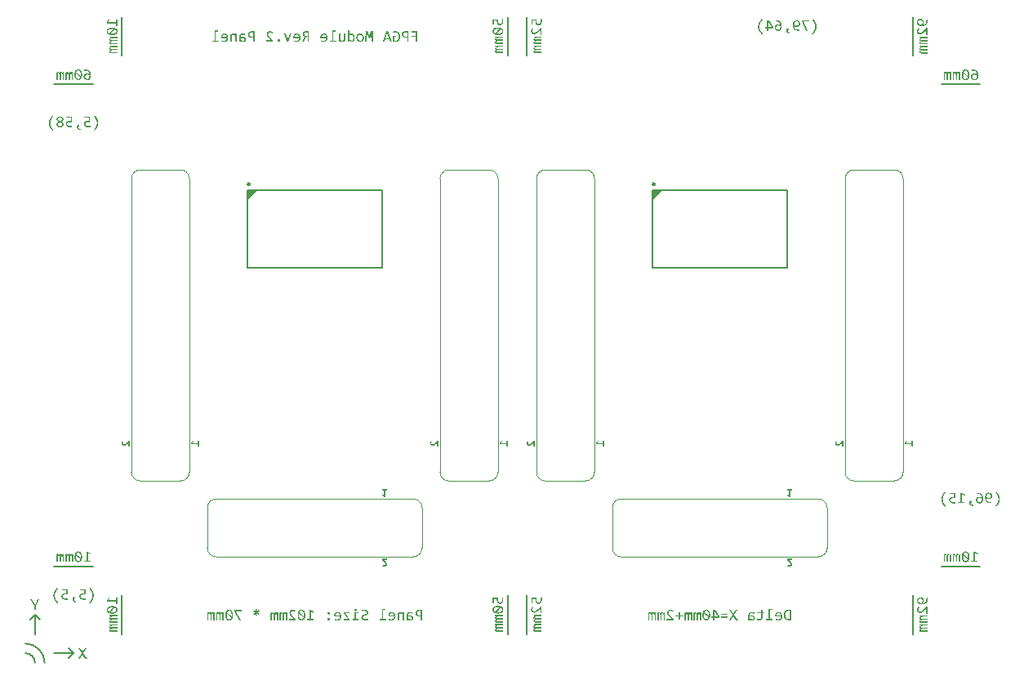
<source format=gbr>
G04*
G04 #@! TF.GenerationSoftware,Altium Limited,Altium Designer,22.4.2 (48)*
G04*
G04 Layer_Color=32896*
%FSAX24Y24*%
%MOIN*%
G70*
G04*
G04 #@! TF.SameCoordinates,AB5D8D99-9076-4583-ABAD-60FF7F719BC9*
G04*
G04*
G04 #@! TF.FilePolarity,Positive*
G04*
G01*
G75*
%ADD12C,0.0039*%
%ADD56C,0.0079*%
%ADD59C,0.0098*%
G36*
X021081Y026281D02*
X021082Y026276D01*
Y026273D01*
X021083Y026271D01*
Y026270D01*
X021083Y026262D01*
X021084Y026255D01*
X021084Y026252D01*
Y026248D01*
X021085Y026240D01*
X021085Y026233D01*
X021086Y026230D01*
Y026226D01*
X021086Y026219D01*
Y026206D01*
X021086Y026192D01*
X021085Y026179D01*
X021083Y026167D01*
X021081Y026156D01*
X021079Y026148D01*
X021078Y026144D01*
X021078Y026141D01*
X021077Y026138D01*
X021077Y026137D01*
X021076Y026136D01*
Y026135D01*
X021072Y026123D01*
X021067Y026112D01*
X021062Y026103D01*
X021058Y026094D01*
X021054Y026088D01*
X021050Y026083D01*
X021048Y026079D01*
X021047Y026078D01*
X021040Y026070D01*
X021032Y026063D01*
X021024Y026056D01*
X021017Y026051D01*
X021011Y026046D01*
X021006Y026043D01*
X021003Y026041D01*
X021002Y026041D01*
X021002D01*
X020992Y026036D01*
X020982Y026033D01*
X020972Y026030D01*
X020963Y026028D01*
X020955Y026027D01*
X020949Y026027D01*
X020947D01*
X020946D01*
X020944D01*
X020944D01*
X020931Y026027D01*
X020920Y026029D01*
X020910Y026031D01*
X020901Y026034D01*
X020894Y026036D01*
X020889Y026039D01*
X020886Y026040D01*
X020885Y026041D01*
X020877Y026046D01*
X020869Y026052D01*
X020863Y026058D01*
X020858Y026064D01*
X020853Y026069D01*
X020851Y026073D01*
X020848Y026076D01*
X020848Y026077D01*
X020843Y026086D01*
X020839Y026095D01*
X020835Y026104D01*
X020833Y026112D01*
X020831Y026119D01*
X020829Y026124D01*
X020829Y026126D01*
X020828Y026128D01*
Y026129D01*
X020826Y026140D01*
X020825Y026150D01*
X020824Y026161D01*
X020823Y026170D01*
Y026177D01*
X020822Y026183D01*
Y026226D01*
X020702D01*
Y026049D01*
X020652D01*
Y026280D01*
X020871D01*
Y026189D01*
X020871Y026180D01*
X020872Y026171D01*
X020874Y026164D01*
X020875Y026156D01*
X020877Y026149D01*
X020878Y026143D01*
X020880Y026137D01*
X020882Y026132D01*
X020883Y026129D01*
X020885Y026125D01*
X020887Y026122D01*
X020888Y026119D01*
X020889Y026118D01*
X020889Y026117D01*
Y026117D01*
X020893Y026112D01*
X020897Y026107D01*
X020901Y026103D01*
X020906Y026100D01*
X020916Y026095D01*
X020925Y026092D01*
X020934Y026089D01*
X020937Y026089D01*
X020941Y026088D01*
X020943Y026088D01*
X020946D01*
X020947D01*
X020947D01*
X020955Y026088D01*
X020962Y026089D01*
X020968Y026090D01*
X020974Y026092D01*
X020978Y026093D01*
X020982Y026095D01*
X020984Y026095D01*
X020985Y026096D01*
X020991Y026099D01*
X020996Y026102D01*
X021001Y026106D01*
X021005Y026110D01*
X021008Y026113D01*
X021011Y026116D01*
X021013Y026118D01*
X021013Y026118D01*
X021017Y026124D01*
X021021Y026130D01*
X021024Y026136D01*
X021026Y026142D01*
X021028Y026147D01*
X021030Y026150D01*
X021030Y026153D01*
X021031Y026154D01*
X021033Y026162D01*
X021034Y026170D01*
X021035Y026178D01*
X021036Y026185D01*
Y026192D01*
X021037Y026197D01*
Y026210D01*
X021036Y026218D01*
Y026226D01*
X021036Y026233D01*
Y026239D01*
X021035Y026244D01*
Y026248D01*
X021034Y026256D01*
X021033Y026263D01*
X021032Y026270D01*
X021031Y026276D01*
X021030Y026281D01*
X021029Y026284D01*
X021029Y026287D01*
Y026288D01*
X021080D01*
X021081Y026281D01*
D02*
G37*
G36*
X019506D02*
X019507Y026276D01*
Y026273D01*
X019508Y026271D01*
Y026270D01*
X019508Y026262D01*
X019509Y026255D01*
X019509Y026252D01*
Y026248D01*
X019510Y026240D01*
X019511Y026233D01*
X019511Y026230D01*
Y026226D01*
X019512Y026219D01*
Y026206D01*
X019511Y026192D01*
X019510Y026179D01*
X019508Y026167D01*
X019506Y026156D01*
X019505Y026148D01*
X019503Y026144D01*
X019503Y026141D01*
X019502Y026138D01*
X019502Y026137D01*
X019501Y026136D01*
Y026135D01*
X019497Y026123D01*
X019493Y026112D01*
X019488Y026103D01*
X019483Y026094D01*
X019479Y026088D01*
X019476Y026083D01*
X019473Y026079D01*
X019472Y026078D01*
X019465Y026070D01*
X019457Y026063D01*
X019449Y026056D01*
X019442Y026051D01*
X019436Y026046D01*
X019431Y026043D01*
X019428Y026041D01*
X019428Y026041D01*
X019427D01*
X019417Y026036D01*
X019407Y026033D01*
X019397Y026030D01*
X019388Y026028D01*
X019381Y026027D01*
X019375Y026027D01*
X019372D01*
X019371D01*
X019370D01*
X019369D01*
X019357Y026027D01*
X019345Y026029D01*
X019335Y026031D01*
X019327Y026034D01*
X019319Y026036D01*
X019315Y026039D01*
X019311Y026040D01*
X019310Y026041D01*
X019302Y026046D01*
X019294Y026052D01*
X019288Y026058D01*
X019283Y026064D01*
X019279Y026069D01*
X019276Y026073D01*
X019274Y026076D01*
X019273Y026077D01*
X019268Y026086D01*
X019264Y026095D01*
X019260Y026104D01*
X019258Y026112D01*
X019256Y026119D01*
X019254Y026124D01*
X019254Y026126D01*
X019253Y026128D01*
Y026129D01*
X019251Y026140D01*
X019250Y026150D01*
X019249Y026161D01*
X019248Y026170D01*
Y026177D01*
X019247Y026183D01*
Y026226D01*
X019127D01*
Y026049D01*
X019077D01*
Y026280D01*
X019296D01*
Y026189D01*
X019297Y026180D01*
X019298Y026171D01*
X019299Y026164D01*
X019300Y026156D01*
X019302Y026149D01*
X019304Y026143D01*
X019305Y026137D01*
X019307Y026132D01*
X019309Y026129D01*
X019310Y026125D01*
X019312Y026122D01*
X019313Y026119D01*
X019314Y026118D01*
X019315Y026117D01*
Y026117D01*
X019318Y026112D01*
X019322Y026107D01*
X019327Y026103D01*
X019331Y026100D01*
X019341Y026095D01*
X019350Y026092D01*
X019359Y026089D01*
X019363Y026089D01*
X019366Y026088D01*
X019369Y026088D01*
X019371D01*
X019372D01*
X019372D01*
X019380Y026088D01*
X019387Y026089D01*
X019393Y026090D01*
X019399Y026092D01*
X019404Y026093D01*
X019407Y026095D01*
X019410Y026095D01*
X019410Y026096D01*
X019416Y026099D01*
X019422Y026102D01*
X019426Y026106D01*
X019430Y026110D01*
X019434Y026113D01*
X019436Y026116D01*
X019438Y026118D01*
X019438Y026118D01*
X019442Y026124D01*
X019446Y026130D01*
X019449Y026136D01*
X019452Y026142D01*
X019453Y026147D01*
X019455Y026150D01*
X019455Y026153D01*
X019456Y026154D01*
X019458Y026162D01*
X019459Y026170D01*
X019460Y026178D01*
X019461Y026185D01*
Y026192D01*
X019462Y026197D01*
Y026210D01*
X019461Y026218D01*
Y026226D01*
X019461Y026233D01*
Y026239D01*
X019460Y026244D01*
Y026248D01*
X019459Y026256D01*
X019458Y026263D01*
X019457Y026270D01*
X019456Y026276D01*
X019455Y026281D01*
X019454Y026284D01*
X019454Y026287D01*
Y026288D01*
X019506D01*
X019506Y026281D01*
D02*
G37*
G36*
X030674Y026237D02*
X030689Y026236D01*
X030702Y026235D01*
X030713Y026233D01*
X030718Y026232D01*
X030722Y026231D01*
X030726Y026230D01*
X030729Y026230D01*
X030732Y026229D01*
X030734Y026229D01*
X030735Y026228D01*
X030735D01*
X030747Y026224D01*
X030758Y026221D01*
X030768Y026216D01*
X030776Y026212D01*
X030783Y026208D01*
X030788Y026205D01*
X030791Y026203D01*
X030792Y026203D01*
X030793D01*
X030801Y026197D01*
X030809Y026190D01*
X030816Y026184D01*
X030822Y026178D01*
X030827Y026172D01*
X030831Y026168D01*
X030833Y026165D01*
X030833Y026164D01*
X030839Y026155D01*
X030844Y026147D01*
X030849Y026138D01*
X030853Y026131D01*
X030856Y026124D01*
X030858Y026119D01*
X030859Y026115D01*
X030860Y026115D01*
Y026114D01*
X030866Y026093D01*
X030868Y026084D01*
X030871Y026075D01*
X030872Y026067D01*
X030873Y026061D01*
X030873Y026059D01*
X030874Y026057D01*
Y026056D01*
Y026056D01*
X030875Y026044D01*
X030876Y026033D01*
X030877Y026022D01*
X030877Y026013D01*
X030878Y026004D01*
Y026001D01*
Y025998D01*
Y025996D01*
Y025994D01*
Y025993D01*
Y025992D01*
X030877Y025975D01*
X030876Y025959D01*
X030875Y025944D01*
X030874Y025938D01*
X030873Y025932D01*
X030872Y025926D01*
X030871Y025922D01*
X030871Y025918D01*
X030870Y025914D01*
X030869Y025912D01*
X030869Y025909D01*
X030868Y025908D01*
Y025908D01*
X030865Y025895D01*
X030860Y025884D01*
X030855Y025873D01*
X030851Y025865D01*
X030847Y025858D01*
X030844Y025853D01*
X030841Y025850D01*
X030841Y025849D01*
Y025849D01*
X030833Y025841D01*
X030826Y025834D01*
X030818Y025828D01*
X030811Y025823D01*
X030805Y025819D01*
X030800Y025816D01*
X030796Y025814D01*
X030796Y025814D01*
X030795D01*
X030785Y025810D01*
X030774Y025807D01*
X030764Y025806D01*
X030754Y025805D01*
X030745Y025804D01*
X030742D01*
X030738Y025803D01*
X030732D01*
X030720Y025804D01*
X030708Y025805D01*
X030698Y025806D01*
X030689Y025808D01*
X030682Y025811D01*
X030676Y025812D01*
X030674Y025813D01*
X030672Y025813D01*
X030672Y025814D01*
X030671D01*
X030661Y025818D01*
X030652Y025823D01*
X030644Y025828D01*
X030637Y025833D01*
X030631Y025837D01*
X030627Y025841D01*
X030625Y025843D01*
X030624Y025844D01*
X030617Y025852D01*
X030611Y025859D01*
X030605Y025866D01*
X030601Y025873D01*
X030598Y025879D01*
X030595Y025884D01*
X030594Y025888D01*
X030593Y025888D01*
Y025889D01*
X030589Y025899D01*
X030587Y025908D01*
X030585Y025918D01*
X030583Y025926D01*
X030583Y025933D01*
X030582Y025939D01*
Y025942D01*
Y025943D01*
Y025944D01*
Y025944D01*
X030583Y025955D01*
X030583Y025965D01*
X030585Y025973D01*
X030587Y025981D01*
X030588Y025988D01*
X030589Y025992D01*
X030590Y025995D01*
X030591Y025996D01*
X030594Y026005D01*
X030598Y026013D01*
X030603Y026020D01*
X030606Y026026D01*
X030610Y026031D01*
X030613Y026034D01*
X030615Y026037D01*
X030616Y026037D01*
X030622Y026043D01*
X030629Y026049D01*
X030635Y026053D01*
X030642Y026057D01*
X030647Y026060D01*
X030652Y026062D01*
X030655Y026063D01*
X030655Y026063D01*
X030656D01*
X030665Y026067D01*
X030675Y026069D01*
X030684Y026071D01*
X030693Y026072D01*
X030701Y026073D01*
X030707Y026073D01*
X030713D01*
X030724Y026073D01*
X030735Y026072D01*
X030746Y026071D01*
X030754Y026069D01*
X030761Y026068D01*
X030767Y026067D01*
X030769Y026066D01*
X030771D01*
X030771Y026066D01*
X030772D01*
X030782Y026063D01*
X030790Y026060D01*
X030799Y026056D01*
X030805Y026054D01*
X030811Y026051D01*
X030815Y026049D01*
X030818Y026047D01*
X030819Y026047D01*
X030818Y026059D01*
X030817Y026070D01*
X030814Y026080D01*
X030812Y026089D01*
X030811Y026097D01*
X030808Y026103D01*
X030807Y026108D01*
X030806Y026111D01*
X030805Y026112D01*
X030801Y026121D01*
X030796Y026128D01*
X030791Y026135D01*
X030786Y026141D01*
X030782Y026146D01*
X030779Y026150D01*
X030777Y026152D01*
X030776Y026152D01*
X030768Y026158D01*
X030760Y026164D01*
X030752Y026168D01*
X030745Y026172D01*
X030738Y026175D01*
X030733Y026177D01*
X030730Y026178D01*
X030729Y026179D01*
X030729D01*
X030718Y026182D01*
X030706Y026184D01*
X030695Y026186D01*
X030684Y026187D01*
X030676Y026187D01*
X030672Y026188D01*
X030616D01*
Y026238D01*
X030658D01*
X030674Y026237D01*
D02*
G37*
G36*
X003447Y026274D02*
X003391Y026171D01*
X003705D01*
Y026281D01*
X003758D01*
Y026012D01*
X003705D01*
Y026108D01*
X003327D01*
Y026158D01*
X003399Y026295D01*
X003447Y026274D01*
D02*
G37*
G36*
X036549Y026300D02*
X036559Y026299D01*
X036567Y026298D01*
X036575Y026296D01*
X036581Y026295D01*
X036586Y026293D01*
X036589Y026293D01*
X036590Y026292D01*
X036590D01*
X036599Y026289D01*
X036607Y026285D01*
X036614Y026281D01*
X036620Y026277D01*
X036625Y026274D01*
X036628Y026271D01*
X036631Y026269D01*
X036631Y026268D01*
X036637Y026262D01*
X036643Y026255D01*
X036647Y026248D01*
X036651Y026241D01*
X036653Y026236D01*
X036656Y026231D01*
X036657Y026228D01*
X036657Y026227D01*
X036661Y026218D01*
X036663Y026208D01*
X036664Y026198D01*
X036665Y026190D01*
X036666Y026181D01*
X036667Y026175D01*
Y026170D01*
X036666Y026158D01*
X036665Y026147D01*
X036664Y026138D01*
X036663Y026129D01*
X036662Y026122D01*
X036661Y026117D01*
X036660Y026115D01*
Y026113D01*
X036659Y026113D01*
Y026112D01*
X036657Y026102D01*
X036653Y026093D01*
X036650Y026085D01*
X036647Y026078D01*
X036644Y026072D01*
X036642Y026068D01*
X036640Y026065D01*
X036640Y026064D01*
X036653Y026066D01*
X036664Y026067D01*
X036675Y026069D01*
X036684Y026071D01*
X036692Y026073D01*
X036699Y026075D01*
X036704Y026078D01*
X036707Y026079D01*
X036708Y026079D01*
X036708D01*
X036716Y026084D01*
X036724Y026089D01*
X036731Y026093D01*
X036737Y026099D01*
X036742Y026103D01*
X036745Y026107D01*
X036748Y026109D01*
X036748Y026110D01*
X036755Y026119D01*
X036759Y026127D01*
X036764Y026135D01*
X036767Y026144D01*
X036770Y026151D01*
X036772Y026156D01*
X036773Y026158D01*
X036773Y026160D01*
X036774Y026161D01*
Y026162D01*
X036776Y026174D01*
X036779Y026186D01*
X036780Y026198D01*
X036781Y026210D01*
X036781Y026220D01*
X036782Y026224D01*
Y026274D01*
X036831D01*
Y026239D01*
X036831Y026218D01*
X036829Y026199D01*
X036828Y026190D01*
X036827Y026182D01*
X036826Y026174D01*
X036824Y026167D01*
X036823Y026161D01*
X036822Y026155D01*
X036821Y026150D01*
X036820Y026146D01*
X036819Y026143D01*
X036818Y026140D01*
X036818Y026139D01*
Y026138D01*
X036812Y026122D01*
X036805Y026108D01*
X036798Y026096D01*
X036792Y026085D01*
X036788Y026081D01*
X036785Y026076D01*
X036782Y026073D01*
X036780Y026070D01*
X036778Y026068D01*
X036776Y026066D01*
X036776Y026066D01*
X036775Y026065D01*
X036764Y026055D01*
X036751Y026045D01*
X036739Y026038D01*
X036727Y026032D01*
X036717Y026027D01*
X036712Y026025D01*
X036709Y026023D01*
X036705Y026022D01*
X036703Y026021D01*
X036702Y026020D01*
X036701D01*
X036684Y026015D01*
X036665Y026012D01*
X036647Y026009D01*
X036630Y026007D01*
X036622Y026006D01*
X036615Y026006D01*
X036609D01*
X036604Y026005D01*
X036599D01*
X036596D01*
X036594D01*
X036593D01*
X036574Y026006D01*
X036557Y026007D01*
X036549Y026008D01*
X036541Y026009D01*
X036534Y026010D01*
X036528Y026010D01*
X036522Y026012D01*
X036518Y026013D01*
X036513Y026014D01*
X036509Y026015D01*
X036507Y026015D01*
X036504Y026016D01*
X036503Y026016D01*
X036503D01*
X036489Y026021D01*
X036477Y026026D01*
X036467Y026031D01*
X036458Y026036D01*
X036451Y026040D01*
X036446Y026044D01*
X036443Y026046D01*
X036442Y026047D01*
X036433Y026055D01*
X036426Y026063D01*
X036420Y026070D01*
X036416Y026078D01*
X036412Y026084D01*
X036410Y026090D01*
X036408Y026093D01*
X036408Y026093D01*
Y026094D01*
X036404Y026104D01*
X036401Y026115D01*
X036400Y026125D01*
X036398Y026133D01*
X036397Y026141D01*
X036397Y026147D01*
Y026153D01*
X036397Y026165D01*
X036398Y026176D01*
X036401Y026186D01*
X036402Y026195D01*
X036405Y026203D01*
X036407Y026208D01*
X036407Y026210D01*
X036408Y026212D01*
X036408Y026212D01*
Y026213D01*
X036413Y026223D01*
X036418Y026232D01*
X036423Y026239D01*
X036427Y026246D01*
X036432Y026252D01*
X036436Y026256D01*
X036438Y026258D01*
X036439Y026259D01*
X036447Y026267D01*
X036454Y026273D01*
X036461Y026278D01*
X036468Y026282D01*
X036474Y026286D01*
X036479Y026288D01*
X036483Y026289D01*
X036483Y026290D01*
X036484D01*
X036494Y026293D01*
X036503Y026296D01*
X036513Y026298D01*
X036521Y026299D01*
X036528Y026300D01*
X036534Y026300D01*
X036537D01*
X036538D01*
X036539D01*
X036539D01*
X036549Y026300D01*
D02*
G37*
G36*
X031488Y026243D02*
X031499Y026242D01*
X031509Y026240D01*
X031518Y026238D01*
X031526Y026236D01*
X031531Y026234D01*
X031533Y026233D01*
X031535Y026233D01*
X031536Y026232D01*
X031536D01*
X031546Y026228D01*
X031555Y026223D01*
X031562Y026218D01*
X031569Y026213D01*
X031575Y026208D01*
X031579Y026205D01*
X031581Y026203D01*
X031583Y026202D01*
X031590Y026194D01*
X031596Y026186D01*
X031601Y026179D01*
X031605Y026172D01*
X031609Y026166D01*
X031611Y026161D01*
X031613Y026158D01*
X031613Y026157D01*
Y026157D01*
X031616Y026147D01*
X031619Y026137D01*
X031621Y026128D01*
X031622Y026119D01*
X031623Y026112D01*
X031624Y026106D01*
Y026104D01*
Y026102D01*
Y026102D01*
Y026101D01*
X031623Y026091D01*
X031622Y026081D01*
X031621Y026073D01*
X031619Y026066D01*
X031618Y026059D01*
X031616Y026055D01*
X031616Y026051D01*
X031615Y026051D01*
Y026050D01*
X031612Y026042D01*
X031608Y026034D01*
X031604Y026027D01*
X031600Y026021D01*
X031597Y026016D01*
X031594Y026013D01*
X031592Y026010D01*
X031591Y026009D01*
X031585Y026003D01*
X031578Y025998D01*
X031571Y025994D01*
X031565Y025990D01*
X031559Y025987D01*
X031554Y025985D01*
X031551Y025984D01*
X031550Y025983D01*
X031541Y025980D01*
X031531Y025978D01*
X031521Y025976D01*
X031513Y025975D01*
X031504Y025974D01*
X031498Y025974D01*
X031493D01*
X031482Y025974D01*
X031471Y025975D01*
X031461Y025976D01*
X031453Y025978D01*
X031445Y025979D01*
X031440Y025980D01*
X031438Y025980D01*
X031436D01*
X031436Y025981D01*
X031435D01*
X031425Y025984D01*
X031416Y025987D01*
X031408Y025990D01*
X031401Y025994D01*
X031395Y025996D01*
X031391Y025998D01*
X031388Y026000D01*
X031387Y026001D01*
X031389Y025987D01*
X031390Y025976D01*
X031392Y025966D01*
X031394Y025956D01*
X031396Y025948D01*
X031399Y025942D01*
X031401Y025937D01*
X031402Y025933D01*
X031402Y025933D01*
Y025932D01*
X031407Y025924D01*
X031412Y025916D01*
X031417Y025909D01*
X031422Y025903D01*
X031426Y025899D01*
X031430Y025895D01*
X031432Y025893D01*
X031434Y025892D01*
X031442Y025886D01*
X031450Y025881D01*
X031459Y025877D01*
X031467Y025873D01*
X031474Y025871D01*
X031479Y025868D01*
X031482Y025868D01*
X031483Y025867D01*
X031484Y025867D01*
X031485D01*
X031497Y025864D01*
X031509Y025862D01*
X031521Y025861D01*
X031533Y025860D01*
X031543Y025859D01*
X031547Y025859D01*
X031597D01*
Y025809D01*
X031562D01*
X031541Y025810D01*
X031522Y025811D01*
X031513Y025812D01*
X031505Y025813D01*
X031497Y025814D01*
X031490Y025816D01*
X031484Y025817D01*
X031478Y025818D01*
X031473Y025819D01*
X031469Y025820D01*
X031466Y025822D01*
X031464Y025822D01*
X031462Y025823D01*
X031461D01*
X031446Y025829D01*
X031431Y025835D01*
X031419Y025842D01*
X031408Y025849D01*
X031404Y025852D01*
X031400Y025855D01*
X031396Y025858D01*
X031394Y025860D01*
X031391Y025862D01*
X031389Y025864D01*
X031389Y025865D01*
X031388Y025865D01*
X031378Y025877D01*
X031369Y025889D01*
X031361Y025901D01*
X031355Y025913D01*
X031350Y025924D01*
X031348Y025928D01*
X031346Y025932D01*
X031345Y025935D01*
X031344Y025937D01*
X031343Y025939D01*
Y025939D01*
X031339Y025957D01*
X031335Y025976D01*
X031332Y025994D01*
X031330Y026010D01*
X031329Y026018D01*
X031329Y026025D01*
Y026031D01*
X031328Y026037D01*
Y026041D01*
Y026044D01*
Y026047D01*
Y026047D01*
X031329Y026066D01*
X031330Y026084D01*
X031331Y026092D01*
X031332Y026099D01*
X031333Y026106D01*
X031334Y026113D01*
X031335Y026118D01*
X031336Y026123D01*
X031337Y026127D01*
X031338Y026131D01*
X031339Y026134D01*
X031339Y026136D01*
X031340Y026137D01*
Y026138D01*
X031344Y026151D01*
X031349Y026163D01*
X031354Y026174D01*
X031359Y026182D01*
X031364Y026190D01*
X031367Y026194D01*
X031369Y026198D01*
X031370Y026199D01*
X031378Y026207D01*
X031386Y026214D01*
X031394Y026220D01*
X031401Y026224D01*
X031407Y026228D01*
X031413Y026230D01*
X031416Y026232D01*
X031417Y026233D01*
X031417D01*
X031428Y026237D01*
X031438Y026239D01*
X031448Y026241D01*
X031456Y026243D01*
X031465Y026243D01*
X031471Y026244D01*
X031476D01*
X031488Y026243D01*
D02*
G37*
G36*
X031987Y026185D02*
X031756D01*
X031942Y025809D01*
X031877D01*
X031697Y026185D01*
Y026238D01*
X031987D01*
Y026185D01*
D02*
G37*
G36*
X030535Y025954D02*
Y025904D01*
X030328D01*
Y025809D01*
X030270D01*
Y025904D01*
X030197D01*
Y025954D01*
X030270D01*
Y026238D01*
X030352D01*
X030535Y025954D01*
D02*
G37*
G36*
X021080Y025647D02*
X021026D01*
Y025855D01*
X020951Y025777D01*
X020941Y025767D01*
X020931Y025758D01*
X020923Y025750D01*
X020916Y025743D01*
X020910Y025737D01*
X020905Y025733D01*
X020902Y025731D01*
X020901Y025730D01*
X020893Y025722D01*
X020885Y025716D01*
X020878Y025710D01*
X020871Y025705D01*
X020866Y025702D01*
X020862Y025698D01*
X020859Y025697D01*
X020858Y025696D01*
X020851Y025691D01*
X020843Y025687D01*
X020836Y025684D01*
X020830Y025681D01*
X020824Y025679D01*
X020820Y025677D01*
X020818Y025677D01*
X020817Y025676D01*
X020809Y025674D01*
X020800Y025672D01*
X020793Y025671D01*
X020786Y025670D01*
X020780D01*
X020775Y025669D01*
X020772D01*
X020771D01*
X020760Y025670D01*
X020751Y025671D01*
X020742Y025673D01*
X020734Y025674D01*
X020728Y025676D01*
X020723Y025678D01*
X020720Y025679D01*
X020719Y025679D01*
X020711Y025683D01*
X020703Y025687D01*
X020696Y025692D01*
X020691Y025696D01*
X020686Y025699D01*
X020682Y025703D01*
X020680Y025705D01*
X020680Y025705D01*
X020674Y025712D01*
X020669Y025719D01*
X020664Y025726D01*
X020661Y025732D01*
X020658Y025738D01*
X020656Y025742D01*
X020655Y025745D01*
X020655Y025745D01*
Y025746D01*
X020652Y025755D01*
X020650Y025764D01*
X020648Y025773D01*
X020647Y025781D01*
X020646Y025787D01*
X020646Y025793D01*
Y025798D01*
X020646Y025813D01*
X020648Y025827D01*
X020651Y025840D01*
X020653Y025850D01*
X020655Y025855D01*
X020657Y025859D01*
X020658Y025863D01*
X020659Y025866D01*
X020660Y025868D01*
X020661Y025870D01*
X020662Y025871D01*
Y025871D01*
X020668Y025883D01*
X020674Y025893D01*
X020681Y025903D01*
X020688Y025911D01*
X020694Y025918D01*
X020698Y025923D01*
X020702Y025926D01*
X020702Y025927D01*
X020703Y025927D01*
X020740Y025896D01*
X020733Y025889D01*
X020727Y025882D01*
X020722Y025875D01*
X020717Y025869D01*
X020714Y025863D01*
X020711Y025859D01*
X020710Y025856D01*
X020709Y025855D01*
X020705Y025846D01*
X020702Y025838D01*
X020700Y025829D01*
X020698Y025822D01*
X020697Y025815D01*
X020697Y025810D01*
Y025798D01*
X020698Y025792D01*
X020699Y025786D01*
X020700Y025781D01*
X020701Y025778D01*
X020702Y025774D01*
X020703Y025773D01*
X020703Y025772D01*
X020705Y025767D01*
X020708Y025762D01*
X020711Y025758D01*
X020714Y025755D01*
X020716Y025752D01*
X020718Y025751D01*
X020720Y025750D01*
X020720Y025749D01*
X020729Y025743D01*
X020736Y025739D01*
X020740Y025737D01*
X020743Y025736D01*
X020745Y025736D01*
X020745D01*
X020756Y025733D01*
X020761Y025732D01*
X020765Y025732D01*
X020769Y025731D01*
X020773D01*
X020775D01*
X020775D01*
X020787Y025732D01*
X020792Y025732D01*
X020797Y025733D01*
X020801Y025733D01*
X020804Y025734D01*
X020806Y025734D01*
X020806D01*
X020812Y025736D01*
X020817Y025738D01*
X020822Y025740D01*
X020827Y025742D01*
X020831Y025744D01*
X020834Y025746D01*
X020836Y025747D01*
X020837Y025748D01*
X020843Y025751D01*
X020849Y025756D01*
X020855Y025760D01*
X020861Y025764D01*
X020866Y025768D01*
X020870Y025772D01*
X020872Y025774D01*
X020873Y025774D01*
X020881Y025781D01*
X020888Y025788D01*
X020896Y025796D01*
X020904Y025803D01*
X020910Y025809D01*
X020915Y025814D01*
X020918Y025817D01*
X020919Y025818D01*
X020919Y025819D01*
X021030Y025929D01*
X021080D01*
Y025647D01*
D02*
G37*
G36*
X036831Y025634D02*
X036777D01*
Y025842D01*
X036702Y025764D01*
X036692Y025754D01*
X036682Y025745D01*
X036674Y025737D01*
X036667Y025730D01*
X036661Y025724D01*
X036656Y025721D01*
X036653Y025718D01*
X036652Y025717D01*
X036644Y025710D01*
X036636Y025703D01*
X036629Y025697D01*
X036622Y025693D01*
X036617Y025689D01*
X036613Y025686D01*
X036610Y025684D01*
X036609Y025683D01*
X036602Y025678D01*
X036594Y025675D01*
X036587Y025671D01*
X036581Y025668D01*
X036575Y025666D01*
X036571Y025664D01*
X036569Y025664D01*
X036568Y025663D01*
X036560Y025661D01*
X036551Y025659D01*
X036544Y025658D01*
X036537Y025657D01*
X036531D01*
X036526Y025657D01*
X036523D01*
X036522D01*
X036512Y025657D01*
X036502Y025658D01*
X036493Y025660D01*
X036485Y025662D01*
X036479Y025663D01*
X036474Y025665D01*
X036471Y025666D01*
X036470Y025666D01*
X036462Y025670D01*
X036454Y025675D01*
X036447Y025679D01*
X036442Y025683D01*
X036437Y025687D01*
X036433Y025690D01*
X036431Y025692D01*
X036431Y025693D01*
X036425Y025699D01*
X036420Y025706D01*
X036415Y025713D01*
X036412Y025719D01*
X036409Y025725D01*
X036407Y025729D01*
X036406Y025732D01*
X036406Y025733D01*
Y025733D01*
X036403Y025742D01*
X036401Y025751D01*
X036399Y025760D01*
X036398Y025768D01*
X036397Y025775D01*
X036397Y025780D01*
Y025785D01*
X036397Y025800D01*
X036399Y025814D01*
X036402Y025827D01*
X036405Y025837D01*
X036406Y025842D01*
X036408Y025847D01*
X036409Y025850D01*
X036410Y025853D01*
X036411Y025855D01*
X036412Y025857D01*
X036413Y025858D01*
Y025859D01*
X036419Y025870D01*
X036425Y025880D01*
X036432Y025890D01*
X036439Y025898D01*
X036445Y025905D01*
X036449Y025910D01*
X036453Y025913D01*
X036453Y025914D01*
X036454Y025914D01*
X036491Y025883D01*
X036484Y025876D01*
X036478Y025869D01*
X036473Y025862D01*
X036468Y025856D01*
X036465Y025850D01*
X036462Y025846D01*
X036461Y025843D01*
X036460Y025842D01*
X036456Y025834D01*
X036453Y025825D01*
X036451Y025817D01*
X036449Y025809D01*
X036448Y025802D01*
X036448Y025797D01*
Y025785D01*
X036449Y025779D01*
X036450Y025773D01*
X036451Y025769D01*
X036452Y025765D01*
X036453Y025761D01*
X036454Y025760D01*
X036454Y025759D01*
X036456Y025754D01*
X036459Y025749D01*
X036462Y025746D01*
X036465Y025742D01*
X036467Y025740D01*
X036469Y025738D01*
X036471Y025737D01*
X036471Y025736D01*
X036480Y025730D01*
X036488Y025726D01*
X036491Y025724D01*
X036494Y025723D01*
X036496Y025723D01*
X036496D01*
X036507Y025720D01*
X036512Y025719D01*
X036516Y025719D01*
X036520Y025718D01*
X036524D01*
X036526D01*
X036526D01*
X036538Y025719D01*
X036543Y025719D01*
X036548Y025720D01*
X036552Y025721D01*
X036555Y025721D01*
X036557Y025722D01*
X036557D01*
X036563Y025723D01*
X036568Y025725D01*
X036573Y025727D01*
X036578Y025729D01*
X036582Y025731D01*
X036585Y025733D01*
X036587Y025734D01*
X036588Y025735D01*
X036594Y025739D01*
X036601Y025743D01*
X036607Y025747D01*
X036612Y025752D01*
X036617Y025755D01*
X036621Y025759D01*
X036623Y025761D01*
X036624Y025761D01*
X036632Y025768D01*
X036639Y025776D01*
X036647Y025783D01*
X036655Y025790D01*
X036661Y025796D01*
X036666Y025801D01*
X036669Y025805D01*
X036670Y025805D01*
X036670Y025806D01*
X036781Y025916D01*
X036831D01*
Y025634D01*
D02*
G37*
G36*
X009995Y025796D02*
X010009Y025794D01*
X010022Y025791D01*
X010032Y025789D01*
X010037Y025787D01*
X010042Y025785D01*
X010045Y025784D01*
X010048Y025783D01*
X010050Y025782D01*
X010052Y025781D01*
X010053Y025781D01*
X010054D01*
X010065Y025775D01*
X010076Y025768D01*
X010085Y025761D01*
X010094Y025754D01*
X010100Y025748D01*
X010105Y025744D01*
X010108Y025741D01*
X010109Y025740D01*
X010109Y025740D01*
X010078Y025702D01*
X010071Y025709D01*
X010064Y025715D01*
X010057Y025720D01*
X010051Y025725D01*
X010046Y025728D01*
X010041Y025731D01*
X010038Y025733D01*
X010037Y025733D01*
X010029Y025737D01*
X010020Y025740D01*
X010012Y025742D01*
X010004Y025744D01*
X009997Y025745D01*
X009992Y025746D01*
X009981D01*
X009974Y025745D01*
X009969Y025743D01*
X009964Y025742D01*
X009960Y025741D01*
X009957Y025740D01*
X009955Y025740D01*
X009954Y025739D01*
X009949Y025737D01*
X009945Y025734D01*
X009941Y025731D01*
X009937Y025728D01*
X009935Y025726D01*
X009933Y025724D01*
X009932Y025723D01*
X009931Y025722D01*
X009925Y025713D01*
X009921Y025706D01*
X009919Y025702D01*
X009918Y025699D01*
X009918Y025698D01*
Y025697D01*
X009915Y025686D01*
X009914Y025681D01*
X009914Y025677D01*
X009913Y025673D01*
Y025670D01*
Y025668D01*
Y025667D01*
X009914Y025655D01*
X009914Y025650D01*
X009915Y025645D01*
X009916Y025641D01*
X009916Y025639D01*
X009917Y025636D01*
Y025636D01*
X009918Y025630D01*
X009920Y025625D01*
X009922Y025620D01*
X009924Y025615D01*
X009926Y025611D01*
X009928Y025608D01*
X009929Y025606D01*
X009930Y025605D01*
X009934Y025599D01*
X009938Y025593D01*
X009942Y025587D01*
X009947Y025581D01*
X009951Y025576D01*
X009954Y025573D01*
X009956Y025570D01*
X009957Y025569D01*
X009963Y025562D01*
X009971Y025554D01*
X009978Y025546D01*
X009985Y025539D01*
X009991Y025532D01*
X009996Y025527D01*
X010000Y025524D01*
X010000Y025523D01*
X010001Y025523D01*
X010111Y025413D01*
Y025362D01*
X009829D01*
Y025416D01*
X010037D01*
X009959Y025492D01*
X009949Y025502D01*
X009940Y025511D01*
X009932Y025519D01*
X009925Y025526D01*
X009919Y025532D01*
X009916Y025537D01*
X009913Y025540D01*
X009912Y025541D01*
X009905Y025549D01*
X009898Y025557D01*
X009892Y025564D01*
X009888Y025571D01*
X009884Y025576D01*
X009881Y025580D01*
X009879Y025583D01*
X009878Y025584D01*
X009874Y025592D01*
X009870Y025599D01*
X009866Y025606D01*
X009863Y025612D01*
X009861Y025618D01*
X009859Y025622D01*
X009859Y025624D01*
X009858Y025625D01*
X009856Y025634D01*
X009854Y025642D01*
X009853Y025650D01*
X009852Y025657D01*
Y025663D01*
X009852Y025667D01*
Y025670D01*
Y025671D01*
X009852Y025682D01*
X009853Y025692D01*
X009855Y025700D01*
X009857Y025708D01*
X009858Y025714D01*
X009860Y025719D01*
X009861Y025722D01*
X009862Y025723D01*
X009865Y025731D01*
X009870Y025739D01*
X009874Y025746D01*
X009878Y025752D01*
X009882Y025757D01*
X009885Y025760D01*
X009887Y025762D01*
X009888Y025763D01*
X009894Y025769D01*
X009901Y025773D01*
X009908Y025778D01*
X009914Y025781D01*
X009920Y025784D01*
X009924Y025786D01*
X009927Y025787D01*
X009928Y025788D01*
X009928D01*
X009937Y025790D01*
X009946Y025793D01*
X009955Y025794D01*
X009963Y025795D01*
X009970Y025796D01*
X009975Y025796D01*
X009980D01*
X009995Y025796D01*
D02*
G37*
G36*
X031117Y025914D02*
X031123Y025912D01*
X031126Y025912D01*
X031128Y025911D01*
X031129Y025910D01*
X031129D01*
X031135Y025907D01*
X031139Y025903D01*
X031142Y025901D01*
X031143Y025900D01*
Y025900D01*
X031147Y025895D01*
X031149Y025890D01*
X031151Y025887D01*
X031151Y025887D01*
Y025886D01*
X031152Y025881D01*
X031153Y025876D01*
X031153Y025873D01*
Y025872D01*
Y025872D01*
Y025867D01*
X031153Y025862D01*
X031152Y025859D01*
X031151Y025856D01*
X031150Y025853D01*
X031150Y025852D01*
X031149Y025850D01*
Y025850D01*
X031145Y025844D01*
X031142Y025839D01*
X031139Y025836D01*
X031138Y025835D01*
Y025835D01*
X031134Y025829D01*
X031130Y025824D01*
X031129Y025822D01*
X031128Y025820D01*
X031128Y025819D01*
Y025819D01*
X031125Y025812D01*
X031123Y025805D01*
X031123Y025802D01*
Y025799D01*
Y025798D01*
Y025797D01*
X031123Y025792D01*
X031124Y025788D01*
X031125Y025784D01*
X031126Y025781D01*
X031128Y025777D01*
X031129Y025775D01*
X031129Y025774D01*
X031130Y025773D01*
X031136Y025766D01*
X031142Y025760D01*
X031145Y025758D01*
X031147Y025757D01*
X031149Y025756D01*
X031149Y025755D01*
X031158Y025751D01*
X031163Y025749D01*
X031168Y025748D01*
X031171Y025747D01*
X031174Y025746D01*
X031176Y025745D01*
X031177D01*
X031188Y025743D01*
X031194Y025742D01*
X031199Y025742D01*
X031209D01*
Y025697D01*
X031195Y025698D01*
X031182Y025699D01*
X031170Y025701D01*
X031160Y025703D01*
X031152Y025705D01*
X031149Y025706D01*
X031146Y025707D01*
X031143Y025707D01*
X031141Y025708D01*
X031141Y025709D01*
X031140D01*
X031130Y025713D01*
X031120Y025718D01*
X031112Y025723D01*
X031105Y025728D01*
X031099Y025733D01*
X031094Y025736D01*
X031092Y025739D01*
X031091Y025740D01*
X031084Y025747D01*
X031078Y025754D01*
X031073Y025762D01*
X031069Y025769D01*
X031066Y025775D01*
X031063Y025780D01*
X031062Y025783D01*
X031061Y025784D01*
X031058Y025793D01*
X031055Y025802D01*
X031053Y025811D01*
X031052Y025819D01*
X031051Y025826D01*
X031051Y025831D01*
Y025835D01*
Y025835D01*
Y025836D01*
Y025843D01*
X031051Y025849D01*
X031052Y025855D01*
X031053Y025860D01*
X031054Y025865D01*
X031055Y025867D01*
X031056Y025870D01*
Y025870D01*
X031058Y025876D01*
X031060Y025880D01*
X031062Y025884D01*
X031064Y025888D01*
X031066Y025891D01*
X031067Y025893D01*
X031068Y025894D01*
X031069Y025895D01*
X031075Y025901D01*
X031081Y025906D01*
X031084Y025907D01*
X031086Y025908D01*
X031087Y025909D01*
X031087D01*
X031095Y025912D01*
X031102Y025914D01*
X031105Y025914D01*
X031109D01*
X031117Y025914D01*
D02*
G37*
G36*
X032159Y026282D02*
X032173Y026268D01*
X032185Y026255D01*
X032195Y026243D01*
X032200Y026238D01*
X032204Y026233D01*
X032207Y026228D01*
X032210Y026225D01*
X032212Y026222D01*
X032214Y026220D01*
X032215Y026218D01*
X032215Y026218D01*
X032226Y026203D01*
X032235Y026189D01*
X032243Y026176D01*
X032250Y026164D01*
X032253Y026158D01*
X032256Y026154D01*
X032258Y026149D01*
X032260Y026146D01*
X032261Y026143D01*
X032262Y026140D01*
X032263Y026139D01*
Y026139D01*
X032269Y026124D01*
X032274Y026110D01*
X032279Y026097D01*
X032282Y026085D01*
X032284Y026079D01*
X032285Y026074D01*
X032286Y026070D01*
X032287Y026067D01*
X032287Y026063D01*
X032288Y026061D01*
X032289Y026060D01*
Y026060D01*
X032291Y026045D01*
X032293Y026031D01*
X032295Y026018D01*
X032295Y026006D01*
X032296Y026000D01*
Y025995D01*
X032296Y025991D01*
Y025988D01*
Y025984D01*
Y025982D01*
Y025981D01*
Y025980D01*
X032296Y025965D01*
X032295Y025949D01*
X032292Y025933D01*
X032290Y025919D01*
X032286Y025903D01*
X032282Y025889D01*
X032278Y025875D01*
X032273Y025861D01*
X032261Y025834D01*
X032249Y025808D01*
X032235Y025784D01*
X032221Y025763D01*
X032207Y025742D01*
X032200Y025733D01*
X032193Y025724D01*
X032186Y025717D01*
X032180Y025709D01*
X032174Y025702D01*
X032169Y025696D01*
X032164Y025691D01*
X032159Y025686D01*
X032155Y025681D01*
X032152Y025678D01*
X032149Y025675D01*
X032147Y025673D01*
X032146Y025672D01*
X032146Y025671D01*
X032111Y025707D01*
X032122Y025719D01*
X032133Y025730D01*
X032143Y025742D01*
X032152Y025754D01*
X032161Y025765D01*
X032168Y025776D01*
X032176Y025787D01*
X032182Y025796D01*
X032188Y025805D01*
X032192Y025814D01*
X032197Y025821D01*
X032200Y025827D01*
X032203Y025832D01*
X032204Y025836D01*
X032206Y025838D01*
X032206Y025839D01*
X032212Y025852D01*
X032216Y025865D01*
X032221Y025878D01*
X032224Y025891D01*
X032227Y025904D01*
X032230Y025916D01*
X032232Y025927D01*
X032234Y025938D01*
X032235Y025948D01*
X032236Y025957D01*
X032237Y025965D01*
X032237Y025972D01*
X032238Y025977D01*
Y025982D01*
Y025984D01*
Y025985D01*
X032237Y025999D01*
X032236Y026013D01*
X032234Y026027D01*
X032232Y026040D01*
X032230Y026054D01*
X032226Y026067D01*
X032218Y026093D01*
X032208Y026117D01*
X032197Y026140D01*
X032186Y026162D01*
X032174Y026181D01*
X032162Y026199D01*
X032151Y026215D01*
X032146Y026223D01*
X032140Y026229D01*
X032135Y026235D01*
X032130Y026241D01*
X032126Y026246D01*
X032122Y026251D01*
X032119Y026255D01*
X032116Y026258D01*
X032114Y026260D01*
X032112Y026262D01*
X032111Y026263D01*
X032111Y026263D01*
X032144Y026297D01*
X032159Y026282D01*
D02*
G37*
G36*
X030094Y026262D02*
X030083Y026250D01*
X030072Y026238D01*
X030062Y026226D01*
X030052Y026214D01*
X030043Y026202D01*
X030035Y026190D01*
X030028Y026178D01*
X030021Y026166D01*
X030014Y026154D01*
X030008Y026142D01*
X029999Y026118D01*
X029990Y026096D01*
X029983Y026075D01*
X029978Y026055D01*
X029974Y026037D01*
X029972Y026028D01*
X029971Y026021D01*
X029970Y026014D01*
X029970Y026007D01*
X029969Y026001D01*
X029968Y025996D01*
Y025992D01*
X029968Y025988D01*
Y025985D01*
Y025983D01*
Y025982D01*
Y025981D01*
X029968Y025967D01*
X029969Y025953D01*
X029970Y025939D01*
X029972Y025927D01*
X029975Y025914D01*
X029977Y025902D01*
X029981Y025891D01*
X029983Y025881D01*
X029986Y025871D01*
X029989Y025862D01*
X029992Y025855D01*
X029994Y025849D01*
X029996Y025844D01*
X029998Y025840D01*
X029999Y025837D01*
X029999Y025837D01*
X030005Y025824D01*
X030012Y025812D01*
X030028Y025788D01*
X030035Y025776D01*
X030043Y025765D01*
X030051Y025755D01*
X030059Y025746D01*
X030066Y025737D01*
X030072Y025729D01*
X030078Y025722D01*
X030084Y025716D01*
X030088Y025712D01*
X030091Y025708D01*
X030094Y025706D01*
X030094Y025705D01*
X030061Y025671D01*
X030046Y025687D01*
X030031Y025702D01*
X030018Y025716D01*
X030008Y025728D01*
X030003Y025734D01*
X029999Y025739D01*
X029996Y025743D01*
X029993Y025747D01*
X029990Y025750D01*
X029989Y025752D01*
X029988Y025753D01*
X029988Y025754D01*
X029977Y025769D01*
X029968Y025784D01*
X029960Y025798D01*
X029953Y025810D01*
X029951Y025814D01*
X029948Y025819D01*
X029946Y025824D01*
X029944Y025828D01*
X029942Y025830D01*
X029941Y025832D01*
X029941Y025834D01*
Y025834D01*
X029935Y025849D01*
X029929Y025863D01*
X029925Y025876D01*
X029922Y025888D01*
X029921Y025893D01*
X029919Y025897D01*
X029918Y025902D01*
X029917Y025905D01*
X029917Y025908D01*
Y025910D01*
X029916Y025911D01*
Y025912D01*
X029913Y025926D01*
X029912Y025939D01*
X029910Y025952D01*
X029910Y025963D01*
X029909Y025972D01*
X029909Y025976D01*
Y025979D01*
Y025982D01*
Y025984D01*
Y025985D01*
Y025985D01*
X029909Y026001D01*
X029910Y026017D01*
X029912Y026033D01*
X029915Y026048D01*
X029918Y026063D01*
X029923Y026078D01*
X029927Y026092D01*
X029932Y026107D01*
X029943Y026134D01*
X029957Y026160D01*
X029970Y026184D01*
X029984Y026205D01*
X029998Y026226D01*
X030005Y026235D01*
X030012Y026244D01*
X030018Y026252D01*
X030025Y026259D01*
X030031Y026266D01*
X030036Y026273D01*
X030041Y026278D01*
X030046Y026283D01*
X030050Y026287D01*
X030053Y026291D01*
X030056Y026293D01*
X030058Y026295D01*
X030059Y026297D01*
X030060Y026297D01*
X030094Y026262D01*
D02*
G37*
G36*
X019312Y025947D02*
X019331Y025946D01*
X019340Y025946D01*
X019348Y025945D01*
X019355Y025944D01*
X019363Y025942D01*
X019369Y025942D01*
X019374Y025941D01*
X019379Y025940D01*
X019383Y025939D01*
X019386Y025939D01*
X019388Y025938D01*
X019390Y025938D01*
X019390D01*
X019405Y025933D01*
X019419Y025928D01*
X019430Y025923D01*
X019440Y025918D01*
X019448Y025914D01*
X019452Y025911D01*
X019454Y025910D01*
X019456Y025909D01*
X019458Y025908D01*
X019459Y025906D01*
X019459D01*
X019469Y025899D01*
X019477Y025891D01*
X019484Y025882D01*
X019489Y025875D01*
X019494Y025868D01*
X019496Y025863D01*
X019497Y025861D01*
X019499Y025859D01*
X019499Y025859D01*
Y025858D01*
X019503Y025847D01*
X019506Y025837D01*
X019508Y025826D01*
X019510Y025816D01*
X019511Y025808D01*
Y025804D01*
X019512Y025802D01*
Y025796D01*
X019511Y025781D01*
X019509Y025768D01*
X019507Y025756D01*
X019503Y025746D01*
X019501Y025738D01*
X019500Y025734D01*
X019498Y025732D01*
X019497Y025729D01*
X019496Y025727D01*
X019496Y025727D01*
Y025726D01*
X019489Y025715D01*
X019482Y025706D01*
X019475Y025697D01*
X019467Y025690D01*
X019461Y025684D01*
X019456Y025680D01*
X019454Y025679D01*
X019452Y025678D01*
X019452Y025677D01*
X019451D01*
X019440Y025669D01*
X019428Y025663D01*
X019416Y025658D01*
X019406Y025654D01*
X019396Y025651D01*
X019392Y025649D01*
X019388Y025648D01*
X019386Y025648D01*
X019383Y025647D01*
X019382Y025647D01*
X019382D01*
X019366Y025643D01*
X019351Y025641D01*
X019335Y025639D01*
X019321Y025637D01*
X019315D01*
X019309Y025637D01*
X019304D01*
X019300Y025636D01*
X019297D01*
X019294D01*
X019292D01*
X019292D01*
X019271Y025637D01*
X019252Y025638D01*
X019244Y025639D01*
X019235Y025639D01*
X019228Y025641D01*
X019221Y025642D01*
X019215Y025643D01*
X019209Y025644D01*
X019205Y025644D01*
X019200Y025645D01*
X019198Y025646D01*
X019195Y025647D01*
X019194Y025647D01*
X019193D01*
X019178Y025651D01*
X019165Y025656D01*
X019153Y025662D01*
X019143Y025667D01*
X019135Y025671D01*
X019132Y025673D01*
X019129Y025675D01*
X019127Y025676D01*
X019126Y025677D01*
X019125Y025678D01*
X019125D01*
X019115Y025686D01*
X019107Y025694D01*
X019100Y025702D01*
X019094Y025709D01*
X019090Y025716D01*
X019086Y025721D01*
X019086Y025724D01*
X019085Y025725D01*
X019084Y025726D01*
Y025726D01*
X019080Y025737D01*
X019076Y025748D01*
X019074Y025758D01*
X019073Y025768D01*
X019072Y025776D01*
Y025780D01*
X019071Y025783D01*
Y025789D01*
X019072Y025803D01*
X019074Y025817D01*
X019076Y025829D01*
X019079Y025839D01*
X019082Y025847D01*
X019084Y025851D01*
X019085Y025853D01*
X019086Y025856D01*
X019087Y025857D01*
X019087Y025858D01*
Y025859D01*
X019094Y025869D01*
X019101Y025879D01*
X019109Y025887D01*
X019116Y025895D01*
X019122Y025900D01*
X019127Y025905D01*
X019129Y025906D01*
X019131Y025908D01*
X019132Y025909D01*
X019132D01*
X019144Y025916D01*
X019155Y025922D01*
X019167Y025927D01*
X019178Y025930D01*
X019187Y025934D01*
X019192Y025935D01*
X019195Y025936D01*
X019198Y025937D01*
X019200Y025938D01*
X019202Y025938D01*
X019202D01*
X019217Y025941D01*
X019233Y025944D01*
X019248Y025946D01*
X019262Y025947D01*
X019268D01*
X019274Y025947D01*
X019279D01*
X019283Y025948D01*
X019287D01*
X019289D01*
X019291D01*
X019292D01*
X019312Y025947D01*
D02*
G37*
G36*
X003564Y025940D02*
X003583Y025939D01*
X003592Y025938D01*
X003600Y025937D01*
X003607Y025936D01*
X003615Y025935D01*
X003621Y025935D01*
X003626Y025933D01*
X003631Y025932D01*
X003635Y025932D01*
X003638Y025931D01*
X003640Y025931D01*
X003642Y025930D01*
X003642D01*
X003657Y025926D01*
X003671Y025921D01*
X003682Y025915D01*
X003692Y025911D01*
X003700Y025906D01*
X003704Y025904D01*
X003706Y025902D01*
X003708Y025901D01*
X003710Y025900D01*
X003711Y025899D01*
X003711D01*
X003720Y025891D01*
X003729Y025883D01*
X003736Y025875D01*
X003741Y025867D01*
X003746Y025861D01*
X003748Y025856D01*
X003749Y025854D01*
X003751Y025852D01*
X003751Y025852D01*
Y025851D01*
X003755Y025840D01*
X003758Y025829D01*
X003760Y025819D01*
X003762Y025809D01*
X003763Y025801D01*
Y025797D01*
X003764Y025794D01*
Y025788D01*
X003763Y025774D01*
X003761Y025760D01*
X003759Y025749D01*
X003755Y025739D01*
X003753Y025730D01*
X003752Y025727D01*
X003750Y025724D01*
X003749Y025722D01*
X003748Y025720D01*
X003748Y025719D01*
Y025719D01*
X003741Y025708D01*
X003734Y025699D01*
X003726Y025690D01*
X003719Y025683D01*
X003713Y025677D01*
X003708Y025672D01*
X003706Y025671D01*
X003704Y025670D01*
X003704Y025669D01*
X003703D01*
X003692Y025662D01*
X003680Y025656D01*
X003668Y025651D01*
X003658Y025647D01*
X003648Y025644D01*
X003644Y025642D01*
X003640Y025641D01*
X003637Y025640D01*
X003635Y025640D01*
X003634Y025639D01*
X003634D01*
X003618Y025636D01*
X003603Y025633D01*
X003587Y025631D01*
X003573Y025630D01*
X003567D01*
X003561Y025629D01*
X003556D01*
X003552Y025629D01*
X003548D01*
X003546D01*
X003544D01*
X003544D01*
X003523Y025629D01*
X003504Y025630D01*
X003496Y025631D01*
X003487Y025632D01*
X003480Y025633D01*
X003473Y025634D01*
X003467Y025635D01*
X003461Y025636D01*
X003457Y025637D01*
X003452Y025638D01*
X003450Y025639D01*
X003447Y025639D01*
X003446Y025640D01*
X003445D01*
X003430Y025644D01*
X003417Y025649D01*
X003405Y025654D01*
X003395Y025659D01*
X003387Y025664D01*
X003384Y025666D01*
X003381Y025668D01*
X003379Y025669D01*
X003378Y025670D01*
X003377Y025671D01*
X003377D01*
X003367Y025678D01*
X003358Y025687D01*
X003352Y025695D01*
X003346Y025702D01*
X003342Y025709D01*
X003338Y025714D01*
X003338Y025716D01*
X003337Y025718D01*
X003336Y025718D01*
Y025719D01*
X003332Y025730D01*
X003328Y025741D01*
X003326Y025751D01*
X003325Y025761D01*
X003324Y025769D01*
Y025773D01*
X003323Y025776D01*
Y025782D01*
X003324Y025796D01*
X003326Y025810D01*
X003328Y025822D01*
X003331Y025831D01*
X003334Y025840D01*
X003336Y025843D01*
X003337Y025846D01*
X003338Y025848D01*
X003339Y025850D01*
X003339Y025851D01*
Y025852D01*
X003346Y025862D01*
X003353Y025872D01*
X003361Y025880D01*
X003368Y025888D01*
X003374Y025893D01*
X003379Y025897D01*
X003381Y025899D01*
X003383Y025900D01*
X003384Y025901D01*
X003384D01*
X003396Y025908D01*
X003407Y025914D01*
X003419Y025919D01*
X003430Y025923D01*
X003439Y025926D01*
X003444Y025928D01*
X003447Y025929D01*
X003450Y025930D01*
X003452Y025930D01*
X003453Y025931D01*
X003454D01*
X003469Y025934D01*
X003485Y025936D01*
X003500Y025938D01*
X003514Y025939D01*
X003520D01*
X003526Y025940D01*
X003531D01*
X003535Y025941D01*
X003539D01*
X003541D01*
X003543D01*
X003544D01*
X003564Y025940D01*
D02*
G37*
G36*
X008878Y025696D02*
X008883D01*
X008888Y025696D01*
X008892Y025695D01*
X008896D01*
X008898Y025695D01*
X008898D01*
X008910Y025693D01*
X008915Y025693D01*
X008920Y025692D01*
X008924Y025691D01*
X008926Y025690D01*
X008928Y025690D01*
X008929D01*
X008939Y025688D01*
X008944Y025687D01*
X008949Y025686D01*
X008952Y025685D01*
X008955Y025684D01*
X008957Y025683D01*
X008957D01*
X008967Y025681D01*
X008970Y025680D01*
X008974Y025678D01*
X008977Y025677D01*
X008979Y025676D01*
X008980Y025676D01*
X008981D01*
Y025624D01*
X008970Y025628D01*
X008960Y025632D01*
X008951Y025635D01*
X008942Y025638D01*
X008936Y025639D01*
X008930Y025641D01*
X008928Y025641D01*
X008926Y025642D01*
X008925D01*
X008915Y025644D01*
X008905Y025646D01*
X008896Y025647D01*
X008887Y025648D01*
X008880D01*
X008875Y025648D01*
X008870D01*
X008856Y025648D01*
X008845Y025646D01*
X008835Y025643D01*
X008827Y025640D01*
X008821Y025636D01*
X008816Y025633D01*
X008814Y025631D01*
X008813Y025630D01*
X008807Y025623D01*
X008802Y025616D01*
X008799Y025608D01*
X008796Y025601D01*
X008795Y025594D01*
X008795Y025589D01*
X008794Y025587D01*
Y025585D01*
Y025585D01*
Y025584D01*
Y025556D01*
X008862D01*
X008875Y025555D01*
X008887Y025555D01*
X008899Y025553D01*
X008910Y025551D01*
X008920Y025549D01*
X008928Y025547D01*
X008937Y025544D01*
X008944Y025541D01*
X008950Y025539D01*
X008956Y025536D01*
X008961Y025534D01*
X008964Y025532D01*
X008968Y025530D01*
X008970Y025528D01*
X008971Y025528D01*
X008972Y025527D01*
X008978Y025522D01*
X008984Y025516D01*
X008988Y025510D01*
X008993Y025503D01*
X008996Y025497D01*
X008999Y025491D01*
X009004Y025478D01*
X009006Y025467D01*
X009007Y025462D01*
X009008Y025458D01*
X009008Y025455D01*
Y025452D01*
Y025450D01*
Y025450D01*
X009008Y025442D01*
X009007Y025435D01*
X009006Y025429D01*
X009005Y025423D01*
X009004Y025419D01*
X009003Y025415D01*
X009002Y025413D01*
Y025412D01*
X008999Y025406D01*
X008997Y025401D01*
X008993Y025395D01*
X008991Y025391D01*
X008988Y025387D01*
X008986Y025385D01*
X008984Y025383D01*
X008984Y025383D01*
X008978Y025378D01*
X008973Y025374D01*
X008967Y025371D01*
X008962Y025368D01*
X008958Y025366D01*
X008954Y025364D01*
X008952Y025363D01*
X008951Y025363D01*
X008943Y025361D01*
X008934Y025359D01*
X008927Y025357D01*
X008919Y025357D01*
X008912Y025356D01*
X008907Y025356D01*
X008902D01*
X008891Y025356D01*
X008880Y025357D01*
X008871Y025360D01*
X008862Y025362D01*
X008855Y025363D01*
X008849Y025366D01*
X008847Y025366D01*
X008845Y025367D01*
X008845Y025367D01*
X008844D01*
X008834Y025372D01*
X008824Y025378D01*
X008815Y025385D01*
X008806Y025391D01*
X008799Y025397D01*
X008794Y025402D01*
X008792Y025403D01*
X008790Y025405D01*
X008790Y025405D01*
X008789Y025406D01*
X008788Y025362D01*
X008737D01*
Y025588D01*
X008737Y025598D01*
X008738Y025607D01*
X008740Y025616D01*
X008741Y025623D01*
X008743Y025629D01*
X008744Y025633D01*
X008746Y025635D01*
X008746Y025636D01*
X008750Y025644D01*
X008754Y025650D01*
X008758Y025656D01*
X008762Y025660D01*
X008766Y025664D01*
X008769Y025668D01*
X008771Y025669D01*
X008772Y025670D01*
X008778Y025675D01*
X008785Y025678D01*
X008792Y025682D01*
X008798Y025685D01*
X008803Y025687D01*
X008808Y025689D01*
X008811Y025689D01*
X008812Y025690D01*
X008812D01*
X008821Y025692D01*
X008830Y025694D01*
X008839Y025695D01*
X008848Y025696D01*
X008855Y025696D01*
X008861Y025697D01*
X008866D01*
X008878Y025696D01*
D02*
G37*
G36*
X014203Y025362D02*
X014148D01*
X014141Y025625D01*
X014139Y025731D01*
X014119Y025665D01*
X014059Y025502D01*
X014019D01*
X013955Y025672D01*
X013935Y025731D01*
X013931Y025629D01*
X013923Y025362D01*
X013866D01*
X013887Y025790D01*
X013958D01*
X014019Y025629D01*
X014037Y025574D01*
X014055Y025629D01*
X014113Y025790D01*
X014183D01*
X014203Y025362D01*
D02*
G37*
G36*
X010747Y025362D02*
X010681D01*
X010552Y025691D01*
X010615D01*
X010695Y025474D01*
X010713Y025420D01*
X010730Y025473D01*
X010810Y025691D01*
X010875D01*
X010747Y025362D01*
D02*
G37*
G36*
X015118Y025796D02*
X015134Y025794D01*
X015148Y025791D01*
X015160Y025789D01*
X015165Y025787D01*
X015170Y025786D01*
X015174Y025785D01*
X015178Y025783D01*
X015181Y025783D01*
X015183Y025782D01*
X015184Y025781D01*
X015184D01*
X015198Y025775D01*
X015211Y025767D01*
X015222Y025760D01*
X015231Y025753D01*
X015239Y025747D01*
X015244Y025741D01*
X015246Y025739D01*
X015248Y025737D01*
X015248Y025737D01*
X015249Y025736D01*
X015258Y025725D01*
X015266Y025713D01*
X015273Y025701D01*
X015279Y025690D01*
X015284Y025680D01*
X015286Y025676D01*
X015287Y025672D01*
X015288Y025669D01*
X015289Y025667D01*
X015290Y025666D01*
Y025665D01*
X015295Y025650D01*
X015299Y025633D01*
X015301Y025617D01*
X015303Y025603D01*
X015304Y025596D01*
X015304Y025590D01*
Y025585D01*
X015305Y025580D01*
Y025576D01*
Y025573D01*
Y025571D01*
Y025571D01*
X015304Y025552D01*
X015302Y025534D01*
X015300Y025518D01*
X015299Y025511D01*
X015298Y025504D01*
X015297Y025498D01*
X015296Y025493D01*
X015295Y025488D01*
X015294Y025485D01*
X015293Y025481D01*
X015292Y025479D01*
X015292Y025478D01*
Y025478D01*
X015286Y025463D01*
X015280Y025450D01*
X015274Y025438D01*
X015267Y025428D01*
X015262Y025421D01*
X015260Y025417D01*
X015258Y025415D01*
X015256Y025413D01*
X015255Y025411D01*
X015254Y025410D01*
Y025410D01*
X015244Y025401D01*
X015234Y025392D01*
X015224Y025385D01*
X015215Y025380D01*
X015206Y025375D01*
X015202Y025373D01*
X015200Y025372D01*
X015197Y025371D01*
X015195Y025370D01*
X015194Y025369D01*
X015194D01*
X015180Y025365D01*
X015166Y025362D01*
X015153Y025359D01*
X015141Y025357D01*
X015135Y025357D01*
X015130Y025356D01*
X015126D01*
X015122Y025356D01*
X015115D01*
X015104Y025356D01*
X015099D01*
X015094Y025357D01*
X015090Y025357D01*
X015087D01*
X015085Y025358D01*
X015085D01*
X015073Y025360D01*
X015068Y025360D01*
X015063Y025361D01*
X015059Y025361D01*
X015057Y025362D01*
X015055Y025362D01*
X015054D01*
X015043Y025365D01*
X015038Y025366D01*
X015033Y025368D01*
X015029Y025369D01*
X015026Y025370D01*
X015024Y025371D01*
X015023D01*
X015012Y025374D01*
X015008Y025376D01*
X015003Y025378D01*
X014999Y025379D01*
X014997Y025380D01*
X014995Y025381D01*
X014994D01*
Y025601D01*
X015140D01*
Y025553D01*
X015052D01*
Y025416D01*
X015057Y025414D01*
X015061Y025413D01*
X015064Y025413D01*
X015064Y025412D01*
X015065D01*
X015070Y025411D01*
X015074Y025410D01*
X015077Y025409D01*
X015079D01*
X015084Y025409D01*
X015088Y025408D01*
X015092Y025408D01*
X015093D01*
X015098Y025407D01*
X015106D01*
X015120Y025408D01*
X015132Y025409D01*
X015142Y025411D01*
X015151Y025413D01*
X015158Y025415D01*
X015164Y025417D01*
X015166Y025417D01*
X015168Y025418D01*
X015168Y025419D01*
X015169D01*
X015178Y025423D01*
X015187Y025428D01*
X015194Y025434D01*
X015200Y025439D01*
X015205Y025444D01*
X015209Y025448D01*
X015211Y025450D01*
X015212Y025451D01*
X015217Y025460D01*
X015222Y025469D01*
X015227Y025478D01*
X015230Y025486D01*
X015233Y025493D01*
X015234Y025499D01*
X015235Y025502D01*
X015235Y025503D01*
X015236Y025504D01*
Y025504D01*
X015239Y025516D01*
X015240Y025528D01*
X015242Y025540D01*
X015242Y025551D01*
X015243Y025561D01*
X015243Y025565D01*
Y025568D01*
Y025571D01*
Y025573D01*
Y025574D01*
Y025575D01*
X015243Y025589D01*
X015242Y025601D01*
X015241Y025613D01*
X015239Y025624D01*
X015237Y025632D01*
X015236Y025636D01*
X015236Y025639D01*
X015235Y025641D01*
X015235Y025642D01*
X015234Y025644D01*
Y025644D01*
X015230Y025656D01*
X015225Y025665D01*
X015221Y025675D01*
X015217Y025682D01*
X015212Y025688D01*
X015209Y025693D01*
X015207Y025696D01*
X015206Y025697D01*
X015199Y025705D01*
X015192Y025712D01*
X015184Y025718D01*
X015177Y025723D01*
X015171Y025727D01*
X015166Y025729D01*
X015163Y025731D01*
X015162Y025731D01*
X015162D01*
X015151Y025736D01*
X015141Y025739D01*
X015130Y025741D01*
X015121Y025742D01*
X015113Y025743D01*
X015110D01*
X015106Y025744D01*
X015101D01*
X015090Y025743D01*
X015080Y025743D01*
X015071Y025742D01*
X015063Y025741D01*
X015056Y025739D01*
X015051Y025738D01*
X015047Y025737D01*
X015046Y025737D01*
X015037Y025734D01*
X015028Y025731D01*
X015020Y025728D01*
X015012Y025724D01*
X015005Y025722D01*
X015001Y025719D01*
X014998Y025718D01*
X014997Y025717D01*
Y025775D01*
X015006Y025779D01*
X015015Y025782D01*
X015023Y025785D01*
X015031Y025787D01*
X015037Y025789D01*
X015043Y025790D01*
X015046Y025791D01*
X015047D01*
X015067Y025794D01*
X015076Y025795D01*
X015084Y025796D01*
X015091Y025796D01*
X015101D01*
X015118Y025796D01*
D02*
G37*
G36*
X013059Y025475D02*
X013059Y025464D01*
X013058Y025454D01*
X013057Y025445D01*
X013056Y025436D01*
X013053Y025428D01*
X013051Y025420D01*
X013049Y025414D01*
X013046Y025408D01*
X013044Y025403D01*
X013042Y025398D01*
X013040Y025394D01*
X013038Y025391D01*
X013036Y025389D01*
X013035Y025387D01*
X013034Y025386D01*
Y025385D01*
X013029Y025380D01*
X013023Y025375D01*
X013017Y025372D01*
X013011Y025368D01*
X012998Y025363D01*
X012986Y025360D01*
X012975Y025357D01*
X012970Y025357D01*
X012966Y025356D01*
X012962Y025356D01*
X012957D01*
X012947Y025356D01*
X012942Y025357D01*
X012938Y025357D01*
X012934Y025358D01*
X012932Y025359D01*
X012930Y025359D01*
X012930D01*
X012920Y025362D01*
X012915Y025363D01*
X012911Y025365D01*
X012908Y025366D01*
X012905Y025367D01*
X012903Y025368D01*
X012903D01*
X012893Y025374D01*
X012889Y025377D01*
X012885Y025380D01*
X012881Y025383D01*
X012879Y025385D01*
X012877Y025386D01*
X012877Y025386D01*
X012866Y025396D01*
X012862Y025401D01*
X012857Y025405D01*
X012854Y025409D01*
X012851Y025412D01*
X012849Y025414D01*
X012848Y025415D01*
X012847Y025362D01*
X012795D01*
Y025691D01*
X012852D01*
Y025472D01*
X012858Y025465D01*
X012863Y025458D01*
X012868Y025452D01*
X012872Y025448D01*
X012875Y025444D01*
X012878Y025441D01*
X012880Y025439D01*
X012880Y025439D01*
X012885Y025434D01*
X012890Y025430D01*
X012893Y025426D01*
X012897Y025423D01*
X012900Y025421D01*
X012902Y025420D01*
X012904Y025419D01*
X012904Y025418D01*
X012912Y025413D01*
X012919Y025410D01*
X012921Y025409D01*
X012924Y025408D01*
X012925Y025407D01*
X012925D01*
X012932Y025405D01*
X012939Y025405D01*
X012942Y025404D01*
X012945D01*
X012955Y025405D01*
X012964Y025408D01*
X012972Y025411D01*
X012978Y025416D01*
X012984Y025422D01*
X012988Y025428D01*
X012992Y025435D01*
X012995Y025442D01*
X012997Y025449D01*
X012999Y025456D01*
X013000Y025462D01*
X013001Y025468D01*
X013002Y025473D01*
X013002Y025476D01*
Y025479D01*
Y025480D01*
Y025691D01*
X013059D01*
Y025475D01*
D02*
G37*
G36*
X012199Y025696D02*
X012212Y025695D01*
X012222Y025693D01*
X012231Y025690D01*
X012239Y025687D01*
X012245Y025685D01*
X012247Y025684D01*
X012249Y025683D01*
X012249Y025683D01*
X012250D01*
X012260Y025677D01*
X012269Y025671D01*
X012277Y025665D01*
X012284Y025659D01*
X012289Y025654D01*
X012293Y025650D01*
X012296Y025647D01*
X012297Y025646D01*
Y025646D01*
X012303Y025636D01*
X012309Y025627D01*
X012314Y025618D01*
X012319Y025610D01*
X012321Y025602D01*
X012324Y025597D01*
X012325Y025594D01*
X012325Y025593D01*
X012326Y025592D01*
Y025591D01*
X012329Y025580D01*
X012331Y025568D01*
X012333Y025557D01*
X012334Y025547D01*
X012335Y025538D01*
Y025535D01*
X012335Y025532D01*
Y025529D01*
Y025527D01*
Y025526D01*
Y025526D01*
X012335Y025511D01*
X012334Y025497D01*
X012333Y025485D01*
X012331Y025474D01*
X012329Y025466D01*
X012328Y025462D01*
X012328Y025459D01*
X012327Y025457D01*
X012327Y025455D01*
X012326Y025454D01*
Y025454D01*
X012322Y025442D01*
X012318Y025432D01*
X012313Y025423D01*
X012309Y025415D01*
X012304Y025409D01*
X012301Y025404D01*
X012299Y025402D01*
X012298Y025401D01*
X012290Y025393D01*
X012281Y025386D01*
X012273Y025380D01*
X012265Y025376D01*
X012258Y025372D01*
X012252Y025369D01*
X012250Y025368D01*
X012249Y025368D01*
X012248Y025367D01*
X012248D01*
X012236Y025363D01*
X012223Y025361D01*
X012211Y025359D01*
X012199Y025357D01*
X012190Y025356D01*
X012185D01*
X012181Y025356D01*
X012163D01*
X012152Y025356D01*
X012142Y025357D01*
X012132Y025358D01*
X012125Y025359D01*
X012119Y025360D01*
X012117D01*
X012115Y025360D01*
X012114D01*
X012103Y025362D01*
X012093Y025363D01*
X012084Y025365D01*
X012076Y025367D01*
X012070Y025368D01*
X012065Y025369D01*
X012062Y025371D01*
X012061D01*
Y025417D01*
X012069Y025415D01*
X012077Y025413D01*
X012080Y025413D01*
X012082Y025412D01*
X012084Y025411D01*
X012084D01*
X012094Y025410D01*
X012098Y025409D01*
X012102Y025409D01*
X012105Y025408D01*
X012108Y025408D01*
X012109Y025407D01*
X012110D01*
X012120Y025406D01*
X012125Y025405D01*
X012129Y025405D01*
X012132D01*
X012135Y025404D01*
X012138D01*
X012148Y025404D01*
X012153D01*
X012157Y025403D01*
X012167D01*
X012177Y025404D01*
X012185Y025404D01*
X012194Y025406D01*
X012202Y025408D01*
X012209Y025409D01*
X012216Y025412D01*
X012222Y025414D01*
X012227Y025417D01*
X012232Y025419D01*
X012236Y025422D01*
X012240Y025424D01*
X012243Y025426D01*
X012245Y025428D01*
X012247Y025429D01*
X012248Y025429D01*
X012248Y025430D01*
X012253Y025435D01*
X012257Y025441D01*
X012261Y025447D01*
X012264Y025454D01*
X012269Y025467D01*
X012273Y025479D01*
X012274Y025491D01*
X012275Y025496D01*
X012275Y025500D01*
X012276Y025503D01*
Y025506D01*
Y025508D01*
Y025508D01*
X012045D01*
X012044Y025514D01*
Y025518D01*
X012044Y025521D01*
Y025522D01*
Y025523D01*
Y025523D01*
X012043Y025530D01*
Y025536D01*
Y025539D01*
Y025541D01*
Y025543D01*
Y025544D01*
X012044Y025556D01*
X012045Y025568D01*
X012047Y025579D01*
X012048Y025588D01*
X012050Y025596D01*
X012052Y025602D01*
X012052Y025604D01*
X012053Y025606D01*
X012053Y025606D01*
Y025607D01*
X012057Y025617D01*
X012061Y025627D01*
X012066Y025635D01*
X012070Y025642D01*
X012074Y025647D01*
X012078Y025652D01*
X012080Y025654D01*
X012080Y025655D01*
X012088Y025662D01*
X012095Y025669D01*
X012102Y025674D01*
X012109Y025678D01*
X012116Y025682D01*
X012121Y025684D01*
X012124Y025686D01*
X012125Y025686D01*
X012125D01*
X012136Y025690D01*
X012146Y025693D01*
X012156Y025694D01*
X012166Y025696D01*
X012174Y025696D01*
X012178D01*
X012180Y025697D01*
X012186D01*
X012199Y025696D01*
D02*
G37*
G36*
X011092D02*
X011104Y025695D01*
X011115Y025693D01*
X011124Y025690D01*
X011132Y025687D01*
X011138Y025685D01*
X011140Y025684D01*
X011141Y025683D01*
X011142Y025683D01*
X011142D01*
X011152Y025677D01*
X011162Y025671D01*
X011170Y025665D01*
X011176Y025659D01*
X011182Y025654D01*
X011186Y025650D01*
X011188Y025647D01*
X011189Y025646D01*
Y025646D01*
X011196Y025636D01*
X011202Y025627D01*
X011207Y025618D01*
X011211Y025610D01*
X011214Y025602D01*
X011217Y025597D01*
X011217Y025594D01*
X011218Y025593D01*
X011218Y025592D01*
Y025591D01*
X011222Y025580D01*
X011224Y025568D01*
X011226Y025557D01*
X011227Y025547D01*
X011228Y025538D01*
Y025535D01*
X011228Y025532D01*
Y025529D01*
Y025527D01*
Y025526D01*
Y025526D01*
X011228Y025511D01*
X011227Y025497D01*
X011225Y025485D01*
X011223Y025474D01*
X011222Y025466D01*
X011221Y025462D01*
X011221Y025459D01*
X011220Y025457D01*
X011219Y025455D01*
X011219Y025454D01*
Y025454D01*
X011215Y025442D01*
X011211Y025432D01*
X011206Y025423D01*
X011201Y025415D01*
X011197Y025409D01*
X011194Y025404D01*
X011192Y025402D01*
X011191Y025401D01*
X011183Y025393D01*
X011174Y025386D01*
X011166Y025380D01*
X011158Y025376D01*
X011151Y025372D01*
X011145Y025369D01*
X011143Y025368D01*
X011141Y025368D01*
X011141Y025367D01*
X011140D01*
X011128Y025363D01*
X011116Y025361D01*
X011104Y025359D01*
X011092Y025357D01*
X011082Y025356D01*
X011078D01*
X011074Y025356D01*
X011056D01*
X011045Y025356D01*
X011034Y025357D01*
X011025Y025358D01*
X011017Y025359D01*
X011011Y025360D01*
X011009D01*
X011008Y025360D01*
X011006D01*
X010996Y025362D01*
X010986Y025363D01*
X010977Y025365D01*
X010969Y025367D01*
X010962Y025368D01*
X010958Y025369D01*
X010955Y025371D01*
X010954D01*
Y025417D01*
X010962Y025415D01*
X010969Y025413D01*
X010973Y025413D01*
X010975Y025412D01*
X010976Y025411D01*
X010977D01*
X010986Y025410D01*
X010991Y025409D01*
X010994Y025409D01*
X010998Y025408D01*
X011000Y025408D01*
X011002Y025407D01*
X011003D01*
X011013Y025406D01*
X011017Y025405D01*
X011021Y025405D01*
X011025D01*
X011028Y025404D01*
X011031D01*
X011041Y025404D01*
X011046D01*
X011050Y025403D01*
X011059D01*
X011069Y025404D01*
X011078Y025404D01*
X011087Y025406D01*
X011094Y025408D01*
X011102Y025409D01*
X011109Y025412D01*
X011115Y025414D01*
X011120Y025417D01*
X011125Y025419D01*
X011129Y025422D01*
X011133Y025424D01*
X011135Y025426D01*
X011138Y025428D01*
X011140Y025429D01*
X011140Y025429D01*
X011141Y025430D01*
X011146Y025435D01*
X011150Y025441D01*
X011154Y025447D01*
X011157Y025454D01*
X011162Y025467D01*
X011165Y025479D01*
X011167Y025491D01*
X011168Y025496D01*
X011168Y025500D01*
X011169Y025503D01*
Y025506D01*
Y025508D01*
Y025508D01*
X010938D01*
X010937Y025514D01*
Y025518D01*
X010937Y025521D01*
Y025522D01*
Y025523D01*
Y025523D01*
X010936Y025530D01*
Y025536D01*
Y025539D01*
Y025541D01*
Y025543D01*
Y025544D01*
X010937Y025556D01*
X010938Y025568D01*
X010939Y025579D01*
X010941Y025588D01*
X010943Y025596D01*
X010944Y025602D01*
X010945Y025604D01*
X010945Y025606D01*
X010946Y025606D01*
Y025607D01*
X010950Y025617D01*
X010954Y025627D01*
X010958Y025635D01*
X010963Y025642D01*
X010967Y025647D01*
X010970Y025652D01*
X010973Y025654D01*
X010973Y025655D01*
X010980Y025662D01*
X010988Y025669D01*
X010995Y025674D01*
X011002Y025678D01*
X011009Y025682D01*
X011014Y025684D01*
X011017Y025686D01*
X011017Y025686D01*
X011018D01*
X011028Y025690D01*
X011039Y025693D01*
X011049Y025694D01*
X011058Y025696D01*
X011067Y025696D01*
X011070D01*
X011073Y025697D01*
X011079D01*
X011092Y025696D01*
D02*
G37*
G36*
X008139D02*
X008151Y025695D01*
X008162Y025693D01*
X008171Y025690D01*
X008179Y025687D01*
X008185Y025685D01*
X008187Y025684D01*
X008189Y025683D01*
X008189Y025683D01*
X008190D01*
X008200Y025677D01*
X008209Y025671D01*
X008217Y025665D01*
X008224Y025659D01*
X008229Y025654D01*
X008233Y025650D01*
X008236Y025647D01*
X008237Y025646D01*
Y025646D01*
X008243Y025636D01*
X008249Y025627D01*
X008254Y025618D01*
X008258Y025610D01*
X008261Y025602D01*
X008264Y025597D01*
X008264Y025594D01*
X008265Y025593D01*
X008266Y025592D01*
Y025591D01*
X008269Y025580D01*
X008271Y025568D01*
X008273Y025557D01*
X008274Y025547D01*
X008275Y025538D01*
Y025535D01*
X008275Y025532D01*
Y025529D01*
Y025527D01*
Y025526D01*
Y025526D01*
X008275Y025511D01*
X008274Y025497D01*
X008273Y025485D01*
X008270Y025474D01*
X008269Y025466D01*
X008268Y025462D01*
X008268Y025459D01*
X008267Y025457D01*
X008267Y025455D01*
X008266Y025454D01*
Y025454D01*
X008262Y025442D01*
X008258Y025432D01*
X008253Y025423D01*
X008249Y025415D01*
X008244Y025409D01*
X008241Y025404D01*
X008239Y025402D01*
X008238Y025401D01*
X008230Y025393D01*
X008221Y025386D01*
X008213Y025380D01*
X008205Y025376D01*
X008198Y025372D01*
X008192Y025369D01*
X008190Y025368D01*
X008189Y025368D01*
X008188Y025367D01*
X008188D01*
X008175Y025363D01*
X008163Y025361D01*
X008151Y025359D01*
X008139Y025357D01*
X008130Y025356D01*
X008125D01*
X008121Y025356D01*
X008103D01*
X008092Y025356D01*
X008082Y025357D01*
X008072Y025358D01*
X008065Y025359D01*
X008059Y025360D01*
X008056D01*
X008055Y025360D01*
X008054D01*
X008043Y025362D01*
X008033Y025363D01*
X008024Y025365D01*
X008016Y025367D01*
X008009Y025368D01*
X008005Y025369D01*
X008002Y025371D01*
X008001D01*
Y025417D01*
X008009Y025415D01*
X008017Y025413D01*
X008020Y025413D01*
X008022Y025412D01*
X008024Y025411D01*
X008024D01*
X008034Y025410D01*
X008038Y025409D01*
X008042Y025409D01*
X008045Y025408D01*
X008048Y025408D01*
X008049Y025407D01*
X008050D01*
X008060Y025406D01*
X008065Y025405D01*
X008068Y025405D01*
X008072D01*
X008075Y025404D01*
X008078D01*
X008088Y025404D01*
X008093D01*
X008097Y025403D01*
X008107D01*
X008117Y025404D01*
X008125Y025404D01*
X008134Y025406D01*
X008142Y025408D01*
X008149Y025409D01*
X008156Y025412D01*
X008162Y025414D01*
X008167Y025417D01*
X008172Y025419D01*
X008176Y025422D01*
X008180Y025424D01*
X008183Y025426D01*
X008185Y025428D01*
X008187Y025429D01*
X008188Y025429D01*
X008188Y025430D01*
X008193Y025435D01*
X008197Y025441D01*
X008201Y025447D01*
X008204Y025454D01*
X008209Y025467D01*
X008213Y025479D01*
X008214Y025491D01*
X008215Y025496D01*
X008215Y025500D01*
X008216Y025503D01*
Y025506D01*
Y025508D01*
Y025508D01*
X007985D01*
X007984Y025514D01*
Y025518D01*
X007984Y025521D01*
Y025522D01*
Y025523D01*
Y025523D01*
X007983Y025530D01*
Y025536D01*
Y025539D01*
Y025541D01*
Y025543D01*
Y025544D01*
X007984Y025556D01*
X007985Y025568D01*
X007987Y025579D01*
X007988Y025588D01*
X007990Y025596D01*
X007991Y025602D01*
X007992Y025604D01*
X007993Y025606D01*
X007993Y025606D01*
Y025607D01*
X007997Y025617D01*
X008001Y025627D01*
X008006Y025635D01*
X008010Y025642D01*
X008014Y025647D01*
X008018Y025652D01*
X008020Y025654D01*
X008020Y025655D01*
X008028Y025662D01*
X008035Y025669D01*
X008042Y025674D01*
X008049Y025678D01*
X008056Y025682D01*
X008061Y025684D01*
X008064Y025686D01*
X008065Y025686D01*
X008065D01*
X008076Y025690D01*
X008086Y025693D01*
X008096Y025694D01*
X008106Y025696D01*
X008114Y025696D01*
X008118D01*
X008120Y025697D01*
X008126D01*
X008139Y025696D01*
D02*
G37*
G36*
X015997Y025362D02*
X015938D01*
Y025553D01*
X015765D01*
Y025601D01*
X015938D01*
Y025741D01*
X015756D01*
Y025790D01*
X015997D01*
Y025362D01*
D02*
G37*
G36*
X015644D02*
X015585D01*
Y025516D01*
X015532D01*
X015516Y025516D01*
X015502Y025518D01*
X015489Y025520D01*
X015478Y025522D01*
X015473Y025523D01*
X015468Y025524D01*
X015465Y025526D01*
X015461Y025526D01*
X015459Y025527D01*
X015457Y025528D01*
X015456Y025528D01*
X015456D01*
X015444Y025533D01*
X015434Y025539D01*
X015425Y025544D01*
X015417Y025550D01*
X015411Y025554D01*
X015407Y025558D01*
X015404Y025560D01*
X015403Y025561D01*
X015396Y025569D01*
X015389Y025577D01*
X015384Y025585D01*
X015380Y025592D01*
X015377Y025598D01*
X015374Y025603D01*
X015373Y025606D01*
X015372Y025606D01*
Y025607D01*
X015369Y025617D01*
X015367Y025626D01*
X015365Y025635D01*
X015364Y025642D01*
X015363Y025649D01*
X015362Y025654D01*
Y025658D01*
Y025658D01*
Y025659D01*
X015363Y025672D01*
X015365Y025683D01*
X015367Y025694D01*
X015369Y025702D01*
X015372Y025710D01*
X015374Y025715D01*
X015376Y025718D01*
X015376Y025719D01*
X015382Y025728D01*
X015387Y025736D01*
X015393Y025743D01*
X015399Y025749D01*
X015404Y025754D01*
X015408Y025758D01*
X015411Y025760D01*
X015412Y025760D01*
X015420Y025766D01*
X015429Y025771D01*
X015437Y025775D01*
X015445Y025778D01*
X015452Y025780D01*
X015457Y025782D01*
X015460Y025783D01*
X015461D01*
X015462Y025783D01*
X015462D01*
X015473Y025785D01*
X015484Y025788D01*
X015495Y025789D01*
X015504Y025789D01*
X015512Y025790D01*
X015515Y025790D01*
X015644D01*
Y025362D01*
D02*
G37*
G36*
X014955D02*
X014894D01*
X014864Y025455D01*
X014685D01*
X014655Y025362D01*
X014592D01*
X014732Y025790D01*
X014812D01*
X014955Y025362D01*
D02*
G37*
G36*
X012676Y025778D02*
X012578D01*
Y025409D01*
X012687D01*
Y025362D01*
X012423D01*
Y025409D01*
X012521D01*
Y025825D01*
X012676D01*
Y025778D01*
D02*
G37*
G36*
X011580Y025362D02*
X011521D01*
Y025552D01*
X011494D01*
X011485Y025552D01*
X011482Y025551D01*
X011478D01*
X011475Y025551D01*
X011473Y025550D01*
X011472Y025550D01*
X011471D01*
X011464Y025547D01*
X011457Y025544D01*
X011455Y025543D01*
X011454Y025542D01*
X011453Y025541D01*
X011452Y025541D01*
X011446Y025536D01*
X011441Y025530D01*
X011438Y025528D01*
X011437Y025526D01*
X011436Y025525D01*
X011436Y025524D01*
X011430Y025516D01*
X011425Y025508D01*
X011424Y025504D01*
X011422Y025501D01*
X011421Y025499D01*
X011421Y025498D01*
X011357Y025362D01*
X011291D01*
X011359Y025503D01*
X011364Y025512D01*
X011368Y025520D01*
X011373Y025527D01*
X011377Y025533D01*
X011380Y025538D01*
X011383Y025541D01*
X011384Y025543D01*
X011385Y025544D01*
X011390Y025549D01*
X011395Y025554D01*
X011400Y025557D01*
X011405Y025561D01*
X011409Y025563D01*
X011412Y025564D01*
X011415Y025565D01*
X011415D01*
X011407Y025568D01*
X011400Y025570D01*
X011393Y025573D01*
X011388Y025575D01*
X011383Y025577D01*
X011379Y025580D01*
X011377Y025581D01*
X011376Y025581D01*
X011370Y025586D01*
X011364Y025590D01*
X011359Y025594D01*
X011355Y025598D01*
X011352Y025601D01*
X011349Y025604D01*
X011348Y025606D01*
X011347Y025606D01*
X011343Y025612D01*
X011340Y025618D01*
X011336Y025623D01*
X011334Y025628D01*
X011332Y025633D01*
X011330Y025636D01*
X011329Y025639D01*
Y025639D01*
X011327Y025646D01*
X011326Y025653D01*
X011325Y025659D01*
X011324Y025665D01*
Y025670D01*
X011323Y025674D01*
Y025676D01*
Y025677D01*
X011324Y025687D01*
X011324Y025695D01*
X011326Y025703D01*
X011327Y025710D01*
X011329Y025716D01*
X011330Y025719D01*
X011331Y025722D01*
X011331Y025723D01*
X011335Y025731D01*
X011339Y025737D01*
X011343Y025743D01*
X011347Y025749D01*
X011351Y025753D01*
X011354Y025756D01*
X011356Y025758D01*
X011357Y025759D01*
X011364Y025764D01*
X011371Y025769D01*
X011378Y025772D01*
X011385Y025776D01*
X011392Y025778D01*
X011397Y025780D01*
X011400Y025781D01*
X011401Y025782D01*
X011401D01*
X011412Y025784D01*
X011423Y025787D01*
X011433Y025788D01*
X011443Y025789D01*
X011452Y025790D01*
X011456Y025790D01*
X011580D01*
Y025362D01*
D02*
G37*
G36*
X009369D02*
X009311D01*
Y025516D01*
X009258D01*
X009242Y025516D01*
X009227Y025518D01*
X009214Y025520D01*
X009203Y025522D01*
X009198Y025523D01*
X009194Y025524D01*
X009190Y025526D01*
X009187Y025526D01*
X009184Y025527D01*
X009183Y025528D01*
X009182Y025528D01*
X009181D01*
X009170Y025533D01*
X009159Y025539D01*
X009150Y025544D01*
X009142Y025550D01*
X009136Y025554D01*
X009132Y025558D01*
X009129Y025560D01*
X009128Y025561D01*
X009121Y025569D01*
X009115Y025577D01*
X009110Y025585D01*
X009105Y025592D01*
X009102Y025598D01*
X009099Y025603D01*
X009098Y025606D01*
X009098Y025606D01*
Y025607D01*
X009094Y025617D01*
X009092Y025626D01*
X009090Y025635D01*
X009089Y025642D01*
X009088Y025649D01*
X009088Y025654D01*
Y025658D01*
Y025658D01*
Y025659D01*
X009088Y025672D01*
X009090Y025683D01*
X009092Y025694D01*
X009094Y025702D01*
X009097Y025710D01*
X009099Y025715D01*
X009101Y025718D01*
X009101Y025719D01*
X009107Y025728D01*
X009112Y025736D01*
X009118Y025743D01*
X009124Y025749D01*
X009129Y025754D01*
X009133Y025758D01*
X009136Y025760D01*
X009137Y025760D01*
X009145Y025766D01*
X009154Y025771D01*
X009163Y025775D01*
X009170Y025778D01*
X009177Y025780D01*
X009183Y025782D01*
X009185Y025783D01*
X009187D01*
X009187Y025783D01*
X009188D01*
X009199Y025785D01*
X009210Y025788D01*
X009220Y025789D01*
X009229Y025789D01*
X009237Y025790D01*
X009241Y025790D01*
X009369D01*
Y025362D01*
D02*
G37*
G36*
X008479Y025696D02*
X008484Y025696D01*
X008488Y025695D01*
X008492Y025695D01*
X008494Y025694D01*
X008496Y025694D01*
X008497D01*
X008506Y025691D01*
X008511Y025689D01*
X008515Y025688D01*
X008518Y025686D01*
X008521Y025685D01*
X008523Y025684D01*
X008523Y025684D01*
X008533Y025678D01*
X008537Y025675D01*
X008541Y025672D01*
X008545Y025670D01*
X008547Y025668D01*
X008549Y025666D01*
X008549Y025666D01*
X008559Y025657D01*
X008564Y025652D01*
X008568Y025647D01*
X008572Y025644D01*
X008575Y025640D01*
X008577Y025638D01*
X008577Y025638D01*
X008580Y025691D01*
X008630D01*
Y025362D01*
X008573D01*
Y025580D01*
X008568Y025587D01*
X008562Y025594D01*
X008558Y025599D01*
X008553Y025604D01*
X008550Y025608D01*
X008547Y025611D01*
X008546Y025612D01*
X008545Y025613D01*
X008541Y025618D01*
X008536Y025622D01*
X008532Y025625D01*
X008529Y025628D01*
X008526Y025630D01*
X008523Y025632D01*
X008522Y025633D01*
X008522Y025634D01*
X008514Y025639D01*
X008507Y025642D01*
X008505Y025643D01*
X008503Y025644D01*
X008501Y025645D01*
X008501D01*
X008493Y025647D01*
X008487Y025647D01*
X008484Y025648D01*
X008480D01*
X008470Y025647D01*
X008462Y025645D01*
X008454Y025642D01*
X008448Y025639D01*
X008444Y025635D01*
X008440Y025632D01*
X008438Y025630D01*
X008438Y025629D01*
X008433Y025622D01*
X008429Y025612D01*
X008427Y025603D01*
X008424Y025594D01*
X008423Y025585D01*
Y025582D01*
X008423Y025579D01*
Y025576D01*
Y025574D01*
Y025573D01*
Y025572D01*
Y025362D01*
X008365D01*
Y025576D01*
X008366Y025587D01*
X008367Y025598D01*
X008368Y025607D01*
X008369Y025616D01*
X008371Y025624D01*
X008374Y025631D01*
X008376Y025639D01*
X008379Y025645D01*
X008381Y025650D01*
X008384Y025654D01*
X008386Y025658D01*
X008387Y025662D01*
X008390Y025664D01*
X008391Y025665D01*
X008391Y025666D01*
X008392Y025667D01*
X008397Y025672D01*
X008403Y025677D01*
X008409Y025681D01*
X008415Y025684D01*
X008428Y025690D01*
X008440Y025693D01*
X008451Y025695D01*
X008456Y025696D01*
X008460Y025696D01*
X008464Y025697D01*
X008469D01*
X008479Y025696D01*
D02*
G37*
G36*
X007877Y025778D02*
X007780D01*
Y025409D01*
X007888D01*
Y025362D01*
X007625D01*
Y025409D01*
X007722D01*
Y025825D01*
X007877D01*
Y025778D01*
D02*
G37*
G36*
X013676Y025696D02*
X013688Y025695D01*
X013699Y025693D01*
X013709Y025690D01*
X013717Y025688D01*
X013721Y025687D01*
X013723Y025686D01*
X013726Y025685D01*
X013728Y025684D01*
X013728Y025684D01*
X013729D01*
X013739Y025679D01*
X013749Y025673D01*
X013757Y025667D01*
X013764Y025662D01*
X013770Y025657D01*
X013775Y025652D01*
X013777Y025650D01*
X013779Y025648D01*
X013786Y025640D01*
X013792Y025630D01*
X013797Y025622D01*
X013801Y025613D01*
X013805Y025606D01*
X013807Y025600D01*
X013809Y025598D01*
X013809Y025596D01*
X013810Y025595D01*
Y025594D01*
X013813Y025582D01*
X013816Y025570D01*
X013817Y025558D01*
X013819Y025547D01*
X013819Y025538D01*
Y025534D01*
X013820Y025530D01*
Y025528D01*
Y025526D01*
Y025524D01*
Y025524D01*
X013819Y025509D01*
X013818Y025496D01*
X013817Y025483D01*
X013815Y025472D01*
X013813Y025463D01*
X013812Y025460D01*
X013812Y025457D01*
X013811Y025455D01*
X013811Y025453D01*
X013810Y025452D01*
Y025451D01*
X013806Y025440D01*
X013801Y025430D01*
X013796Y025421D01*
X013791Y025414D01*
X013787Y025407D01*
X013783Y025403D01*
X013781Y025400D01*
X013780Y025399D01*
X013773Y025391D01*
X013764Y025385D01*
X013757Y025379D01*
X013749Y025375D01*
X013743Y025371D01*
X013737Y025369D01*
X013735Y025368D01*
X013734Y025367D01*
X013733Y025367D01*
X013733D01*
X013722Y025363D01*
X013711Y025360D01*
X013700Y025359D01*
X013690Y025357D01*
X013682Y025356D01*
X013678D01*
X013675Y025356D01*
X013669D01*
X013656Y025356D01*
X013643Y025358D01*
X013632Y025360D01*
X013622Y025362D01*
X013614Y025365D01*
X013611Y025366D01*
X013608Y025366D01*
X013606Y025367D01*
X013604Y025368D01*
X013604Y025368D01*
X013603D01*
X013593Y025373D01*
X013583Y025379D01*
X013574Y025385D01*
X013567Y025391D01*
X013562Y025396D01*
X013557Y025399D01*
X013555Y025402D01*
X013554Y025403D01*
X013546Y025412D01*
X013540Y025422D01*
X013534Y025431D01*
X013530Y025439D01*
X013526Y025447D01*
X013524Y025453D01*
X013523Y025455D01*
X013522Y025457D01*
X013522Y025458D01*
Y025458D01*
X013518Y025471D01*
X013515Y025483D01*
X013514Y025495D01*
X013512Y025506D01*
X013512Y025515D01*
Y025519D01*
X013511Y025522D01*
Y025525D01*
Y025527D01*
Y025528D01*
Y025529D01*
X013512Y025544D01*
X013513Y025557D01*
X013514Y025569D01*
X013516Y025580D01*
X013518Y025589D01*
X013519Y025592D01*
X013520Y025595D01*
X013520Y025598D01*
X013521Y025599D01*
X013521Y025600D01*
Y025601D01*
X013526Y025612D01*
X013531Y025623D01*
X013536Y025631D01*
X013540Y025639D01*
X013545Y025645D01*
X013548Y025650D01*
X013550Y025652D01*
X013551Y025653D01*
X013559Y025661D01*
X013567Y025668D01*
X013575Y025673D01*
X013583Y025677D01*
X013590Y025681D01*
X013595Y025683D01*
X013597Y025684D01*
X013598Y025685D01*
X013599Y025686D01*
X013599D01*
X013610Y025689D01*
X013621Y025692D01*
X013632Y025694D01*
X013641Y025695D01*
X013650Y025696D01*
X013654D01*
X013656Y025697D01*
X013662D01*
X013676Y025696D01*
D02*
G37*
G36*
X013223Y025686D02*
X013235Y025689D01*
X013240Y025690D01*
X013244Y025691D01*
X013248Y025692D01*
X013251Y025692D01*
X013253Y025693D01*
X013254D01*
X013265Y025694D01*
X013270Y025694D01*
X013275Y025695D01*
X013284D01*
X013298Y025694D01*
X013310Y025693D01*
X013322Y025691D01*
X013331Y025689D01*
X013340Y025687D01*
X013343Y025686D01*
X013346Y025684D01*
X013348Y025684D01*
X013349Y025683D01*
X013350Y025683D01*
X013351D01*
X013361Y025678D01*
X013371Y025672D01*
X013380Y025667D01*
X013388Y025662D01*
X013394Y025657D01*
X013398Y025653D01*
X013401Y025650D01*
X013402Y025649D01*
X013409Y025640D01*
X013415Y025631D01*
X013421Y025622D01*
X013426Y025613D01*
X013429Y025605D01*
X013432Y025599D01*
X013433Y025597D01*
X013433Y025595D01*
X013434Y025594D01*
Y025594D01*
X013438Y025581D01*
X013441Y025568D01*
X013443Y025556D01*
X013444Y025544D01*
X013445Y025534D01*
Y025530D01*
X013445Y025526D01*
Y025523D01*
Y025521D01*
Y025520D01*
Y025519D01*
X013445Y025506D01*
X013444Y025493D01*
X013443Y025482D01*
X013442Y025472D01*
X013441Y025463D01*
X013440Y025460D01*
X013439Y025457D01*
X013439Y025455D01*
Y025454D01*
X013438Y025452D01*
Y025452D01*
X013436Y025441D01*
X013432Y025431D01*
X013429Y025422D01*
X013425Y025415D01*
X013422Y025409D01*
X013419Y025404D01*
X013418Y025402D01*
X013417Y025401D01*
X013412Y025393D01*
X013406Y025386D01*
X013400Y025381D01*
X013394Y025376D01*
X013389Y025372D01*
X013385Y025369D01*
X013383Y025368D01*
X013382Y025367D01*
X013373Y025363D01*
X013365Y025361D01*
X013356Y025359D01*
X013348Y025357D01*
X013342Y025356D01*
X013336Y025356D01*
X013331D01*
X013319Y025356D01*
X013308Y025359D01*
X013298Y025361D01*
X013289Y025364D01*
X013282Y025367D01*
X013276Y025369D01*
X013274Y025371D01*
X013272Y025372D01*
X013272Y025372D01*
X013271D01*
X013261Y025379D01*
X013252Y025387D01*
X013242Y025396D01*
X013235Y025404D01*
X013229Y025411D01*
X013224Y025418D01*
X013222Y025420D01*
X013221Y025422D01*
X013219Y025423D01*
Y025423D01*
X013217Y025362D01*
X013166D01*
Y025825D01*
X013223D01*
Y025686D01*
D02*
G37*
G36*
X010355Y025464D02*
X010361Y025463D01*
X010364Y025462D01*
X010366Y025461D01*
X010367Y025461D01*
X010368D01*
X010375Y025457D01*
X010380Y025453D01*
X010382Y025451D01*
X010384Y025450D01*
X010385Y025449D01*
X010385Y025449D01*
X010390Y025443D01*
X010393Y025437D01*
X010395Y025434D01*
X010396Y025433D01*
X010397Y025432D01*
Y025431D01*
X010399Y025423D01*
X010400Y025417D01*
X010400Y025414D01*
Y025412D01*
Y025410D01*
Y025410D01*
X010400Y025402D01*
X010398Y025395D01*
X010398Y025392D01*
X010397Y025390D01*
X010397Y025389D01*
Y025389D01*
X010393Y025381D01*
X010389Y025376D01*
X010388Y025374D01*
X010386Y025373D01*
X010386Y025372D01*
X010385Y025371D01*
X010379Y025366D01*
X010374Y025363D01*
X010371Y025362D01*
X010369Y025361D01*
X010368Y025360D01*
X010368D01*
X010360Y025357D01*
X010353Y025356D01*
X010351Y025356D01*
X010346D01*
X010339Y025356D01*
X010332Y025358D01*
X010329Y025359D01*
X010327Y025360D01*
X010326Y025360D01*
X010326D01*
X010319Y025363D01*
X010313Y025367D01*
X010311Y025369D01*
X010309Y025370D01*
X010309Y025371D01*
X010308Y025371D01*
X010303Y025377D01*
X010299Y025383D01*
X010298Y025385D01*
X010297Y025387D01*
X010296Y025388D01*
Y025389D01*
X010293Y025396D01*
X010292Y025403D01*
X010292Y025405D01*
Y025408D01*
Y025409D01*
Y025410D01*
X010292Y025418D01*
X010294Y025425D01*
X010295Y025427D01*
X010296Y025429D01*
X010296Y025431D01*
Y025431D01*
X010300Y025438D01*
X010304Y025444D01*
X010305Y025446D01*
X010307Y025447D01*
X010308Y025448D01*
X010308Y025449D01*
X010314Y025454D01*
X010320Y025457D01*
X010322Y025459D01*
X010324Y025460D01*
X010325Y025461D01*
X010326D01*
X010333Y025463D01*
X010340Y025464D01*
X010343Y025465D01*
X010346D01*
X010355Y025464D01*
D02*
G37*
G36*
X021080Y025521D02*
X020869D01*
X020861Y025517D01*
X020853Y025514D01*
X020847Y025511D01*
X020842Y025509D01*
X020837Y025507D01*
X020834Y025505D01*
X020832Y025505D01*
X020831Y025504D01*
X020826Y025501D01*
X020822Y025499D01*
X020818Y025496D01*
X020815Y025494D01*
X020812Y025493D01*
X020810Y025491D01*
X020809Y025490D01*
X020809D01*
X020803Y025486D01*
X020799Y025483D01*
X020797Y025481D01*
X020797Y025479D01*
X020794Y025476D01*
X020793Y025472D01*
X020793Y025470D01*
Y025469D01*
X020793Y025465D01*
X020794Y025463D01*
X020795Y025461D01*
X020795Y025460D01*
X020798Y025458D01*
X020800Y025456D01*
X020803Y025455D01*
X020804Y025454D01*
X020804D01*
X020810Y025453D01*
X020815Y025452D01*
X020818Y025451D01*
X020820Y025450D01*
X020821D01*
X020822D01*
X020826Y025450D01*
X020831D01*
X020840Y025449D01*
X020844D01*
X020847D01*
X020850D01*
X020851D01*
X021080D01*
Y025392D01*
X020869D01*
X020861Y025388D01*
X020854Y025386D01*
X020848Y025382D01*
X020843Y025380D01*
X020839Y025378D01*
X020836Y025376D01*
X020834Y025376D01*
X020833Y025375D01*
X020828Y025372D01*
X020823Y025370D01*
X020819Y025368D01*
X020816Y025366D01*
X020813Y025364D01*
X020811Y025363D01*
X020810Y025362D01*
X020810D01*
X020804Y025358D01*
X020800Y025354D01*
X020798Y025352D01*
X020797Y025351D01*
X020794Y025347D01*
X020793Y025343D01*
X020793Y025340D01*
Y025339D01*
X020793Y025336D01*
X020794Y025333D01*
X020795Y025331D01*
X020795Y025331D01*
X020798Y025328D01*
X020800Y025327D01*
X020803Y025325D01*
X020803Y025325D01*
X020804D01*
X020809Y025323D01*
X020813Y025322D01*
X020816Y025322D01*
X020817Y025321D01*
X020818D01*
X020819D01*
X020827Y025321D01*
X020835Y025320D01*
X020839D01*
X020841D01*
X020843D01*
X020844D01*
X021080D01*
Y025263D01*
X020841D01*
X020832D01*
X020824Y025263D01*
X020809Y025265D01*
X020797Y025269D01*
X020786Y025273D01*
X020776Y025277D01*
X020769Y025282D01*
X020762Y025288D01*
X020757Y025294D01*
X020753Y025300D01*
X020750Y025306D01*
X020748Y025311D01*
X020747Y025316D01*
X020746Y025319D01*
X020745Y025323D01*
Y025325D01*
X020746Y025335D01*
X020747Y025339D01*
X020747Y025343D01*
X020748Y025346D01*
X020750Y025348D01*
X020750Y025349D01*
Y025350D01*
X020754Y025357D01*
X020759Y025364D01*
X020761Y025366D01*
X020763Y025368D01*
X020764Y025369D01*
X020764Y025369D01*
X020771Y025375D01*
X020779Y025381D01*
X020782Y025383D01*
X020785Y025384D01*
X020786Y025385D01*
X020787Y025386D01*
X020797Y025391D01*
X020802Y025394D01*
X020806Y025396D01*
X020811Y025398D01*
X020814Y025400D01*
X020816Y025400D01*
X020817Y025401D01*
X020804Y025401D01*
X020793Y025403D01*
X020783Y025405D01*
X020776Y025408D01*
X020770Y025411D01*
X020766Y025413D01*
X020763Y025414D01*
X020763Y025415D01*
X020757Y025420D01*
X020752Y025427D01*
X020750Y025434D01*
X020747Y025440D01*
X020746Y025446D01*
X020745Y025451D01*
Y025455D01*
X020746Y025464D01*
X020747Y025470D01*
X020748Y025473D01*
X020748Y025475D01*
X020749Y025476D01*
Y025477D01*
X020752Y025484D01*
X020757Y025490D01*
X020758Y025492D01*
X020760Y025494D01*
X020760Y025495D01*
X020761Y025495D01*
X020768Y025501D01*
X020775Y025507D01*
X020778Y025508D01*
X020780Y025510D01*
X020782Y025511D01*
X020782Y025512D01*
X020793Y025518D01*
X020798Y025520D01*
X020803Y025523D01*
X020807Y025525D01*
X020811Y025526D01*
X020813Y025527D01*
X020814Y025528D01*
X020751Y025531D01*
Y025578D01*
X021080D01*
Y025521D01*
D02*
G37*
G36*
X019506D02*
X019294D01*
X019286Y025517D01*
X019279Y025514D01*
X019273Y025511D01*
X019267Y025509D01*
X019263Y025507D01*
X019259Y025505D01*
X019257Y025505D01*
X019257Y025504D01*
X019251Y025501D01*
X019247Y025499D01*
X019243Y025496D01*
X019240Y025494D01*
X019237Y025493D01*
X019235Y025491D01*
X019234Y025490D01*
X019234D01*
X019228Y025486D01*
X019224Y025483D01*
X019222Y025481D01*
X019222Y025479D01*
X019220Y025476D01*
X019218Y025472D01*
X019218Y025470D01*
Y025469D01*
X019218Y025465D01*
X019219Y025463D01*
X019220Y025461D01*
X019221Y025460D01*
X019223Y025458D01*
X019226Y025456D01*
X019228Y025455D01*
X019229Y025454D01*
X019229D01*
X019235Y025453D01*
X019240Y025452D01*
X019243Y025451D01*
X019245Y025450D01*
X019246D01*
X019247D01*
X019251Y025450D01*
X019256D01*
X019265Y025449D01*
X019269D01*
X019273D01*
X019275D01*
X019276D01*
X019506D01*
Y025392D01*
X019294D01*
X019287Y025388D01*
X019280Y025386D01*
X019274Y025382D01*
X019268Y025380D01*
X019264Y025378D01*
X019261Y025376D01*
X019259Y025376D01*
X019258Y025375D01*
X019253Y025372D01*
X019248Y025370D01*
X019244Y025368D01*
X019241Y025366D01*
X019238Y025364D01*
X019236Y025363D01*
X019235Y025362D01*
X019235D01*
X019229Y025358D01*
X019225Y025354D01*
X019223Y025352D01*
X019222Y025351D01*
X019220Y025347D01*
X019218Y025343D01*
X019218Y025340D01*
Y025339D01*
X019218Y025336D01*
X019219Y025333D01*
X019220Y025331D01*
X019221Y025331D01*
X019223Y025328D01*
X019226Y025327D01*
X019228Y025325D01*
X019228Y025325D01*
X019229D01*
X019234Y025323D01*
X019239Y025322D01*
X019241Y025322D01*
X019242Y025321D01*
X019244D01*
X019244D01*
X019252Y025321D01*
X019260Y025320D01*
X019264D01*
X019266D01*
X019269D01*
X019269D01*
X019506D01*
Y025263D01*
X019266D01*
X019257D01*
X019249Y025263D01*
X019234Y025265D01*
X019222Y025269D01*
X019211Y025273D01*
X019202Y025277D01*
X019194Y025282D01*
X019187Y025288D01*
X019182Y025294D01*
X019179Y025300D01*
X019175Y025306D01*
X019173Y025311D01*
X019172Y025316D01*
X019171Y025319D01*
X019170Y025323D01*
Y025325D01*
X019171Y025335D01*
X019172Y025339D01*
X019173Y025343D01*
X019174Y025346D01*
X019175Y025348D01*
X019175Y025349D01*
Y025350D01*
X019180Y025357D01*
X019184Y025364D01*
X019186Y025366D01*
X019188Y025368D01*
X019189Y025369D01*
X019190Y025369D01*
X019197Y025375D01*
X019204Y025381D01*
X019207Y025383D01*
X019210Y025384D01*
X019211Y025385D01*
X019212Y025386D01*
X019222Y025391D01*
X019227Y025394D01*
X019232Y025396D01*
X019236Y025398D01*
X019239Y025400D01*
X019241Y025400D01*
X019242Y025401D01*
X019229Y025401D01*
X019218Y025403D01*
X019209Y025405D01*
X019201Y025408D01*
X019196Y025411D01*
X019191Y025413D01*
X019188Y025414D01*
X019188Y025415D01*
X019182Y025420D01*
X019177Y025427D01*
X019175Y025434D01*
X019173Y025440D01*
X019171Y025446D01*
X019170Y025451D01*
Y025455D01*
X019171Y025464D01*
X019172Y025470D01*
X019173Y025473D01*
X019174Y025475D01*
X019174Y025476D01*
Y025477D01*
X019177Y025484D01*
X019182Y025490D01*
X019183Y025492D01*
X019185Y025494D01*
X019186Y025495D01*
X019186Y025495D01*
X019193Y025501D01*
X019200Y025507D01*
X019203Y025508D01*
X019205Y025510D01*
X019207Y025511D01*
X019208Y025512D01*
X019218Y025518D01*
X019223Y025520D01*
X019228Y025523D01*
X019233Y025525D01*
X019236Y025526D01*
X019238Y025527D01*
X019239Y025528D01*
X019176Y025531D01*
Y025578D01*
X019506D01*
Y025521D01*
D02*
G37*
G36*
X003758Y025514D02*
X003546D01*
X003538Y025510D01*
X003530Y025507D01*
X003524Y025504D01*
X003519Y025502D01*
X003515Y025499D01*
X003511Y025498D01*
X003509Y025497D01*
X003509Y025497D01*
X003503Y025494D01*
X003499Y025491D01*
X003495Y025489D01*
X003492Y025487D01*
X003489Y025485D01*
X003487Y025484D01*
X003486Y025483D01*
X003486D01*
X003480Y025479D01*
X003476Y025475D01*
X003474Y025473D01*
X003474Y025472D01*
X003472Y025468D01*
X003470Y025465D01*
X003470Y025463D01*
Y025462D01*
X003470Y025458D01*
X003471Y025455D01*
X003472Y025454D01*
X003473Y025453D01*
X003475Y025450D01*
X003478Y025449D01*
X003480Y025447D01*
X003481Y025447D01*
X003481D01*
X003487Y025445D01*
X003492Y025444D01*
X003495Y025444D01*
X003497Y025443D01*
X003498D01*
X003499D01*
X003503Y025443D01*
X003508D01*
X003517Y025442D01*
X003521D01*
X003524D01*
X003527D01*
X003528D01*
X003758D01*
Y025385D01*
X003546D01*
X003539Y025381D01*
X003532Y025378D01*
X003526Y025375D01*
X003520Y025373D01*
X003516Y025371D01*
X003513Y025369D01*
X003511Y025368D01*
X003510Y025368D01*
X003505Y025365D01*
X003500Y025363D01*
X003496Y025361D01*
X003493Y025359D01*
X003490Y025357D01*
X003488Y025356D01*
X003487Y025355D01*
X003487D01*
X003481Y025350D01*
X003477Y025347D01*
X003475Y025345D01*
X003474Y025344D01*
X003472Y025339D01*
X003470Y025336D01*
X003470Y025333D01*
Y025332D01*
X003470Y025328D01*
X003471Y025326D01*
X003472Y025324D01*
X003473Y025324D01*
X003475Y025321D01*
X003478Y025319D01*
X003480Y025318D01*
X003480Y025318D01*
X003481D01*
X003486Y025316D01*
X003491Y025315D01*
X003493Y025314D01*
X003494Y025314D01*
X003496D01*
X003496D01*
X003504Y025313D01*
X003512Y025313D01*
X003516D01*
X003518D01*
X003521D01*
X003521D01*
X003758D01*
Y025255D01*
X003518D01*
X003509D01*
X003501Y025256D01*
X003486Y025258D01*
X003474Y025261D01*
X003463Y025265D01*
X003453Y025270D01*
X003446Y025275D01*
X003439Y025281D01*
X003434Y025286D01*
X003431Y025292D01*
X003427Y025298D01*
X003425Y025303D01*
X003424Y025308D01*
X003423Y025312D01*
X003422Y025315D01*
Y025318D01*
X003423Y025328D01*
X003424Y025332D01*
X003425Y025336D01*
X003426Y025338D01*
X003427Y025340D01*
X003427Y025342D01*
Y025343D01*
X003432Y025350D01*
X003436Y025356D01*
X003438Y025359D01*
X003440Y025360D01*
X003441Y025361D01*
X003441Y025362D01*
X003449Y025368D01*
X003456Y025373D01*
X003459Y025375D01*
X003462Y025377D01*
X003463Y025378D01*
X003464Y025378D01*
X003474Y025384D01*
X003479Y025386D01*
X003484Y025389D01*
X003488Y025391D01*
X003491Y025392D01*
X003493Y025393D01*
X003494Y025393D01*
X003481Y025394D01*
X003470Y025396D01*
X003461Y025398D01*
X003453Y025401D01*
X003447Y025403D01*
X003443Y025405D01*
X003440Y025407D01*
X003440Y025408D01*
X003434Y025413D01*
X003429Y025420D01*
X003427Y025426D01*
X003425Y025433D01*
X003423Y025439D01*
X003422Y025444D01*
Y025448D01*
X003423Y025456D01*
X003424Y025463D01*
X003425Y025466D01*
X003426Y025468D01*
X003426Y025469D01*
Y025469D01*
X003429Y025476D01*
X003434Y025482D01*
X003435Y025485D01*
X003437Y025486D01*
X003438Y025487D01*
X003438Y025488D01*
X003445Y025494D01*
X003452Y025499D01*
X003455Y025501D01*
X003457Y025503D01*
X003459Y025504D01*
X003460Y025504D01*
X003470Y025510D01*
X003475Y025513D01*
X003480Y025515D01*
X003485Y025517D01*
X003488Y025519D01*
X003490Y025520D01*
X003491Y025521D01*
X003428Y025523D01*
Y025571D01*
X003758D01*
Y025514D01*
D02*
G37*
G36*
X036831Y025508D02*
X036620D01*
X036612Y025504D01*
X036604Y025502D01*
X036598Y025498D01*
X036593Y025496D01*
X036589Y025494D01*
X036585Y025492D01*
X036583Y025492D01*
X036583Y025491D01*
X036577Y025488D01*
X036573Y025486D01*
X036569Y025484D01*
X036566Y025481D01*
X036563Y025480D01*
X036561Y025479D01*
X036560Y025478D01*
X036560D01*
X036554Y025473D01*
X036550Y025470D01*
X036548Y025468D01*
X036548Y025467D01*
X036545Y025463D01*
X036544Y025460D01*
X036544Y025457D01*
Y025456D01*
X036544Y025452D01*
X036545Y025450D01*
X036546Y025448D01*
X036546Y025447D01*
X036549Y025445D01*
X036551Y025443D01*
X036554Y025442D01*
X036555Y025441D01*
X036555D01*
X036561Y025440D01*
X036566Y025439D01*
X036569Y025438D01*
X036571Y025438D01*
X036572D01*
X036573D01*
X036577Y025437D01*
X036582D01*
X036591Y025437D01*
X036595D01*
X036598D01*
X036601D01*
X036602D01*
X036831D01*
Y025379D01*
X036620D01*
X036613Y025375D01*
X036605Y025373D01*
X036599Y025369D01*
X036594Y025367D01*
X036590Y025365D01*
X036587Y025363D01*
X036585Y025363D01*
X036584Y025362D01*
X036579Y025360D01*
X036574Y025357D01*
X036570Y025355D01*
X036567Y025353D01*
X036564Y025351D01*
X036562Y025350D01*
X036561Y025349D01*
X036561D01*
X036555Y025345D01*
X036551Y025342D01*
X036549Y025339D01*
X036548Y025338D01*
X036545Y025334D01*
X036544Y025330D01*
X036544Y025327D01*
Y025326D01*
X036544Y025323D01*
X036545Y025320D01*
X036546Y025319D01*
X036546Y025318D01*
X036549Y025315D01*
X036551Y025314D01*
X036554Y025313D01*
X036554Y025312D01*
X036555D01*
X036560Y025310D01*
X036564Y025309D01*
X036567Y025309D01*
X036568Y025308D01*
X036569D01*
X036570D01*
X036578Y025308D01*
X036586Y025307D01*
X036590D01*
X036592D01*
X036595D01*
X036595D01*
X036831D01*
Y025250D01*
X036592D01*
X036583D01*
X036575Y025250D01*
X036560Y025253D01*
X036548Y025256D01*
X036537Y025260D01*
X036527Y025265D01*
X036520Y025269D01*
X036513Y025276D01*
X036508Y025281D01*
X036504Y025287D01*
X036501Y025293D01*
X036499Y025298D01*
X036498Y025303D01*
X036497Y025307D01*
X036496Y025310D01*
Y025313D01*
X036497Y025322D01*
X036498Y025326D01*
X036498Y025330D01*
X036500Y025333D01*
X036501Y025335D01*
X036501Y025337D01*
Y025337D01*
X036506Y025344D01*
X036510Y025351D01*
X036512Y025353D01*
X036514Y025355D01*
X036515Y025356D01*
X036515Y025356D01*
X036522Y025362D01*
X036530Y025368D01*
X036533Y025370D01*
X036536Y025372D01*
X036537Y025372D01*
X036538Y025373D01*
X036548Y025378D01*
X036553Y025381D01*
X036557Y025383D01*
X036562Y025385D01*
X036565Y025387D01*
X036567Y025387D01*
X036568Y025388D01*
X036555Y025389D01*
X036544Y025390D01*
X036534Y025392D01*
X036527Y025395D01*
X036521Y025398D01*
X036517Y025400D01*
X036514Y025402D01*
X036514Y025402D01*
X036508Y025408D01*
X036503Y025414D01*
X036501Y025421D01*
X036498Y025427D01*
X036497Y025433D01*
X036496Y025438D01*
Y025443D01*
X036497Y025451D01*
X036498Y025457D01*
X036499Y025460D01*
X036500Y025462D01*
X036500Y025463D01*
Y025464D01*
X036503Y025471D01*
X036508Y025477D01*
X036509Y025479D01*
X036511Y025481D01*
X036512Y025482D01*
X036512Y025482D01*
X036519Y025488D01*
X036526Y025494D01*
X036529Y025496D01*
X036531Y025497D01*
X036533Y025498D01*
X036533Y025499D01*
X036544Y025505D01*
X036549Y025508D01*
X036554Y025510D01*
X036558Y025512D01*
X036562Y025514D01*
X036564Y025515D01*
X036565Y025515D01*
X036502Y025518D01*
Y025565D01*
X036831D01*
Y025508D01*
D02*
G37*
G36*
X021080Y025152D02*
X020869D01*
X020861Y025148D01*
X020853Y025145D01*
X020847Y025142D01*
X020842Y025140D01*
X020837Y025138D01*
X020834Y025136D01*
X020832Y025135D01*
X020831Y025135D01*
X020826Y025132D01*
X020822Y025129D01*
X020818Y025127D01*
X020815Y025125D01*
X020812Y025123D01*
X020810Y025122D01*
X020809Y025121D01*
X020809D01*
X020803Y025117D01*
X020799Y025114D01*
X020797Y025111D01*
X020797Y025110D01*
X020794Y025107D01*
X020793Y025103D01*
X020793Y025101D01*
Y025100D01*
X020793Y025096D01*
X020794Y025093D01*
X020795Y025092D01*
X020795Y025091D01*
X020798Y025089D01*
X020800Y025087D01*
X020803Y025086D01*
X020804Y025085D01*
X020804D01*
X020810Y025084D01*
X020815Y025082D01*
X020818Y025082D01*
X020820Y025081D01*
X020821D01*
X020822D01*
X020826Y025081D01*
X020831D01*
X020840Y025080D01*
X020844D01*
X020847D01*
X020850D01*
X020851D01*
X021080D01*
Y025023D01*
X020869D01*
X020861Y025019D01*
X020854Y025016D01*
X020848Y025013D01*
X020843Y025011D01*
X020839Y025009D01*
X020836Y025007D01*
X020834Y025007D01*
X020833Y025006D01*
X020828Y025003D01*
X020823Y025001D01*
X020819Y024999D01*
X020816Y024997D01*
X020813Y024995D01*
X020811Y024994D01*
X020810Y024993D01*
X020810D01*
X020804Y024989D01*
X020800Y024985D01*
X020798Y024983D01*
X020797Y024982D01*
X020794Y024978D01*
X020793Y024974D01*
X020793Y024971D01*
Y024970D01*
X020793Y024967D01*
X020794Y024964D01*
X020795Y024962D01*
X020795Y024962D01*
X020798Y024959D01*
X020800Y024957D01*
X020803Y024956D01*
X020803Y024956D01*
X020804D01*
X020809Y024954D01*
X020813Y024953D01*
X020816Y024953D01*
X020817Y024952D01*
X020818D01*
X020819D01*
X020827Y024951D01*
X020835Y024951D01*
X020839D01*
X020841D01*
X020843D01*
X020844D01*
X021080D01*
Y024894D01*
X020841D01*
X020832D01*
X020824Y024894D01*
X020809Y024896D01*
X020797Y024900D01*
X020786Y024903D01*
X020776Y024908D01*
X020769Y024913D01*
X020762Y024919D01*
X020757Y024925D01*
X020753Y024931D01*
X020750Y024937D01*
X020748Y024942D01*
X020747Y024947D01*
X020746Y024950D01*
X020745Y024954D01*
Y024956D01*
X020746Y024966D01*
X020747Y024970D01*
X020747Y024974D01*
X020748Y024977D01*
X020750Y024979D01*
X020750Y024980D01*
Y024981D01*
X020754Y024988D01*
X020759Y024995D01*
X020761Y024997D01*
X020763Y024998D01*
X020764Y025000D01*
X020764Y025000D01*
X020771Y025006D01*
X020779Y025012D01*
X020782Y025014D01*
X020785Y025015D01*
X020786Y025016D01*
X020787Y025016D01*
X020797Y025022D01*
X020802Y025025D01*
X020806Y025027D01*
X020811Y025029D01*
X020814Y025031D01*
X020816Y025031D01*
X020817Y025032D01*
X020804Y025032D01*
X020793Y025034D01*
X020783Y025036D01*
X020776Y025039D01*
X020770Y025042D01*
X020766Y025044D01*
X020763Y025045D01*
X020763Y025046D01*
X020757Y025051D01*
X020752Y025058D01*
X020750Y025064D01*
X020747Y025071D01*
X020746Y025077D01*
X020745Y025082D01*
Y025086D01*
X020746Y025095D01*
X020747Y025101D01*
X020748Y025104D01*
X020748Y025106D01*
X020749Y025107D01*
Y025108D01*
X020752Y025115D01*
X020757Y025121D01*
X020758Y025123D01*
X020760Y025125D01*
X020760Y025126D01*
X020761Y025126D01*
X020768Y025132D01*
X020775Y025138D01*
X020778Y025139D01*
X020780Y025141D01*
X020782Y025142D01*
X020782Y025143D01*
X020793Y025149D01*
X020798Y025151D01*
X020803Y025153D01*
X020807Y025156D01*
X020811Y025157D01*
X020813Y025158D01*
X020814Y025159D01*
X020751Y025162D01*
Y025209D01*
X021080D01*
Y025152D01*
D02*
G37*
G36*
X019506D02*
X019294D01*
X019286Y025148D01*
X019279Y025145D01*
X019273Y025142D01*
X019267Y025140D01*
X019263Y025138D01*
X019259Y025136D01*
X019257Y025135D01*
X019257Y025135D01*
X019251Y025132D01*
X019247Y025129D01*
X019243Y025127D01*
X019240Y025125D01*
X019237Y025123D01*
X019235Y025122D01*
X019234Y025121D01*
X019234D01*
X019228Y025117D01*
X019224Y025114D01*
X019222Y025111D01*
X019222Y025110D01*
X019220Y025107D01*
X019218Y025103D01*
X019218Y025101D01*
Y025100D01*
X019218Y025096D01*
X019219Y025093D01*
X019220Y025092D01*
X019221Y025091D01*
X019223Y025089D01*
X019226Y025087D01*
X019228Y025086D01*
X019229Y025085D01*
X019229D01*
X019235Y025084D01*
X019240Y025082D01*
X019243Y025082D01*
X019245Y025081D01*
X019246D01*
X019247D01*
X019251Y025081D01*
X019256D01*
X019265Y025080D01*
X019269D01*
X019273D01*
X019275D01*
X019276D01*
X019506D01*
Y025023D01*
X019294D01*
X019287Y025019D01*
X019280Y025016D01*
X019274Y025013D01*
X019268Y025011D01*
X019264Y025009D01*
X019261Y025007D01*
X019259Y025007D01*
X019258Y025006D01*
X019253Y025003D01*
X019248Y025001D01*
X019244Y024999D01*
X019241Y024997D01*
X019238Y024995D01*
X019236Y024994D01*
X019235Y024993D01*
X019235D01*
X019229Y024989D01*
X019225Y024985D01*
X019223Y024983D01*
X019222Y024982D01*
X019220Y024978D01*
X019218Y024974D01*
X019218Y024971D01*
Y024970D01*
X019218Y024967D01*
X019219Y024964D01*
X019220Y024962D01*
X019221Y024962D01*
X019223Y024959D01*
X019226Y024957D01*
X019228Y024956D01*
X019228Y024956D01*
X019229D01*
X019234Y024954D01*
X019239Y024953D01*
X019241Y024953D01*
X019242Y024952D01*
X019244D01*
X019244D01*
X019252Y024951D01*
X019260Y024951D01*
X019264D01*
X019266D01*
X019269D01*
X019269D01*
X019506D01*
Y024894D01*
X019266D01*
X019257D01*
X019249Y024894D01*
X019234Y024896D01*
X019222Y024900D01*
X019211Y024903D01*
X019202Y024908D01*
X019194Y024913D01*
X019187Y024919D01*
X019182Y024925D01*
X019179Y024931D01*
X019175Y024937D01*
X019173Y024942D01*
X019172Y024947D01*
X019171Y024950D01*
X019170Y024954D01*
Y024956D01*
X019171Y024966D01*
X019172Y024970D01*
X019173Y024974D01*
X019174Y024977D01*
X019175Y024979D01*
X019175Y024980D01*
Y024981D01*
X019180Y024988D01*
X019184Y024995D01*
X019186Y024997D01*
X019188Y024998D01*
X019189Y025000D01*
X019190Y025000D01*
X019197Y025006D01*
X019204Y025012D01*
X019207Y025014D01*
X019210Y025015D01*
X019211Y025016D01*
X019212Y025016D01*
X019222Y025022D01*
X019227Y025025D01*
X019232Y025027D01*
X019236Y025029D01*
X019239Y025031D01*
X019241Y025031D01*
X019242Y025032D01*
X019229Y025032D01*
X019218Y025034D01*
X019209Y025036D01*
X019201Y025039D01*
X019196Y025042D01*
X019191Y025044D01*
X019188Y025045D01*
X019188Y025046D01*
X019182Y025051D01*
X019177Y025058D01*
X019175Y025064D01*
X019173Y025071D01*
X019171Y025077D01*
X019170Y025082D01*
Y025086D01*
X019171Y025095D01*
X019172Y025101D01*
X019173Y025104D01*
X019174Y025106D01*
X019174Y025107D01*
Y025108D01*
X019177Y025115D01*
X019182Y025121D01*
X019183Y025123D01*
X019185Y025125D01*
X019186Y025126D01*
X019186Y025126D01*
X019193Y025132D01*
X019200Y025138D01*
X019203Y025139D01*
X019205Y025141D01*
X019207Y025142D01*
X019208Y025143D01*
X019218Y025149D01*
X019223Y025151D01*
X019228Y025153D01*
X019233Y025156D01*
X019236Y025157D01*
X019238Y025158D01*
X019239Y025159D01*
X019176Y025162D01*
Y025209D01*
X019506D01*
Y025152D01*
D02*
G37*
G36*
X003758Y025144D02*
X003546D01*
X003538Y025141D01*
X003530Y025138D01*
X003524Y025135D01*
X003519Y025132D01*
X003515Y025130D01*
X003511Y025129D01*
X003509Y025128D01*
X003509Y025128D01*
X003503Y025125D01*
X003499Y025122D01*
X003495Y025120D01*
X003492Y025118D01*
X003489Y025116D01*
X003487Y025115D01*
X003486Y025114D01*
X003486D01*
X003480Y025110D01*
X003476Y025106D01*
X003474Y025104D01*
X003474Y025103D01*
X003472Y025099D01*
X003470Y025096D01*
X003470Y025094D01*
Y025093D01*
X003470Y025089D01*
X003471Y025086D01*
X003472Y025084D01*
X003473Y025084D01*
X003475Y025081D01*
X003478Y025080D01*
X003480Y025078D01*
X003481Y025078D01*
X003481D01*
X003487Y025076D01*
X003492Y025075D01*
X003495Y025075D01*
X003497Y025074D01*
X003498D01*
X003499D01*
X003503Y025073D01*
X003508D01*
X003517Y025073D01*
X003521D01*
X003524D01*
X003527D01*
X003528D01*
X003758D01*
Y025016D01*
X003546D01*
X003539Y025012D01*
X003532Y025009D01*
X003526Y025006D01*
X003520Y025004D01*
X003516Y025001D01*
X003513Y025000D01*
X003511Y024999D01*
X003510Y024999D01*
X003505Y024996D01*
X003500Y024994D01*
X003496Y024992D01*
X003493Y024989D01*
X003490Y024988D01*
X003488Y024987D01*
X003487Y024986D01*
X003487D01*
X003481Y024981D01*
X003477Y024978D01*
X003475Y024976D01*
X003474Y024975D01*
X003472Y024970D01*
X003470Y024966D01*
X003470Y024964D01*
Y024963D01*
X003470Y024959D01*
X003471Y024957D01*
X003472Y024955D01*
X003473Y024954D01*
X003475Y024952D01*
X003478Y024950D01*
X003480Y024949D01*
X003480Y024948D01*
X003481D01*
X003486Y024947D01*
X003491Y024946D01*
X003493Y024945D01*
X003494Y024945D01*
X003496D01*
X003496D01*
X003504Y024944D01*
X003512Y024944D01*
X003516D01*
X003518D01*
X003521D01*
X003521D01*
X003758D01*
Y024886D01*
X003518D01*
X003509D01*
X003501Y024887D01*
X003486Y024889D01*
X003474Y024892D01*
X003463Y024896D01*
X003453Y024901D01*
X003446Y024906D01*
X003439Y024912D01*
X003434Y024917D01*
X003431Y024923D01*
X003427Y024929D01*
X003425Y024934D01*
X003424Y024939D01*
X003423Y024943D01*
X003422Y024946D01*
Y024949D01*
X003423Y024959D01*
X003424Y024963D01*
X003425Y024966D01*
X003426Y024969D01*
X003427Y024971D01*
X003427Y024973D01*
Y024974D01*
X003432Y024981D01*
X003436Y024987D01*
X003438Y024989D01*
X003440Y024991D01*
X003441Y024992D01*
X003441Y024993D01*
X003449Y024999D01*
X003456Y025004D01*
X003459Y025006D01*
X003462Y025008D01*
X003463Y025009D01*
X003464Y025009D01*
X003474Y025015D01*
X003479Y025017D01*
X003484Y025019D01*
X003488Y025022D01*
X003491Y025023D01*
X003493Y025024D01*
X003494Y025024D01*
X003481Y025025D01*
X003470Y025027D01*
X003461Y025029D01*
X003453Y025031D01*
X003447Y025034D01*
X003443Y025036D01*
X003440Y025038D01*
X003440Y025039D01*
X003434Y025044D01*
X003429Y025051D01*
X003427Y025057D01*
X003425Y025064D01*
X003423Y025070D01*
X003422Y025075D01*
Y025079D01*
X003423Y025087D01*
X003424Y025094D01*
X003425Y025096D01*
X003426Y025099D01*
X003426Y025100D01*
Y025100D01*
X003429Y025107D01*
X003434Y025113D01*
X003435Y025116D01*
X003437Y025117D01*
X003438Y025118D01*
X003438Y025119D01*
X003445Y025125D01*
X003452Y025130D01*
X003455Y025132D01*
X003457Y025134D01*
X003459Y025135D01*
X003460Y025135D01*
X003470Y025141D01*
X003475Y025144D01*
X003480Y025146D01*
X003485Y025148D01*
X003488Y025150D01*
X003490Y025151D01*
X003491Y025152D01*
X003428Y025154D01*
Y025202D01*
X003758D01*
Y025144D01*
D02*
G37*
G36*
X036831Y025139D02*
X036620D01*
X036612Y025135D01*
X036604Y025132D01*
X036598Y025129D01*
X036593Y025127D01*
X036589Y025125D01*
X036585Y025123D01*
X036583Y025123D01*
X036583Y025122D01*
X036577Y025119D01*
X036573Y025117D01*
X036569Y025114D01*
X036566Y025112D01*
X036563Y025111D01*
X036561Y025110D01*
X036560Y025108D01*
X036560D01*
X036554Y025104D01*
X036550Y025101D01*
X036548Y025099D01*
X036548Y025098D01*
X036545Y025094D01*
X036544Y025090D01*
X036544Y025088D01*
Y025087D01*
X036544Y025083D01*
X036545Y025081D01*
X036546Y025079D01*
X036546Y025078D01*
X036549Y025076D01*
X036551Y025074D01*
X036554Y025073D01*
X036555Y025072D01*
X036555D01*
X036561Y025071D01*
X036566Y025070D01*
X036569Y025069D01*
X036571Y025069D01*
X036572D01*
X036573D01*
X036577Y025068D01*
X036582D01*
X036591Y025067D01*
X036595D01*
X036598D01*
X036601D01*
X036602D01*
X036831D01*
Y025010D01*
X036620D01*
X036613Y025006D01*
X036605Y025004D01*
X036599Y025000D01*
X036594Y024998D01*
X036590Y024996D01*
X036587Y024994D01*
X036585Y024994D01*
X036584Y024993D01*
X036579Y024990D01*
X036574Y024988D01*
X036570Y024986D01*
X036567Y024984D01*
X036564Y024982D01*
X036562Y024981D01*
X036561Y024980D01*
X036561D01*
X036555Y024976D01*
X036551Y024972D01*
X036549Y024970D01*
X036548Y024969D01*
X036545Y024965D01*
X036544Y024961D01*
X036544Y024958D01*
Y024957D01*
X036544Y024954D01*
X036545Y024951D01*
X036546Y024950D01*
X036546Y024949D01*
X036549Y024946D01*
X036551Y024945D01*
X036554Y024944D01*
X036554Y024943D01*
X036555D01*
X036560Y024941D01*
X036564Y024940D01*
X036567Y024940D01*
X036568Y024939D01*
X036569D01*
X036570D01*
X036578Y024939D01*
X036586Y024938D01*
X036590D01*
X036592D01*
X036595D01*
X036595D01*
X036831D01*
Y024881D01*
X036592D01*
X036583D01*
X036575Y024881D01*
X036560Y024883D01*
X036548Y024887D01*
X036537Y024891D01*
X036527Y024895D01*
X036520Y024900D01*
X036513Y024906D01*
X036508Y024912D01*
X036504Y024918D01*
X036501Y024924D01*
X036499Y024929D01*
X036498Y024934D01*
X036497Y024938D01*
X036496Y024941D01*
Y024944D01*
X036497Y024953D01*
X036498Y024957D01*
X036498Y024961D01*
X036500Y024964D01*
X036501Y024966D01*
X036501Y024968D01*
Y024968D01*
X036506Y024975D01*
X036510Y024982D01*
X036512Y024984D01*
X036514Y024986D01*
X036515Y024987D01*
X036515Y024987D01*
X036522Y024993D01*
X036530Y024999D01*
X036533Y025001D01*
X036536Y025003D01*
X036537Y025003D01*
X036538Y025004D01*
X036548Y025009D01*
X036553Y025012D01*
X036557Y025014D01*
X036562Y025016D01*
X036565Y025018D01*
X036567Y025018D01*
X036568Y025019D01*
X036555Y025019D01*
X036544Y025021D01*
X036534Y025023D01*
X036527Y025026D01*
X036521Y025029D01*
X036517Y025031D01*
X036514Y025033D01*
X036514Y025033D01*
X036508Y025039D01*
X036503Y025045D01*
X036501Y025052D01*
X036498Y025058D01*
X036497Y025064D01*
X036496Y025069D01*
Y025073D01*
X036497Y025082D01*
X036498Y025088D01*
X036499Y025091D01*
X036500Y025093D01*
X036500Y025094D01*
Y025095D01*
X036503Y025102D01*
X036508Y025108D01*
X036509Y025110D01*
X036511Y025112D01*
X036512Y025113D01*
X036512Y025113D01*
X036519Y025119D01*
X036526Y025125D01*
X036529Y025126D01*
X036531Y025128D01*
X036533Y025129D01*
X036533Y025130D01*
X036544Y025136D01*
X036549Y025138D01*
X036554Y025141D01*
X036558Y025143D01*
X036562Y025144D01*
X036564Y025146D01*
X036565Y025146D01*
X036502Y025149D01*
Y025196D01*
X036831D01*
Y025139D01*
D02*
G37*
G36*
X001833Y024136D02*
X001839Y024135D01*
X001842Y024134D01*
X001844Y024133D01*
X001845Y024133D01*
X001846D01*
X001853Y024130D01*
X001859Y024125D01*
X001861Y024124D01*
X001863Y024122D01*
X001864Y024121D01*
X001864Y024121D01*
X001870Y024114D01*
X001876Y024107D01*
X001877Y024104D01*
X001879Y024102D01*
X001880Y024100D01*
X001881Y024100D01*
X001887Y024089D01*
X001889Y024084D01*
X001892Y024079D01*
X001894Y024074D01*
X001895Y024071D01*
X001896Y024069D01*
X001897Y024068D01*
X001900Y024131D01*
X001947D01*
Y023801D01*
X001890D01*
Y024013D01*
X001886Y024021D01*
X001883Y024029D01*
X001880Y024035D01*
X001878Y024040D01*
X001876Y024044D01*
X001874Y024048D01*
X001874Y024050D01*
X001873Y024050D01*
X001870Y024056D01*
X001867Y024060D01*
X001865Y024064D01*
X001863Y024067D01*
X001861Y024070D01*
X001860Y024072D01*
X001859Y024073D01*
Y024073D01*
X001855Y024079D01*
X001852Y024083D01*
X001849Y024085D01*
X001848Y024085D01*
X001845Y024088D01*
X001841Y024089D01*
X001839Y024089D01*
X001838D01*
X001834Y024089D01*
X001831Y024088D01*
X001830Y024087D01*
X001829Y024086D01*
X001827Y024084D01*
X001825Y024082D01*
X001824Y024079D01*
X001823Y024078D01*
Y024078D01*
X001822Y024072D01*
X001821Y024067D01*
X001820Y024064D01*
X001819Y024062D01*
Y024061D01*
Y024060D01*
X001819Y024056D01*
Y024051D01*
X001818Y024042D01*
Y024038D01*
Y024035D01*
Y024032D01*
Y024031D01*
Y023801D01*
X001761D01*
Y024013D01*
X001757Y024020D01*
X001754Y024027D01*
X001751Y024033D01*
X001749Y024039D01*
X001747Y024043D01*
X001745Y024046D01*
X001745Y024048D01*
X001744Y024049D01*
X001741Y024054D01*
X001739Y024059D01*
X001737Y024063D01*
X001735Y024066D01*
X001733Y024069D01*
X001732Y024071D01*
X001731Y024072D01*
Y024072D01*
X001727Y024078D01*
X001723Y024082D01*
X001721Y024084D01*
X001720Y024085D01*
X001716Y024088D01*
X001712Y024089D01*
X001709Y024089D01*
X001708D01*
X001705Y024089D01*
X001702Y024088D01*
X001700Y024087D01*
X001700Y024086D01*
X001697Y024084D01*
X001696Y024082D01*
X001694Y024079D01*
X001694Y024079D01*
Y024078D01*
X001692Y024073D01*
X001691Y024068D01*
X001691Y024066D01*
X001690Y024065D01*
Y024064D01*
Y024063D01*
X001690Y024055D01*
X001689Y024047D01*
Y024043D01*
Y024041D01*
Y024038D01*
Y024038D01*
Y023801D01*
X001632D01*
Y024041D01*
Y024050D01*
X001632Y024058D01*
X001634Y024073D01*
X001638Y024085D01*
X001641Y024096D01*
X001646Y024106D01*
X001651Y024113D01*
X001657Y024120D01*
X001663Y024125D01*
X001669Y024128D01*
X001675Y024132D01*
X001680Y024134D01*
X001685Y024135D01*
X001688Y024136D01*
X001692Y024137D01*
X001694D01*
X001704Y024136D01*
X001708Y024135D01*
X001712Y024135D01*
X001715Y024133D01*
X001717Y024132D01*
X001718Y024132D01*
X001719D01*
X001726Y024127D01*
X001733Y024123D01*
X001735Y024121D01*
X001736Y024119D01*
X001738Y024118D01*
X001738Y024118D01*
X001744Y024110D01*
X001750Y024103D01*
X001752Y024100D01*
X001753Y024097D01*
X001754Y024096D01*
X001754Y024095D01*
X001760Y024085D01*
X001763Y024080D01*
X001765Y024076D01*
X001767Y024071D01*
X001769Y024068D01*
X001769Y024066D01*
X001770Y024065D01*
X001770Y024078D01*
X001772Y024089D01*
X001774Y024098D01*
X001777Y024106D01*
X001780Y024112D01*
X001782Y024116D01*
X001783Y024119D01*
X001784Y024119D01*
X001789Y024125D01*
X001796Y024130D01*
X001803Y024132D01*
X001809Y024135D01*
X001815Y024136D01*
X001820Y024137D01*
X001824D01*
X001833Y024136D01*
D02*
G37*
G36*
X038053D02*
X038060Y024135D01*
X038062Y024134D01*
X038064Y024133D01*
X038066Y024133D01*
X038066D01*
X038073Y024130D01*
X038079Y024125D01*
X038081Y024124D01*
X038083Y024122D01*
X038084Y024121D01*
X038085Y024121D01*
X038091Y024114D01*
X038096Y024107D01*
X038098Y024104D01*
X038099Y024102D01*
X038101Y024100D01*
X038101Y024100D01*
X038107Y024089D01*
X038110Y024084D01*
X038112Y024079D01*
X038114Y024074D01*
X038116Y024071D01*
X038117Y024069D01*
X038117Y024068D01*
X038120Y024131D01*
X038168D01*
Y023801D01*
X038110D01*
Y024013D01*
X038107Y024021D01*
X038104Y024029D01*
X038101Y024035D01*
X038098Y024040D01*
X038096Y024044D01*
X038095Y024048D01*
X038094Y024050D01*
X038093Y024050D01*
X038091Y024056D01*
X038088Y024060D01*
X038086Y024064D01*
X038084Y024067D01*
X038082Y024070D01*
X038081Y024072D01*
X038080Y024073D01*
Y024073D01*
X038075Y024079D01*
X038072Y024083D01*
X038070Y024085D01*
X038069Y024085D01*
X038065Y024088D01*
X038062Y024089D01*
X038060Y024089D01*
X038058D01*
X038055Y024089D01*
X038052Y024088D01*
X038050Y024087D01*
X038050Y024086D01*
X038047Y024084D01*
X038045Y024082D01*
X038044Y024079D01*
X038044Y024078D01*
Y024078D01*
X038042Y024072D01*
X038041Y024067D01*
X038040Y024064D01*
X038040Y024062D01*
Y024061D01*
Y024060D01*
X038039Y024056D01*
Y024051D01*
X038039Y024042D01*
Y024038D01*
Y024035D01*
Y024032D01*
Y024031D01*
Y023801D01*
X037982D01*
Y024013D01*
X037978Y024020D01*
X037975Y024027D01*
X037972Y024033D01*
X037969Y024039D01*
X037967Y024043D01*
X037966Y024046D01*
X037965Y024048D01*
X037965Y024049D01*
X037962Y024054D01*
X037960Y024059D01*
X037957Y024063D01*
X037955Y024066D01*
X037954Y024069D01*
X037953Y024071D01*
X037951Y024072D01*
Y024072D01*
X037947Y024078D01*
X037944Y024082D01*
X037942Y024084D01*
X037941Y024085D01*
X037936Y024088D01*
X037932Y024089D01*
X037930Y024089D01*
X037929D01*
X037925Y024089D01*
X037923Y024088D01*
X037921Y024087D01*
X037920Y024086D01*
X037918Y024084D01*
X037916Y024082D01*
X037915Y024079D01*
X037914Y024079D01*
Y024078D01*
X037913Y024073D01*
X037912Y024068D01*
X037911Y024066D01*
X037911Y024065D01*
Y024064D01*
Y024063D01*
X037910Y024055D01*
X037909Y024047D01*
Y024043D01*
Y024041D01*
Y024038D01*
Y024038D01*
Y023801D01*
X037852D01*
Y024041D01*
Y024050D01*
X037853Y024058D01*
X037855Y024073D01*
X037858Y024085D01*
X037862Y024096D01*
X037867Y024106D01*
X037872Y024113D01*
X037878Y024120D01*
X037883Y024125D01*
X037889Y024128D01*
X037895Y024132D01*
X037900Y024134D01*
X037905Y024135D01*
X037909Y024136D01*
X037912Y024137D01*
X037915D01*
X037925Y024136D01*
X037929Y024135D01*
X037932Y024135D01*
X037935Y024133D01*
X037937Y024132D01*
X037939Y024132D01*
X037939D01*
X037947Y024127D01*
X037953Y024123D01*
X037955Y024121D01*
X037957Y024119D01*
X037958Y024118D01*
X037959Y024118D01*
X037965Y024110D01*
X037970Y024103D01*
X037972Y024100D01*
X037974Y024097D01*
X037974Y024096D01*
X037975Y024095D01*
X037980Y024085D01*
X037983Y024080D01*
X037985Y024076D01*
X037987Y024071D01*
X037989Y024068D01*
X037990Y024066D01*
X037990Y024065D01*
X037991Y024078D01*
X037992Y024089D01*
X037995Y024098D01*
X037997Y024106D01*
X038000Y024112D01*
X038002Y024116D01*
X038004Y024119D01*
X038004Y024119D01*
X038010Y024125D01*
X038016Y024130D01*
X038023Y024132D01*
X038030Y024135D01*
X038036Y024136D01*
X038040Y024137D01*
X038045D01*
X038053Y024136D01*
D02*
G37*
G36*
X001463D02*
X001470Y024135D01*
X001473Y024134D01*
X001475Y024133D01*
X001476Y024133D01*
X001477D01*
X001484Y024130D01*
X001490Y024125D01*
X001492Y024124D01*
X001493Y024122D01*
X001495Y024121D01*
X001495Y024121D01*
X001501Y024114D01*
X001507Y024107D01*
X001508Y024104D01*
X001510Y024102D01*
X001511Y024100D01*
X001512Y024100D01*
X001518Y024089D01*
X001520Y024084D01*
X001522Y024079D01*
X001525Y024074D01*
X001526Y024071D01*
X001527Y024069D01*
X001528Y024068D01*
X001531Y024131D01*
X001578D01*
Y023801D01*
X001521D01*
Y024013D01*
X001517Y024021D01*
X001514Y024029D01*
X001511Y024035D01*
X001509Y024040D01*
X001507Y024044D01*
X001505Y024048D01*
X001504Y024050D01*
X001504Y024050D01*
X001501Y024056D01*
X001498Y024060D01*
X001496Y024064D01*
X001494Y024067D01*
X001492Y024070D01*
X001491Y024072D01*
X001490Y024073D01*
Y024073D01*
X001486Y024079D01*
X001483Y024083D01*
X001480Y024085D01*
X001479Y024085D01*
X001475Y024088D01*
X001472Y024089D01*
X001470Y024089D01*
X001469D01*
X001465Y024089D01*
X001462Y024088D01*
X001461Y024087D01*
X001460Y024086D01*
X001457Y024084D01*
X001456Y024082D01*
X001455Y024079D01*
X001454Y024078D01*
Y024078D01*
X001453Y024072D01*
X001451Y024067D01*
X001451Y024064D01*
X001450Y024062D01*
Y024061D01*
Y024060D01*
X001450Y024056D01*
Y024051D01*
X001449Y024042D01*
Y024038D01*
Y024035D01*
Y024032D01*
Y024031D01*
Y023801D01*
X001392D01*
Y024013D01*
X001388Y024020D01*
X001385Y024027D01*
X001382Y024033D01*
X001380Y024039D01*
X001378Y024043D01*
X001376Y024046D01*
X001376Y024048D01*
X001375Y024049D01*
X001372Y024054D01*
X001370Y024059D01*
X001368Y024063D01*
X001366Y024066D01*
X001364Y024069D01*
X001363Y024071D01*
X001362Y024072D01*
Y024072D01*
X001358Y024078D01*
X001354Y024082D01*
X001352Y024084D01*
X001351Y024085D01*
X001347Y024088D01*
X001343Y024089D01*
X001340Y024089D01*
X001339D01*
X001336Y024089D01*
X001333Y024088D01*
X001331Y024087D01*
X001331Y024086D01*
X001328Y024084D01*
X001326Y024082D01*
X001325Y024079D01*
X001325Y024079D01*
Y024078D01*
X001323Y024073D01*
X001322Y024068D01*
X001321Y024066D01*
X001321Y024065D01*
Y024064D01*
Y024063D01*
X001320Y024055D01*
X001320Y024047D01*
Y024043D01*
Y024041D01*
Y024038D01*
Y024038D01*
Y023801D01*
X001263D01*
Y024041D01*
Y024050D01*
X001263Y024058D01*
X001265Y024073D01*
X001269Y024085D01*
X001272Y024096D01*
X001277Y024106D01*
X001282Y024113D01*
X001288Y024120D01*
X001294Y024125D01*
X001300Y024128D01*
X001306Y024132D01*
X001311Y024134D01*
X001315Y024135D01*
X001319Y024136D01*
X001323Y024137D01*
X001325D01*
X001335Y024136D01*
X001339Y024135D01*
X001343Y024135D01*
X001346Y024133D01*
X001348Y024132D01*
X001349Y024132D01*
X001350D01*
X001357Y024127D01*
X001364Y024123D01*
X001366Y024121D01*
X001367Y024119D01*
X001368Y024118D01*
X001369Y024118D01*
X001375Y024110D01*
X001380Y024103D01*
X001383Y024100D01*
X001384Y024097D01*
X001385Y024096D01*
X001385Y024095D01*
X001391Y024085D01*
X001394Y024080D01*
X001396Y024076D01*
X001398Y024071D01*
X001400Y024068D01*
X001400Y024066D01*
X001401Y024065D01*
X001401Y024078D01*
X001403Y024089D01*
X001405Y024098D01*
X001408Y024106D01*
X001410Y024112D01*
X001413Y024116D01*
X001414Y024119D01*
X001415Y024119D01*
X001420Y024125D01*
X001427Y024130D01*
X001433Y024132D01*
X001440Y024135D01*
X001446Y024136D01*
X001451Y024137D01*
X001455D01*
X001463Y024136D01*
D02*
G37*
G36*
X037684D02*
X037690Y024135D01*
X037693Y024134D01*
X037695Y024133D01*
X037696Y024133D01*
X037697D01*
X037704Y024130D01*
X037710Y024125D01*
X037712Y024124D01*
X037714Y024122D01*
X037715Y024121D01*
X037716Y024121D01*
X037722Y024114D01*
X037727Y024107D01*
X037729Y024104D01*
X037730Y024102D01*
X037731Y024100D01*
X037732Y024100D01*
X037738Y024089D01*
X037741Y024084D01*
X037743Y024079D01*
X037745Y024074D01*
X037747Y024071D01*
X037748Y024069D01*
X037748Y024068D01*
X037751Y024131D01*
X037799D01*
Y023801D01*
X037741D01*
Y024013D01*
X037737Y024021D01*
X037735Y024029D01*
X037731Y024035D01*
X037729Y024040D01*
X037727Y024044D01*
X037725Y024048D01*
X037725Y024050D01*
X037724Y024050D01*
X037722Y024056D01*
X037719Y024060D01*
X037717Y024064D01*
X037715Y024067D01*
X037713Y024070D01*
X037712Y024072D01*
X037711Y024073D01*
Y024073D01*
X037706Y024079D01*
X037703Y024083D01*
X037701Y024085D01*
X037700Y024085D01*
X037696Y024088D01*
X037693Y024089D01*
X037690Y024089D01*
X037689D01*
X037686Y024089D01*
X037683Y024088D01*
X037681Y024087D01*
X037681Y024086D01*
X037678Y024084D01*
X037676Y024082D01*
X037675Y024079D01*
X037675Y024078D01*
Y024078D01*
X037673Y024072D01*
X037672Y024067D01*
X037671Y024064D01*
X037671Y024062D01*
Y024061D01*
Y024060D01*
X037670Y024056D01*
Y024051D01*
X037670Y024042D01*
Y024038D01*
Y024035D01*
Y024032D01*
Y024031D01*
Y023801D01*
X037612D01*
Y024013D01*
X037609Y024020D01*
X037606Y024027D01*
X037603Y024033D01*
X037600Y024039D01*
X037598Y024043D01*
X037597Y024046D01*
X037596Y024048D01*
X037595Y024049D01*
X037593Y024054D01*
X037591Y024059D01*
X037588Y024063D01*
X037586Y024066D01*
X037585Y024069D01*
X037583Y024071D01*
X037582Y024072D01*
Y024072D01*
X037578Y024078D01*
X037575Y024082D01*
X037573Y024084D01*
X037571Y024085D01*
X037567Y024088D01*
X037563Y024089D01*
X037561Y024089D01*
X037559D01*
X037556Y024089D01*
X037553Y024088D01*
X037552Y024087D01*
X037551Y024086D01*
X037549Y024084D01*
X037547Y024082D01*
X037546Y024079D01*
X037545Y024079D01*
Y024078D01*
X037544Y024073D01*
X037543Y024068D01*
X037542Y024066D01*
X037541Y024065D01*
Y024064D01*
Y024063D01*
X037541Y024055D01*
X037540Y024047D01*
Y024043D01*
Y024041D01*
Y024038D01*
Y024038D01*
Y023801D01*
X037483D01*
Y024041D01*
Y024050D01*
X037484Y024058D01*
X037486Y024073D01*
X037489Y024085D01*
X037493Y024096D01*
X037498Y024106D01*
X037503Y024113D01*
X037509Y024120D01*
X037514Y024125D01*
X037520Y024128D01*
X037526Y024132D01*
X037531Y024134D01*
X037536Y024135D01*
X037540Y024136D01*
X037543Y024137D01*
X037546D01*
X037556Y024136D01*
X037559Y024135D01*
X037563Y024135D01*
X037566Y024133D01*
X037568Y024132D01*
X037570Y024132D01*
X037570D01*
X037577Y024127D01*
X037584Y024123D01*
X037586Y024121D01*
X037588Y024119D01*
X037589Y024118D01*
X037589Y024118D01*
X037595Y024110D01*
X037601Y024103D01*
X037603Y024100D01*
X037605Y024097D01*
X037605Y024096D01*
X037606Y024095D01*
X037611Y024085D01*
X037614Y024080D01*
X037616Y024076D01*
X037618Y024071D01*
X037620Y024068D01*
X037621Y024066D01*
X037621Y024065D01*
X037622Y024078D01*
X037623Y024089D01*
X037626Y024098D01*
X037628Y024106D01*
X037631Y024112D01*
X037633Y024116D01*
X037635Y024119D01*
X037635Y024119D01*
X037641Y024125D01*
X037647Y024130D01*
X037654Y024132D01*
X037660Y024135D01*
X037666Y024136D01*
X037671Y024137D01*
X037676D01*
X037684Y024136D01*
D02*
G37*
G36*
X002471Y024230D02*
X002486Y024228D01*
X002499Y024227D01*
X002510Y024226D01*
X002515Y024225D01*
X002519Y024223D01*
X002523Y024223D01*
X002526Y024222D01*
X002529Y024222D01*
X002530Y024221D01*
X002531Y024221D01*
X002532D01*
X002544Y024217D01*
X002555Y024213D01*
X002565Y024209D01*
X002573Y024204D01*
X002580Y024201D01*
X002585Y024198D01*
X002588Y024196D01*
X002589Y024195D01*
X002589D01*
X002598Y024189D01*
X002606Y024183D01*
X002613Y024176D01*
X002619Y024170D01*
X002624Y024165D01*
X002628Y024160D01*
X002630Y024157D01*
X002630Y024156D01*
X002636Y024148D01*
X002641Y024139D01*
X002646Y024131D01*
X002649Y024123D01*
X002653Y024116D01*
X002655Y024111D01*
X002656Y024108D01*
X002656Y024107D01*
Y024107D01*
X002663Y024086D01*
X002665Y024076D01*
X002667Y024067D01*
X002668Y024060D01*
X002670Y024054D01*
X002670Y024052D01*
X002671Y024050D01*
Y024049D01*
Y024048D01*
X002672Y024037D01*
X002673Y024025D01*
X002673Y024015D01*
X002674Y024005D01*
X002674Y023997D01*
Y023994D01*
Y023990D01*
Y023988D01*
Y023987D01*
Y023985D01*
Y023985D01*
X002674Y023967D01*
X002673Y023951D01*
X002672Y023937D01*
X002671Y023930D01*
X002670Y023924D01*
X002669Y023919D01*
X002668Y023914D01*
X002667Y023910D01*
X002667Y023907D01*
X002666Y023904D01*
X002666Y023902D01*
X002665Y023901D01*
Y023900D01*
X002661Y023888D01*
X002657Y023876D01*
X002652Y023866D01*
X002648Y023858D01*
X002644Y023851D01*
X002641Y023846D01*
X002638Y023842D01*
X002637Y023842D01*
Y023841D01*
X002630Y023833D01*
X002623Y023826D01*
X002615Y023820D01*
X002608Y023815D01*
X002601Y023811D01*
X002596Y023809D01*
X002593Y023807D01*
X002593Y023806D01*
X002592D01*
X002582Y023803D01*
X002571Y023800D01*
X002560Y023798D01*
X002551Y023797D01*
X002542Y023796D01*
X002539D01*
X002535Y023795D01*
X002529D01*
X002517Y023796D01*
X002505Y023797D01*
X002495Y023799D01*
X002486Y023801D01*
X002478Y023803D01*
X002473Y023805D01*
X002471Y023805D01*
X002469Y023806D01*
X002469Y023806D01*
X002468D01*
X002458Y023811D01*
X002449Y023816D01*
X002441Y023821D01*
X002434Y023825D01*
X002428Y023830D01*
X002424Y023833D01*
X002422Y023835D01*
X002421Y023836D01*
X002413Y023844D01*
X002407Y023852D01*
X002402Y023859D01*
X002398Y023866D01*
X002394Y023872D01*
X002392Y023877D01*
X002391Y023880D01*
X002390Y023881D01*
Y023881D01*
X002386Y023891D01*
X002383Y023901D01*
X002382Y023910D01*
X002380Y023919D01*
X002380Y023926D01*
X002379Y023932D01*
Y023934D01*
Y023936D01*
Y023936D01*
Y023937D01*
X002380Y023947D01*
X002380Y023957D01*
X002382Y023966D01*
X002383Y023973D01*
X002385Y023980D01*
X002386Y023985D01*
X002387Y023988D01*
X002388Y023989D01*
X002391Y023997D01*
X002395Y024005D01*
X002399Y024012D01*
X002403Y024018D01*
X002407Y024023D01*
X002410Y024027D01*
X002412Y024029D01*
X002412Y024030D01*
X002418Y024036D01*
X002426Y024041D01*
X002432Y024046D01*
X002439Y024049D01*
X002444Y024052D01*
X002448Y024054D01*
X002452Y024055D01*
X002452Y024056D01*
X002453D01*
X002462Y024059D01*
X002472Y024061D01*
X002481Y024064D01*
X002490Y024065D01*
X002498Y024065D01*
X002504Y024066D01*
X002510D01*
X002521Y024065D01*
X002532Y024065D01*
X002542Y024064D01*
X002551Y024062D01*
X002558Y024060D01*
X002564Y024059D01*
X002566Y024059D01*
X002567D01*
X002568Y024058D01*
X002569D01*
X002578Y024055D01*
X002587Y024052D01*
X002595Y024049D01*
X002602Y024046D01*
X002608Y024043D01*
X002612Y024041D01*
X002614Y024039D01*
X002616Y024039D01*
X002614Y024052D01*
X002613Y024062D01*
X002611Y024072D01*
X002609Y024081D01*
X002607Y024089D01*
X002605Y024096D01*
X002603Y024100D01*
X002602Y024103D01*
X002602Y024104D01*
X002598Y024113D01*
X002593Y024121D01*
X002588Y024127D01*
X002583Y024133D01*
X002579Y024138D01*
X002576Y024142D01*
X002573Y024144D01*
X002572Y024145D01*
X002565Y024151D01*
X002557Y024156D01*
X002549Y024161D01*
X002542Y024165D01*
X002535Y024167D01*
X002530Y024169D01*
X002527Y024171D01*
X002526Y024171D01*
X002525D01*
X002515Y024174D01*
X002503Y024177D01*
X002492Y024178D01*
X002481Y024179D01*
X002472Y024180D01*
X002469Y024180D01*
X002412D01*
Y024230D01*
X002455D01*
X002471Y024230D01*
D02*
G37*
G36*
X038691D02*
X038706Y024228D01*
X038719Y024227D01*
X038730Y024226D01*
X038735Y024225D01*
X038739Y024223D01*
X038743Y024223D01*
X038746Y024222D01*
X038749Y024222D01*
X038751Y024221D01*
X038752Y024221D01*
X038752D01*
X038764Y024217D01*
X038775Y024213D01*
X038785Y024209D01*
X038793Y024204D01*
X038800Y024201D01*
X038805Y024198D01*
X038809Y024196D01*
X038809Y024195D01*
X038810D01*
X038819Y024189D01*
X038827Y024183D01*
X038833Y024176D01*
X038839Y024170D01*
X038844Y024165D01*
X038848Y024160D01*
X038850Y024157D01*
X038851Y024156D01*
X038857Y024148D01*
X038862Y024139D01*
X038866Y024131D01*
X038870Y024123D01*
X038873Y024116D01*
X038875Y024111D01*
X038876Y024108D01*
X038877Y024107D01*
Y024107D01*
X038883Y024086D01*
X038886Y024076D01*
X038888Y024067D01*
X038889Y024060D01*
X038890Y024054D01*
X038891Y024052D01*
X038891Y024050D01*
Y024049D01*
Y024048D01*
X038892Y024037D01*
X038893Y024025D01*
X038894Y024015D01*
X038894Y024005D01*
X038895Y023997D01*
Y023994D01*
Y023990D01*
Y023988D01*
Y023987D01*
Y023985D01*
Y023985D01*
X038894Y023967D01*
X038893Y023951D01*
X038892Y023937D01*
X038891Y023930D01*
X038890Y023924D01*
X038890Y023919D01*
X038888Y023914D01*
X038888Y023910D01*
X038887Y023907D01*
X038887Y023904D01*
X038886Y023902D01*
X038886Y023901D01*
Y023900D01*
X038882Y023888D01*
X038877Y023876D01*
X038873Y023866D01*
X038868Y023858D01*
X038864Y023851D01*
X038861Y023846D01*
X038858Y023842D01*
X038858Y023842D01*
Y023841D01*
X038851Y023833D01*
X038843Y023826D01*
X038835Y023820D01*
X038828Y023815D01*
X038822Y023811D01*
X038817Y023809D01*
X038814Y023807D01*
X038813Y023806D01*
X038813D01*
X038802Y023803D01*
X038791Y023800D01*
X038781Y023798D01*
X038771Y023797D01*
X038762Y023796D01*
X038759D01*
X038756Y023795D01*
X038750D01*
X038737Y023796D01*
X038726Y023797D01*
X038715Y023799D01*
X038707Y023801D01*
X038699Y023803D01*
X038693Y023805D01*
X038691Y023805D01*
X038690Y023806D01*
X038689Y023806D01*
X038689D01*
X038679Y023811D01*
X038669Y023816D01*
X038661Y023821D01*
X038654Y023825D01*
X038649Y023830D01*
X038644Y023833D01*
X038642Y023835D01*
X038641Y023836D01*
X038634Y023844D01*
X038628Y023852D01*
X038623Y023859D01*
X038618Y023866D01*
X038615Y023872D01*
X038613Y023877D01*
X038611Y023880D01*
X038610Y023881D01*
Y023881D01*
X038607Y023891D01*
X038604Y023901D01*
X038602Y023910D01*
X038601Y023919D01*
X038600Y023926D01*
X038600Y023932D01*
Y023934D01*
Y023936D01*
Y023936D01*
Y023937D01*
X038600Y023947D01*
X038601Y023957D01*
X038602Y023966D01*
X038604Y023973D01*
X038606Y023980D01*
X038607Y023985D01*
X038608Y023988D01*
X038608Y023989D01*
X038612Y023997D01*
X038615Y024005D01*
X038620Y024012D01*
X038624Y024018D01*
X038627Y024023D01*
X038630Y024027D01*
X038632Y024029D01*
X038633Y024030D01*
X038639Y024036D01*
X038646Y024041D01*
X038653Y024046D01*
X038659Y024049D01*
X038665Y024052D01*
X038669Y024054D01*
X038672Y024055D01*
X038673Y024056D01*
X038673D01*
X038683Y024059D01*
X038692Y024061D01*
X038702Y024064D01*
X038710Y024065D01*
X038719Y024065D01*
X038725Y024066D01*
X038730D01*
X038742Y024065D01*
X038752Y024065D01*
X038763Y024064D01*
X038772Y024062D01*
X038779Y024060D01*
X038784Y024059D01*
X038786Y024059D01*
X038788D01*
X038788Y024058D01*
X038789D01*
X038799Y024055D01*
X038808Y024052D01*
X038816Y024049D01*
X038822Y024046D01*
X038828Y024043D01*
X038832Y024041D01*
X038835Y024039D01*
X038836Y024039D01*
X038835Y024052D01*
X038834Y024062D01*
X038832Y024072D01*
X038829Y024081D01*
X038828Y024089D01*
X038826Y024096D01*
X038824Y024100D01*
X038823Y024103D01*
X038822Y024104D01*
X038818Y024113D01*
X038814Y024121D01*
X038809Y024127D01*
X038804Y024133D01*
X038799Y024138D01*
X038796Y024142D01*
X038794Y024144D01*
X038793Y024145D01*
X038785Y024151D01*
X038778Y024156D01*
X038769Y024161D01*
X038762Y024165D01*
X038756Y024167D01*
X038750Y024169D01*
X038747Y024171D01*
X038746Y024171D01*
X038746D01*
X038735Y024174D01*
X038724Y024177D01*
X038713Y024178D01*
X038702Y024179D01*
X038693Y024180D01*
X038689Y024180D01*
X038633D01*
Y024230D01*
X038675D01*
X038691Y024230D01*
D02*
G37*
G36*
X002172Y024236D02*
X002186Y024233D01*
X002198Y024231D01*
X002208Y024228D01*
X002216Y024225D01*
X002220Y024223D01*
X002222Y024222D01*
X002225Y024221D01*
X002226Y024220D01*
X002227Y024220D01*
X002228D01*
X002238Y024213D01*
X002248Y024206D01*
X002256Y024198D01*
X002264Y024191D01*
X002269Y024185D01*
X002274Y024180D01*
X002275Y024178D01*
X002276Y024176D01*
X002278Y024175D01*
Y024175D01*
X002285Y024163D01*
X002291Y024152D01*
X002296Y024140D01*
X002299Y024129D01*
X002303Y024120D01*
X002304Y024115D01*
X002305Y024112D01*
X002306Y024109D01*
X002306Y024107D01*
X002307Y024106D01*
Y024105D01*
X002310Y024090D01*
X002312Y024074D01*
X002315Y024059D01*
X002316Y024045D01*
Y024039D01*
X002316Y024033D01*
Y024028D01*
X002317Y024024D01*
Y024020D01*
Y024018D01*
Y024016D01*
Y024015D01*
X002316Y023995D01*
X002315Y023976D01*
X002315Y023967D01*
X002314Y023959D01*
X002312Y023952D01*
X002311Y023944D01*
X002311Y023938D01*
X002310Y023933D01*
X002309Y023928D01*
X002308Y023924D01*
X002308Y023921D01*
X002307Y023919D01*
X002306Y023917D01*
Y023917D01*
X002302Y023902D01*
X002297Y023888D01*
X002292Y023877D01*
X002287Y023867D01*
X002282Y023859D01*
X002280Y023856D01*
X002279Y023853D01*
X002278Y023851D01*
X002276Y023849D01*
X002275Y023848D01*
Y023848D01*
X002268Y023839D01*
X002260Y023830D01*
X002251Y023823D01*
X002244Y023818D01*
X002237Y023813D01*
X002232Y023811D01*
X002230Y023810D01*
X002228Y023809D01*
X002228Y023808D01*
X002227D01*
X002216Y023804D01*
X002205Y023801D01*
X002195Y023799D01*
X002185Y023797D01*
X002177Y023796D01*
X002173D01*
X002171Y023795D01*
X002165D01*
X002150Y023796D01*
X002137Y023798D01*
X002125Y023800D01*
X002115Y023804D01*
X002107Y023806D01*
X002103Y023807D01*
X002101Y023809D01*
X002098Y023810D01*
X002096Y023811D01*
X002096Y023811D01*
X002095D01*
X002084Y023818D01*
X002075Y023825D01*
X002066Y023833D01*
X002059Y023840D01*
X002053Y023846D01*
X002049Y023851D01*
X002048Y023853D01*
X002047Y023855D01*
X002045Y023856D01*
Y023856D01*
X002038Y023868D01*
X002032Y023879D01*
X002027Y023891D01*
X002023Y023901D01*
X002020Y023911D01*
X002018Y023915D01*
X002017Y023919D01*
X002017Y023922D01*
X002016Y023924D01*
X002015Y023925D01*
Y023925D01*
X002012Y023941D01*
X002009Y023957D01*
X002008Y023972D01*
X002006Y023986D01*
Y023992D01*
X002006Y023998D01*
Y024003D01*
X002005Y024007D01*
Y024011D01*
Y024013D01*
Y024015D01*
Y024015D01*
X002006Y024036D01*
X002007Y024055D01*
X002008Y024064D01*
X002008Y024072D01*
X002009Y024079D01*
X002011Y024086D01*
X002012Y024092D01*
X002013Y024098D01*
X002013Y024102D01*
X002014Y024107D01*
X002015Y024109D01*
X002015Y024112D01*
X002016Y024113D01*
Y024114D01*
X002020Y024129D01*
X002025Y024142D01*
X002031Y024154D01*
X002036Y024164D01*
X002040Y024172D01*
X002042Y024175D01*
X002044Y024178D01*
X002045Y024180D01*
X002046Y024181D01*
X002047Y024182D01*
Y024183D01*
X002055Y024192D01*
X002063Y024201D01*
X002071Y024207D01*
X002078Y024213D01*
X002085Y024217D01*
X002090Y024221D01*
X002092Y024221D01*
X002094Y024222D01*
X002095Y024223D01*
X002095D01*
X002106Y024227D01*
X002117Y024231D01*
X002127Y024233D01*
X002137Y024234D01*
X002145Y024236D01*
X002149D01*
X002152Y024236D01*
X002158D01*
X002172Y024236D01*
D02*
G37*
G36*
X038393D02*
X038406Y024233D01*
X038418Y024231D01*
X038428Y024228D01*
X038437Y024225D01*
X038440Y024223D01*
X038443Y024222D01*
X038445Y024221D01*
X038447Y024220D01*
X038448Y024220D01*
X038448D01*
X038459Y024213D01*
X038469Y024206D01*
X038477Y024198D01*
X038484Y024191D01*
X038490Y024185D01*
X038494Y024180D01*
X038496Y024178D01*
X038497Y024176D01*
X038498Y024175D01*
Y024175D01*
X038505Y024163D01*
X038511Y024152D01*
X038516Y024140D01*
X038520Y024129D01*
X038523Y024120D01*
X038525Y024115D01*
X038526Y024112D01*
X038526Y024109D01*
X038527Y024107D01*
X038528Y024106D01*
Y024105D01*
X038531Y024090D01*
X038533Y024074D01*
X038535Y024059D01*
X038536Y024045D01*
Y024039D01*
X038537Y024033D01*
Y024028D01*
X038537Y024024D01*
Y024020D01*
Y024018D01*
Y024016D01*
Y024015D01*
X038537Y023995D01*
X038536Y023976D01*
X038535Y023967D01*
X038534Y023959D01*
X038533Y023952D01*
X038532Y023944D01*
X038531Y023938D01*
X038530Y023933D01*
X038529Y023928D01*
X038529Y023924D01*
X038528Y023921D01*
X038528Y023919D01*
X038527Y023917D01*
Y023917D01*
X038523Y023902D01*
X038518Y023888D01*
X038512Y023877D01*
X038507Y023867D01*
X038503Y023859D01*
X038501Y023856D01*
X038499Y023853D01*
X038498Y023851D01*
X038497Y023849D01*
X038496Y023848D01*
Y023848D01*
X038488Y023839D01*
X038480Y023830D01*
X038472Y023823D01*
X038464Y023818D01*
X038458Y023813D01*
X038453Y023811D01*
X038451Y023810D01*
X038449Y023809D01*
X038448Y023808D01*
X038448D01*
X038437Y023804D01*
X038426Y023801D01*
X038416Y023799D01*
X038406Y023797D01*
X038398Y023796D01*
X038394D01*
X038391Y023795D01*
X038385D01*
X038371Y023796D01*
X038357Y023798D01*
X038346Y023800D01*
X038335Y023804D01*
X038327Y023806D01*
X038324Y023807D01*
X038321Y023809D01*
X038318Y023810D01*
X038317Y023811D01*
X038316Y023811D01*
X038316D01*
X038305Y023818D01*
X038295Y023825D01*
X038287Y023833D01*
X038280Y023840D01*
X038274Y023846D01*
X038269Y023851D01*
X038268Y023853D01*
X038267Y023855D01*
X038266Y023856D01*
Y023856D01*
X038259Y023868D01*
X038253Y023879D01*
X038247Y023891D01*
X038244Y023901D01*
X038240Y023911D01*
X038239Y023915D01*
X038238Y023919D01*
X038237Y023922D01*
X038236Y023924D01*
X038236Y023925D01*
Y023925D01*
X038233Y023941D01*
X038230Y023957D01*
X038228Y023972D01*
X038227Y023986D01*
Y023992D01*
X038226Y023998D01*
Y024003D01*
X038226Y024007D01*
Y024011D01*
Y024013D01*
Y024015D01*
Y024015D01*
X038226Y024036D01*
X038227Y024055D01*
X038228Y024064D01*
X038229Y024072D01*
X038230Y024079D01*
X038231Y024086D01*
X038232Y024092D01*
X038233Y024098D01*
X038234Y024102D01*
X038235Y024107D01*
X038235Y024109D01*
X038236Y024112D01*
X038236Y024113D01*
Y024114D01*
X038241Y024129D01*
X038246Y024142D01*
X038251Y024154D01*
X038256Y024164D01*
X038261Y024172D01*
X038263Y024175D01*
X038264Y024178D01*
X038265Y024180D01*
X038267Y024181D01*
X038268Y024182D01*
Y024183D01*
X038275Y024192D01*
X038283Y024201D01*
X038292Y024207D01*
X038299Y024213D01*
X038306Y024217D01*
X038311Y024221D01*
X038313Y024221D01*
X038315Y024222D01*
X038315Y024223D01*
X038316D01*
X038327Y024227D01*
X038337Y024231D01*
X038348Y024233D01*
X038358Y024234D01*
X038366Y024236D01*
X038370D01*
X038372Y024236D01*
X038378D01*
X038393Y024236D01*
D02*
G37*
G36*
X002641Y022082D02*
X002550D01*
X002541Y022081D01*
X002532Y022080D01*
X002525Y022079D01*
X002517Y022077D01*
X002510Y022076D01*
X002504Y022074D01*
X002498Y022072D01*
X002493Y022071D01*
X002490Y022069D01*
X002486Y022067D01*
X002483Y022066D01*
X002480Y022065D01*
X002479Y022064D01*
X002478Y022063D01*
X002478D01*
X002473Y022059D01*
X002468Y022055D01*
X002464Y022051D01*
X002461Y022047D01*
X002456Y022037D01*
X002453Y022028D01*
X002450Y022019D01*
X002450Y022015D01*
X002449Y022012D01*
X002449Y022009D01*
Y022007D01*
Y022006D01*
Y022005D01*
X002449Y021998D01*
X002450Y021990D01*
X002451Y021984D01*
X002453Y021978D01*
X002454Y021974D01*
X002456Y021970D01*
X002456Y021968D01*
X002457Y021968D01*
X002460Y021962D01*
X002463Y021956D01*
X002467Y021951D01*
X002471Y021947D01*
X002474Y021944D01*
X002477Y021941D01*
X002479Y021940D01*
X002479Y021939D01*
X002485Y021935D01*
X002491Y021931D01*
X002497Y021929D01*
X002503Y021926D01*
X002508Y021924D01*
X002512Y021923D01*
X002514Y021922D01*
X002515Y021922D01*
X002524Y021919D01*
X002531Y021918D01*
X002539Y021917D01*
X002546Y021916D01*
X002553D01*
X002558Y021916D01*
X002571D01*
X002579Y021916D01*
X002587D01*
X002594Y021917D01*
X002600D01*
X002605Y021917D01*
X002609D01*
X002617Y021918D01*
X002625Y021919D01*
X002631Y021921D01*
X002637Y021922D01*
X002642Y021922D01*
X002645Y021923D01*
X002648Y021924D01*
X002649D01*
Y021872D01*
X002642Y021871D01*
X002637Y021870D01*
X002634D01*
X002632Y021870D01*
X002631D01*
X002623Y021869D01*
X002616Y021869D01*
X002613Y021868D01*
X002609D01*
X002601Y021868D01*
X002594Y021867D01*
X002591Y021867D01*
X002587D01*
X002580Y021866D01*
X002567D01*
X002553Y021867D01*
X002540Y021868D01*
X002528Y021869D01*
X002518Y021871D01*
X002509Y021873D01*
X002505Y021874D01*
X002502Y021875D01*
X002499Y021875D01*
X002498Y021876D01*
X002497Y021876D01*
X002496D01*
X002484Y021881D01*
X002473Y021885D01*
X002464Y021890D01*
X002455Y021895D01*
X002449Y021899D01*
X002444Y021902D01*
X002441Y021905D01*
X002439Y021905D01*
X002431Y021913D01*
X002424Y021921D01*
X002417Y021928D01*
X002412Y021935D01*
X002407Y021941D01*
X002404Y021946D01*
X002402Y021950D01*
X002402Y021950D01*
Y021951D01*
X002397Y021960D01*
X002394Y021971D01*
X002391Y021981D01*
X002389Y021989D01*
X002388Y021997D01*
X002388Y022003D01*
Y022005D01*
Y022007D01*
Y022008D01*
Y022008D01*
X002388Y022021D01*
X002390Y022032D01*
X002392Y022043D01*
X002395Y022051D01*
X002397Y022058D01*
X002400Y022063D01*
X002401Y022066D01*
X002402Y022067D01*
X002407Y022076D01*
X002413Y022083D01*
X002419Y022089D01*
X002425Y022095D01*
X002430Y022099D01*
X002435Y022102D01*
X002437Y022104D01*
X002438Y022105D01*
X002447Y022109D01*
X002456Y022114D01*
X002465Y022117D01*
X002473Y022120D01*
X002480Y022122D01*
X002485Y022123D01*
X002487Y022124D01*
X002489Y022124D01*
X002490D01*
X002501Y022126D01*
X002512Y022128D01*
X002522Y022129D01*
X002531Y022130D01*
X002538D01*
X002544Y022130D01*
X002587D01*
Y022251D01*
X002410D01*
Y022301D01*
X002641D01*
Y022082D01*
D02*
G37*
G36*
X001903D02*
X001812D01*
X001803Y022081D01*
X001794Y022080D01*
X001786Y022079D01*
X001779Y022077D01*
X001772Y022076D01*
X001766Y022074D01*
X001760Y022072D01*
X001755Y022071D01*
X001751Y022069D01*
X001748Y022067D01*
X001745Y022066D01*
X001742Y022065D01*
X001741Y022064D01*
X001740Y022063D01*
X001739D01*
X001735Y022059D01*
X001730Y022055D01*
X001726Y022051D01*
X001723Y022047D01*
X001718Y022037D01*
X001714Y022028D01*
X001712Y022019D01*
X001712Y022015D01*
X001711Y022012D01*
X001711Y022009D01*
Y022007D01*
Y022006D01*
Y022005D01*
X001711Y021998D01*
X001712Y021990D01*
X001713Y021984D01*
X001714Y021978D01*
X001716Y021974D01*
X001718Y021970D01*
X001718Y021968D01*
X001719Y021968D01*
X001722Y021962D01*
X001725Y021956D01*
X001729Y021951D01*
X001733Y021947D01*
X001736Y021944D01*
X001739Y021941D01*
X001741Y021940D01*
X001741Y021939D01*
X001747Y021935D01*
X001753Y021931D01*
X001759Y021929D01*
X001765Y021926D01*
X001769Y021924D01*
X001773Y021923D01*
X001776Y021922D01*
X001777Y021922D01*
X001785Y021919D01*
X001793Y021918D01*
X001801Y021917D01*
X001808Y021916D01*
X001815D01*
X001820Y021916D01*
X001833D01*
X001841Y021916D01*
X001849D01*
X001856Y021917D01*
X001862D01*
X001867Y021917D01*
X001870D01*
X001879Y021918D01*
X001886Y021919D01*
X001893Y021921D01*
X001899Y021922D01*
X001904Y021922D01*
X001907Y021923D01*
X001910Y021924D01*
X001910D01*
Y021872D01*
X001904Y021871D01*
X001898Y021870D01*
X001896D01*
X001894Y021870D01*
X001892D01*
X001885Y021869D01*
X001878Y021869D01*
X001875Y021868D01*
X001871D01*
X001863Y021868D01*
X001856Y021867D01*
X001853Y021867D01*
X001849D01*
X001842Y021866D01*
X001829D01*
X001815Y021867D01*
X001802Y021868D01*
X001790Y021869D01*
X001779Y021871D01*
X001771Y021873D01*
X001767Y021874D01*
X001763Y021875D01*
X001761Y021875D01*
X001760Y021876D01*
X001759Y021876D01*
X001758D01*
X001746Y021881D01*
X001735Y021885D01*
X001726Y021890D01*
X001717Y021895D01*
X001711Y021899D01*
X001706Y021902D01*
X001702Y021905D01*
X001701Y021905D01*
X001692Y021913D01*
X001685Y021921D01*
X001679Y021928D01*
X001673Y021935D01*
X001669Y021941D01*
X001666Y021946D01*
X001664Y021950D01*
X001664Y021950D01*
Y021951D01*
X001659Y021960D01*
X001655Y021971D01*
X001653Y021981D01*
X001651Y021989D01*
X001650Y021997D01*
X001649Y022003D01*
Y022005D01*
Y022007D01*
Y022008D01*
Y022008D01*
X001650Y022021D01*
X001652Y022032D01*
X001654Y022043D01*
X001656Y022051D01*
X001659Y022058D01*
X001661Y022063D01*
X001663Y022066D01*
X001664Y022067D01*
X001669Y022076D01*
X001675Y022083D01*
X001681Y022089D01*
X001687Y022095D01*
X001692Y022099D01*
X001696Y022102D01*
X001699Y022104D01*
X001700Y022105D01*
X001709Y022109D01*
X001718Y022114D01*
X001726Y022117D01*
X001735Y022120D01*
X001742Y022122D01*
X001747Y022123D01*
X001749Y022124D01*
X001751Y022124D01*
X001752D01*
X001763Y022126D01*
X001773Y022128D01*
X001784Y022129D01*
X001792Y022130D01*
X001800D01*
X001806Y022130D01*
X001849D01*
Y022251D01*
X001672D01*
Y022301D01*
X001903D01*
Y022082D01*
D02*
G37*
G36*
X001426Y022306D02*
X001438Y022305D01*
X001448Y022304D01*
X001457Y022302D01*
X001464Y022300D01*
X001470Y022299D01*
X001472Y022298D01*
X001474Y022298D01*
X001474Y022297D01*
X001475D01*
X001484Y022293D01*
X001492Y022290D01*
X001500Y022285D01*
X001506Y022281D01*
X001511Y022278D01*
X001515Y022275D01*
X001517Y022273D01*
X001518Y022273D01*
X001524Y022267D01*
X001529Y022261D01*
X001533Y022255D01*
X001537Y022250D01*
X001540Y022245D01*
X001542Y022242D01*
X001543Y022239D01*
X001543Y022238D01*
X001546Y022231D01*
X001548Y022224D01*
X001549Y022218D01*
X001551Y022212D01*
X001551Y022207D01*
X001552Y022202D01*
Y022200D01*
Y022199D01*
X001551Y022187D01*
X001548Y022176D01*
X001546Y022165D01*
X001542Y022156D01*
X001539Y022149D01*
X001535Y022144D01*
X001534Y022142D01*
X001533Y022140D01*
X001533Y022140D01*
Y022139D01*
X001524Y022130D01*
X001515Y022120D01*
X001505Y022112D01*
X001495Y022106D01*
X001486Y022100D01*
X001482Y022097D01*
X001478Y022095D01*
X001475Y022094D01*
X001473Y022093D01*
X001472Y022091D01*
X001471D01*
X001480Y022087D01*
X001487Y022083D01*
X001495Y022078D01*
X001501Y022073D01*
X001507Y022069D01*
X001513Y022065D01*
X001522Y022057D01*
X001530Y022050D01*
X001535Y022045D01*
X001537Y022042D01*
X001538Y022041D01*
X001539Y022040D01*
X001539Y022040D01*
X001546Y022029D01*
X001552Y022017D01*
X001555Y022006D01*
X001558Y021995D01*
X001560Y021986D01*
X001560Y021982D01*
Y021978D01*
X001561Y021976D01*
Y021974D01*
Y021972D01*
Y021972D01*
X001560Y021963D01*
X001559Y021956D01*
X001558Y021948D01*
X001557Y021941D01*
X001555Y021936D01*
X001553Y021932D01*
X001553Y021930D01*
X001552Y021929D01*
X001548Y021922D01*
X001544Y021916D01*
X001540Y021910D01*
X001535Y021905D01*
X001531Y021901D01*
X001528Y021898D01*
X001525Y021896D01*
X001525Y021895D01*
X001518Y021891D01*
X001510Y021886D01*
X001503Y021882D01*
X001496Y021879D01*
X001489Y021877D01*
X001484Y021875D01*
X001481Y021874D01*
X001481Y021874D01*
X001480D01*
X001470Y021871D01*
X001459Y021869D01*
X001449Y021868D01*
X001439Y021867D01*
X001431Y021867D01*
X001427Y021866D01*
X001418D01*
X001406Y021867D01*
X001395Y021867D01*
X001386Y021868D01*
X001377Y021870D01*
X001370Y021871D01*
X001364Y021872D01*
X001362Y021873D01*
X001361D01*
X001360Y021873D01*
X001359D01*
X001350Y021876D01*
X001340Y021880D01*
X001332Y021883D01*
X001326Y021887D01*
X001320Y021890D01*
X001316Y021893D01*
X001313Y021894D01*
X001312Y021895D01*
X001305Y021901D01*
X001298Y021907D01*
X001293Y021913D01*
X001289Y021918D01*
X001285Y021923D01*
X001283Y021928D01*
X001281Y021930D01*
X001281Y021931D01*
X001277Y021939D01*
X001274Y021947D01*
X001272Y021956D01*
X001271Y021963D01*
X001270Y021970D01*
X001269Y021975D01*
Y021978D01*
Y021979D01*
Y021980D01*
X001270Y021987D01*
X001270Y021994D01*
X001272Y022001D01*
X001273Y022007D01*
X001274Y022011D01*
X001275Y022015D01*
X001276Y022017D01*
X001276Y022018D01*
X001279Y022024D01*
X001282Y022030D01*
X001285Y022035D01*
X001288Y022040D01*
X001291Y022044D01*
X001293Y022047D01*
X001294Y022049D01*
X001295Y022049D01*
X001304Y022059D01*
X001309Y022064D01*
X001314Y022067D01*
X001317Y022071D01*
X001321Y022073D01*
X001323Y022075D01*
X001323Y022075D01*
X001336Y022083D01*
X001342Y022087D01*
X001347Y022090D01*
X001352Y022093D01*
X001356Y022095D01*
X001358Y022096D01*
X001359Y022096D01*
X001345Y022104D01*
X001334Y022112D01*
X001323Y022119D01*
X001315Y022127D01*
X001309Y022133D01*
X001304Y022138D01*
X001301Y022141D01*
X001300Y022142D01*
Y022142D01*
X001293Y022153D01*
X001287Y022163D01*
X001284Y022174D01*
X001281Y022184D01*
X001280Y022192D01*
X001279Y022196D01*
Y022200D01*
X001279Y022202D01*
Y022204D01*
Y022205D01*
Y022206D01*
X001279Y022214D01*
X001280Y022222D01*
X001281Y022229D01*
X001283Y022235D01*
X001285Y022240D01*
X001286Y022244D01*
X001287Y022246D01*
X001287Y022247D01*
X001291Y022254D01*
X001295Y022260D01*
X001299Y022266D01*
X001303Y022271D01*
X001307Y022274D01*
X001310Y022277D01*
X001312Y022279D01*
X001313Y022279D01*
X001320Y022284D01*
X001327Y022288D01*
X001334Y022291D01*
X001340Y022295D01*
X001346Y022297D01*
X001351Y022298D01*
X001354Y022299D01*
X001355Y022299D01*
X001355D01*
X001365Y022302D01*
X001375Y022304D01*
X001385Y022305D01*
X001394Y022306D01*
X001401Y022306D01*
X001408Y022307D01*
X001414D01*
X001426Y022306D01*
D02*
G37*
G36*
X002168Y021977D02*
X002174Y021975D01*
X002177Y021975D01*
X002178Y021974D01*
X002180Y021973D01*
X002180D01*
X002186Y021970D01*
X002190Y021966D01*
X002193Y021964D01*
X002194Y021963D01*
Y021963D01*
X002198Y021958D01*
X002200Y021953D01*
X002201Y021950D01*
X002202Y021950D01*
Y021949D01*
X002203Y021944D01*
X002204Y021939D01*
X002204Y021936D01*
Y021935D01*
Y021935D01*
Y021930D01*
X002204Y021925D01*
X002202Y021922D01*
X002202Y021919D01*
X002201Y021916D01*
X002200Y021915D01*
X002200Y021913D01*
Y021913D01*
X002196Y021907D01*
X002193Y021902D01*
X002190Y021899D01*
X002189Y021898D01*
Y021898D01*
X002184Y021892D01*
X002181Y021887D01*
X002180Y021885D01*
X002179Y021883D01*
X002178Y021882D01*
Y021882D01*
X002176Y021875D01*
X002174Y021868D01*
X002174Y021865D01*
Y021862D01*
Y021861D01*
Y021860D01*
X002174Y021855D01*
X002175Y021851D01*
X002176Y021847D01*
X002177Y021844D01*
X002178Y021840D01*
X002180Y021838D01*
X002180Y021837D01*
X002181Y021836D01*
X002187Y021829D01*
X002193Y021823D01*
X002195Y021821D01*
X002198Y021820D01*
X002199Y021819D01*
X002200Y021818D01*
X002209Y021814D01*
X002214Y021812D01*
X002218Y021811D01*
X002222Y021810D01*
X002225Y021809D01*
X002227Y021808D01*
X002228D01*
X002239Y021806D01*
X002245Y021805D01*
X002249Y021805D01*
X002260D01*
Y021760D01*
X002246Y021761D01*
X002233Y021762D01*
X002220Y021764D01*
X002211Y021766D01*
X002202Y021768D01*
X002199Y021769D01*
X002196Y021770D01*
X002194Y021770D01*
X002192Y021771D01*
X002192Y021772D01*
X002191D01*
X002181Y021776D01*
X002171Y021781D01*
X002163Y021786D01*
X002156Y021791D01*
X002149Y021796D01*
X002145Y021799D01*
X002143Y021802D01*
X002142Y021803D01*
X002135Y021810D01*
X002129Y021817D01*
X002123Y021825D01*
X002119Y021832D01*
X002116Y021838D01*
X002113Y021842D01*
X002112Y021846D01*
X002112Y021847D01*
X002109Y021856D01*
X002106Y021865D01*
X002104Y021874D01*
X002103Y021882D01*
X002102Y021889D01*
X002101Y021894D01*
Y021898D01*
Y021898D01*
Y021899D01*
Y021906D01*
X002102Y021912D01*
X002103Y021918D01*
X002104Y021923D01*
X002105Y021928D01*
X002106Y021930D01*
X002106Y021933D01*
Y021933D01*
X002109Y021939D01*
X002111Y021943D01*
X002113Y021947D01*
X002115Y021951D01*
X002117Y021954D01*
X002118Y021956D01*
X002119Y021957D01*
X002119Y021958D01*
X002125Y021964D01*
X002131Y021969D01*
X002134Y021970D01*
X002136Y021971D01*
X002137Y021972D01*
X002138D01*
X002146Y021975D01*
X002153Y021977D01*
X002156Y021977D01*
X002160D01*
X002168Y021977D01*
D02*
G37*
G36*
X002841Y022345D02*
X002854Y022331D01*
X002866Y022318D01*
X002877Y022306D01*
X002882Y022301D01*
X002886Y022296D01*
X002889Y022291D01*
X002892Y022288D01*
X002894Y022285D01*
X002895Y022283D01*
X002896Y022281D01*
X002897Y022281D01*
X002907Y022266D01*
X002917Y022252D01*
X002925Y022239D01*
X002932Y022227D01*
X002935Y022221D01*
X002937Y022216D01*
X002940Y022212D01*
X002941Y022209D01*
X002943Y022206D01*
X002943Y022203D01*
X002944Y022202D01*
Y022202D01*
X002950Y022187D01*
X002956Y022173D01*
X002960Y022160D01*
X002964Y022148D01*
X002965Y022142D01*
X002967Y022137D01*
X002968Y022133D01*
X002968Y022130D01*
X002969Y022126D01*
X002970Y022124D01*
X002970Y022123D01*
Y022123D01*
X002973Y022108D01*
X002975Y022094D01*
X002976Y022081D01*
X002977Y022069D01*
X002977Y022063D01*
Y022058D01*
X002978Y022054D01*
Y022051D01*
Y022047D01*
Y022045D01*
Y022044D01*
Y022043D01*
X002977Y022028D01*
X002976Y022012D01*
X002974Y021996D01*
X002971Y021982D01*
X002968Y021966D01*
X002964Y021952D01*
X002959Y021937D01*
X002954Y021924D01*
X002943Y021897D01*
X002930Y021871D01*
X002917Y021847D01*
X002902Y021826D01*
X002888Y021805D01*
X002882Y021796D01*
X002875Y021787D01*
X002868Y021780D01*
X002862Y021772D01*
X002856Y021765D01*
X002851Y021759D01*
X002846Y021753D01*
X002841Y021749D01*
X002837Y021744D01*
X002834Y021741D01*
X002831Y021738D01*
X002829Y021736D01*
X002828Y021735D01*
X002827Y021734D01*
X002792Y021770D01*
X002804Y021782D01*
X002815Y021793D01*
X002824Y021805D01*
X002834Y021817D01*
X002842Y021828D01*
X002850Y021839D01*
X002857Y021850D01*
X002864Y021859D01*
X002869Y021868D01*
X002874Y021877D01*
X002878Y021884D01*
X002882Y021890D01*
X002884Y021895D01*
X002886Y021899D01*
X002887Y021901D01*
X002888Y021902D01*
X002893Y021915D01*
X002898Y021928D01*
X002902Y021941D01*
X002906Y021954D01*
X002909Y021967D01*
X002912Y021979D01*
X002914Y021990D01*
X002916Y022001D01*
X002917Y022011D01*
X002918Y022020D01*
X002918Y022028D01*
X002919Y022035D01*
X002919Y022040D01*
Y022045D01*
Y022047D01*
Y022048D01*
X002919Y022062D01*
X002918Y022076D01*
X002916Y022090D01*
X002914Y022103D01*
X002911Y022117D01*
X002907Y022130D01*
X002900Y022156D01*
X002890Y022180D01*
X002879Y022203D01*
X002867Y022225D01*
X002855Y022244D01*
X002844Y022262D01*
X002833Y022278D01*
X002827Y022286D01*
X002822Y022292D01*
X002817Y022298D01*
X002812Y022304D01*
X002808Y022309D01*
X002804Y022314D01*
X002800Y022318D01*
X002798Y022321D01*
X002795Y022323D01*
X002794Y022325D01*
X002793Y022326D01*
X002792Y022326D01*
X002825Y022360D01*
X002841Y022345D01*
D02*
G37*
G36*
X001145Y022325D02*
X001133Y022313D01*
X001122Y022301D01*
X001113Y022289D01*
X001103Y022277D01*
X001094Y022265D01*
X001086Y022253D01*
X001079Y022241D01*
X001072Y022229D01*
X001065Y022216D01*
X001059Y022204D01*
X001049Y022181D01*
X001041Y022159D01*
X001034Y022138D01*
X001029Y022118D01*
X001025Y022100D01*
X001023Y022091D01*
X001022Y022084D01*
X001021Y022077D01*
X001020Y022070D01*
X001019Y022064D01*
X001019Y022059D01*
Y022055D01*
X001018Y022051D01*
Y022048D01*
Y022046D01*
Y022045D01*
Y022044D01*
X001019Y022030D01*
X001019Y022016D01*
X001021Y022002D01*
X001023Y021990D01*
X001025Y021977D01*
X001028Y021965D01*
X001031Y021954D01*
X001034Y021944D01*
X001037Y021934D01*
X001040Y021925D01*
X001043Y021918D01*
X001045Y021912D01*
X001047Y021907D01*
X001048Y021903D01*
X001049Y021900D01*
X001050Y021900D01*
X001056Y021887D01*
X001063Y021875D01*
X001078Y021851D01*
X001086Y021839D01*
X001094Y021828D01*
X001102Y021818D01*
X001109Y021809D01*
X001116Y021800D01*
X001123Y021792D01*
X001129Y021785D01*
X001134Y021779D01*
X001139Y021775D01*
X001142Y021771D01*
X001144Y021769D01*
X001145Y021768D01*
X001112Y021734D01*
X001096Y021750D01*
X001082Y021765D01*
X001069Y021779D01*
X001059Y021791D01*
X001054Y021797D01*
X001050Y021802D01*
X001047Y021806D01*
X001044Y021810D01*
X001041Y021813D01*
X001039Y021815D01*
X001039Y021816D01*
X001038Y021817D01*
X001028Y021832D01*
X001019Y021847D01*
X001011Y021861D01*
X001004Y021873D01*
X001001Y021877D01*
X000999Y021882D01*
X000996Y021887D01*
X000995Y021891D01*
X000993Y021893D01*
X000992Y021895D01*
X000991Y021897D01*
Y021897D01*
X000985Y021912D01*
X000980Y021926D01*
X000976Y021939D01*
X000972Y021951D01*
X000971Y021956D01*
X000970Y021960D01*
X000969Y021965D01*
X000968Y021968D01*
X000967Y021971D01*
Y021973D01*
X000967Y021974D01*
Y021975D01*
X000964Y021989D01*
X000962Y022002D01*
X000961Y022015D01*
X000960Y022026D01*
X000960Y022035D01*
X000959Y022039D01*
Y022042D01*
Y022045D01*
Y022047D01*
Y022048D01*
Y022048D01*
X000960Y022064D01*
X000961Y022080D01*
X000963Y022096D01*
X000966Y022111D01*
X000969Y022126D01*
X000973Y022141D01*
X000978Y022155D01*
X000983Y022170D01*
X000994Y022197D01*
X001007Y022223D01*
X001021Y022247D01*
X001035Y022268D01*
X001049Y022289D01*
X001056Y022298D01*
X001062Y022307D01*
X001069Y022315D01*
X001076Y022322D01*
X001082Y022329D01*
X001087Y022336D01*
X001092Y022341D01*
X001096Y022346D01*
X001101Y022350D01*
X001104Y022354D01*
X001107Y022356D01*
X001109Y022358D01*
X001110Y022360D01*
X001110Y022360D01*
X001145Y022325D01*
D02*
G37*
G36*
X025591Y018917D02*
Y019291D01*
X025965D01*
X025591Y018917D01*
D02*
G37*
G36*
X009055D02*
Y019291D01*
X009430D01*
X009055Y018917D01*
D02*
G37*
G36*
X020544Y009035D02*
X020539Y009029D01*
X020535Y009024D01*
X020531Y009019D01*
X020528Y009014D01*
X020525Y009010D01*
X020524Y009007D01*
X020523Y009005D01*
X020522Y009004D01*
X020519Y008998D01*
X020517Y008992D01*
X020516Y008986D01*
X020515Y008981D01*
X020514Y008976D01*
X020514Y008972D01*
Y008969D01*
X020514Y008961D01*
X020515Y008958D01*
X020515Y008955D01*
X020516Y008953D01*
X020517Y008951D01*
X020517Y008950D01*
Y008950D01*
X020520Y008944D01*
X020523Y008939D01*
X020525Y008938D01*
X020526Y008936D01*
X020527Y008936D01*
X020527Y008935D01*
X020532Y008931D01*
X020536Y008929D01*
X020539Y008928D01*
X020540Y008927D01*
X020541Y008927D01*
X020541D01*
X020548Y008925D01*
X020553Y008924D01*
X020555Y008923D01*
X020557D01*
X020558D01*
X020559D01*
X020567Y008924D01*
X020571Y008924D01*
X020574Y008925D01*
X020576Y008925D01*
X020578Y008925D01*
X020580Y008926D01*
X020580D01*
X020584Y008927D01*
X020588Y008928D01*
X020592Y008929D01*
X020596Y008931D01*
X020598Y008933D01*
X020601Y008934D01*
X020602Y008935D01*
X020603Y008935D01*
X020607Y008938D01*
X020612Y008941D01*
X020617Y008945D01*
X020621Y008948D01*
X020625Y008951D01*
X020628Y008953D01*
X020630Y008955D01*
X020630Y008955D01*
X020637Y008960D01*
X020643Y008966D01*
X020649Y008972D01*
X020655Y008977D01*
X020660Y008982D01*
X020664Y008986D01*
X020665Y008987D01*
X020666Y008988D01*
X020667Y008989D01*
X020667Y008989D01*
X020744Y009065D01*
X020787D01*
Y008847D01*
X020732D01*
Y008982D01*
X020688Y008936D01*
X020681Y008929D01*
X020675Y008922D01*
X020669Y008917D01*
X020664Y008912D01*
X020660Y008908D01*
X020657Y008905D01*
X020655Y008904D01*
X020655Y008903D01*
X020648Y008897D01*
X020643Y008893D01*
X020637Y008889D01*
X020633Y008885D01*
X020629Y008882D01*
X020626Y008880D01*
X020624Y008879D01*
X020623Y008879D01*
X020617Y008875D01*
X020611Y008872D01*
X020606Y008870D01*
X020601Y008867D01*
X020597Y008865D01*
X020593Y008864D01*
X020591Y008864D01*
X020591Y008863D01*
X020584Y008862D01*
X020578Y008860D01*
X020572Y008859D01*
X020566Y008859D01*
X020561Y008859D01*
X020558Y008858D01*
X020555D01*
X020555D01*
X020555D01*
X020546Y008859D01*
X020539Y008859D01*
X020532Y008861D01*
X020525Y008862D01*
X020521Y008863D01*
X020517Y008865D01*
X020515Y008865D01*
X020514Y008866D01*
X020508Y008869D01*
X020502Y008872D01*
X020497Y008876D01*
X020493Y008879D01*
X020489Y008882D01*
X020486Y008885D01*
X020485Y008886D01*
X020484Y008887D01*
X020480Y008893D01*
X020477Y008898D01*
X020473Y008904D01*
X020471Y008909D01*
X020469Y008913D01*
X020468Y008917D01*
X020467Y008919D01*
X020466Y008920D01*
Y008920D01*
X020464Y008927D01*
X020463Y008935D01*
X020462Y008942D01*
X020461Y008949D01*
X020461Y008954D01*
X020460Y008959D01*
Y008963D01*
X020461Y008974D01*
X020462Y008985D01*
X020464Y008994D01*
X020466Y009003D01*
X020467Y009007D01*
X020468Y009010D01*
X020469Y009013D01*
X020470Y009015D01*
X020471Y009017D01*
X020472Y009018D01*
X020472Y009019D01*
Y009020D01*
X020477Y009029D01*
X020482Y009038D01*
X020487Y009046D01*
X020492Y009053D01*
X020496Y009059D01*
X020500Y009063D01*
X020501Y009065D01*
X020502Y009066D01*
X020503Y009066D01*
X020503Y009067D01*
X020544Y009035D01*
D02*
G37*
G36*
X004008D02*
X004004Y009029D01*
X003999Y009024D01*
X003996Y009019D01*
X003992Y009014D01*
X003990Y009010D01*
X003988Y009007D01*
X003987Y009005D01*
X003987Y009004D01*
X003984Y008998D01*
X003982Y008992D01*
X003980Y008986D01*
X003979Y008981D01*
X003979Y008976D01*
X003978Y008972D01*
Y008969D01*
X003979Y008961D01*
X003979Y008958D01*
X003980Y008955D01*
X003981Y008953D01*
X003981Y008951D01*
X003982Y008950D01*
Y008950D01*
X003985Y008944D01*
X003988Y008939D01*
X003990Y008938D01*
X003990Y008936D01*
X003991Y008936D01*
X003992Y008935D01*
X003996Y008931D01*
X004001Y008929D01*
X004003Y008928D01*
X004004Y008927D01*
X004006Y008927D01*
X004006D01*
X004012Y008925D01*
X004017Y008924D01*
X004020Y008923D01*
X004022D01*
X004023D01*
X004023D01*
X004031Y008924D01*
X004035Y008924D01*
X004038Y008925D01*
X004041Y008925D01*
X004043Y008925D01*
X004045Y008926D01*
X004045D01*
X004049Y008927D01*
X004053Y008928D01*
X004056Y008929D01*
X004060Y008931D01*
X004063Y008933D01*
X004065Y008934D01*
X004067Y008935D01*
X004067Y008935D01*
X004072Y008938D01*
X004077Y008941D01*
X004081Y008945D01*
X004086Y008948D01*
X004089Y008951D01*
X004092Y008953D01*
X004094Y008955D01*
X004095Y008955D01*
X004101Y008960D01*
X004107Y008966D01*
X004113Y008972D01*
X004119Y008977D01*
X004124Y008982D01*
X004128Y008986D01*
X004130Y008987D01*
X004131Y008988D01*
X004131Y008989D01*
X004132Y008989D01*
X004208Y009065D01*
X004252D01*
Y008847D01*
X004197D01*
Y008982D01*
X004152Y008936D01*
X004146Y008929D01*
X004140Y008922D01*
X004134Y008917D01*
X004129Y008912D01*
X004125Y008908D01*
X004122Y008905D01*
X004120Y008904D01*
X004119Y008903D01*
X004113Y008897D01*
X004107Y008893D01*
X004102Y008889D01*
X004097Y008885D01*
X004093Y008882D01*
X004090Y008880D01*
X004088Y008879D01*
X004088Y008879D01*
X004081Y008875D01*
X004076Y008872D01*
X004070Y008870D01*
X004065Y008867D01*
X004061Y008865D01*
X004058Y008864D01*
X004056Y008864D01*
X004055Y008863D01*
X004049Y008862D01*
X004042Y008860D01*
X004036Y008859D01*
X004031Y008859D01*
X004026Y008859D01*
X004022Y008858D01*
X004020D01*
X004020D01*
X004019D01*
X004011Y008859D01*
X004003Y008859D01*
X003996Y008861D01*
X003990Y008862D01*
X003985Y008863D01*
X003982Y008865D01*
X003979Y008865D01*
X003979Y008866D01*
X003972Y008869D01*
X003967Y008872D01*
X003961Y008876D01*
X003957Y008879D01*
X003953Y008882D01*
X003951Y008885D01*
X003949Y008886D01*
X003949Y008887D01*
X003945Y008893D01*
X003941Y008898D01*
X003938Y008904D01*
X003935Y008909D01*
X003933Y008913D01*
X003932Y008917D01*
X003931Y008919D01*
X003931Y008920D01*
Y008920D01*
X003929Y008927D01*
X003927Y008935D01*
X003926Y008942D01*
X003926Y008949D01*
X003925Y008954D01*
X003925Y008959D01*
Y008963D01*
X003925Y008974D01*
X003926Y008985D01*
X003928Y008994D01*
X003931Y009003D01*
X003932Y009007D01*
X003933Y009010D01*
X003934Y009013D01*
X003935Y009015D01*
X003935Y009017D01*
X003936Y009018D01*
X003937Y009019D01*
Y009020D01*
X003941Y009029D01*
X003947Y009038D01*
X003951Y009046D01*
X003956Y009053D01*
X003961Y009059D01*
X003965Y009063D01*
X003966Y009065D01*
X003967Y009066D01*
X003967Y009066D01*
X003968Y009067D01*
X004008Y009035D01*
D02*
G37*
G36*
X033142Y009035D02*
X033137Y009029D01*
X033133Y009024D01*
X033130Y009019D01*
X033126Y009014D01*
X033124Y009010D01*
X033122Y009007D01*
X033121Y009005D01*
X033121Y009004D01*
X033118Y008998D01*
X033116Y008992D01*
X033114Y008986D01*
X033113Y008981D01*
X033112Y008976D01*
X033112Y008972D01*
Y008969D01*
X033112Y008961D01*
X033113Y008958D01*
X033114Y008955D01*
X033114Y008953D01*
X033115Y008951D01*
X033116Y008950D01*
Y008950D01*
X033119Y008944D01*
X033122Y008939D01*
X033123Y008938D01*
X033124Y008936D01*
X033125Y008936D01*
X033125Y008935D01*
X033130Y008931D01*
X033135Y008929D01*
X033137Y008928D01*
X033138Y008927D01*
X033139Y008927D01*
X033140D01*
X033146Y008925D01*
X033151Y008924D01*
X033154Y008923D01*
X033155D01*
X033157D01*
X033157D01*
X033165Y008924D01*
X033169Y008924D01*
X033172Y008925D01*
X033175Y008925D01*
X033177Y008925D01*
X033178Y008926D01*
X033179D01*
X033183Y008927D01*
X033187Y008928D01*
X033190Y008929D01*
X033194Y008931D01*
X033197Y008933D01*
X033199Y008934D01*
X033201Y008935D01*
X033201Y008935D01*
X033206Y008938D01*
X033211Y008941D01*
X033215Y008945D01*
X033219Y008948D01*
X033223Y008951D01*
X033226Y008953D01*
X033228Y008955D01*
X033229Y008955D01*
X033235Y008960D01*
X033241Y008966D01*
X033247Y008972D01*
X033253Y008977D01*
X033258Y008982D01*
X033262Y008986D01*
X033264Y008987D01*
X033265Y008988D01*
X033265Y008989D01*
X033266Y008989D01*
X033342Y009065D01*
X033386D01*
Y008847D01*
X033330D01*
Y008982D01*
X033286Y008936D01*
X033280Y008929D01*
X033273Y008922D01*
X033268Y008917D01*
X033263Y008912D01*
X033259Y008908D01*
X033256Y008905D01*
X033254Y008904D01*
X033253Y008903D01*
X033247Y008897D01*
X033241Y008893D01*
X033236Y008889D01*
X033231Y008885D01*
X033227Y008882D01*
X033224Y008880D01*
X033222Y008879D01*
X033221Y008879D01*
X033215Y008875D01*
X033210Y008872D01*
X033204Y008870D01*
X033199Y008867D01*
X033195Y008865D01*
X033192Y008864D01*
X033190Y008864D01*
X033189Y008863D01*
X033182Y008862D01*
X033176Y008860D01*
X033170Y008859D01*
X033165Y008859D01*
X033160Y008859D01*
X033156Y008858D01*
X033154D01*
X033153D01*
X033153D01*
X033145Y008859D01*
X033137Y008859D01*
X033130Y008861D01*
X033124Y008862D01*
X033119Y008863D01*
X033116Y008865D01*
X033113Y008865D01*
X033112Y008866D01*
X033106Y008869D01*
X033100Y008872D01*
X033095Y008876D01*
X033091Y008879D01*
X033087Y008882D01*
X033085Y008885D01*
X033083Y008886D01*
X033083Y008887D01*
X033079Y008893D01*
X033075Y008898D01*
X033072Y008904D01*
X033069Y008909D01*
X033067Y008913D01*
X033066Y008917D01*
X033065Y008919D01*
X033065Y008920D01*
Y008920D01*
X033063Y008927D01*
X033061Y008935D01*
X033060Y008942D01*
X033059Y008949D01*
X033059Y008954D01*
X033059Y008959D01*
Y008963D01*
X033059Y008974D01*
X033060Y008985D01*
X033062Y008994D01*
X033064Y009003D01*
X033066Y009007D01*
X033067Y009010D01*
X033068Y009013D01*
X033068Y009015D01*
X033069Y009017D01*
X033070Y009018D01*
X033071Y009019D01*
Y009020D01*
X033075Y009029D01*
X033080Y009038D01*
X033085Y009046D01*
X033090Y009053D01*
X033095Y009059D01*
X033098Y009063D01*
X033100Y009065D01*
X033101Y009066D01*
X033101Y009066D01*
X033102Y009067D01*
X033142Y009035D01*
D02*
G37*
G36*
X016607D02*
X016602Y009029D01*
X016598Y009024D01*
X016594Y009019D01*
X016591Y009014D01*
X016588Y009010D01*
X016587Y009007D01*
X016586Y009005D01*
X016585Y009004D01*
X016582Y008998D01*
X016580Y008992D01*
X016579Y008986D01*
X016578Y008981D01*
X016577Y008976D01*
X016577Y008972D01*
Y008969D01*
X016577Y008961D01*
X016578Y008958D01*
X016578Y008955D01*
X016579Y008953D01*
X016580Y008951D01*
X016580Y008950D01*
Y008950D01*
X016583Y008944D01*
X016586Y008939D01*
X016588Y008938D01*
X016589Y008936D01*
X016590Y008936D01*
X016590Y008935D01*
X016595Y008931D01*
X016599Y008929D01*
X016602Y008928D01*
X016603Y008927D01*
X016604Y008927D01*
X016604D01*
X016611Y008925D01*
X016616Y008924D01*
X016618Y008923D01*
X016620D01*
X016621D01*
X016622D01*
X016630Y008924D01*
X016633Y008924D01*
X016637Y008925D01*
X016639Y008925D01*
X016641Y008925D01*
X016643Y008926D01*
X016643D01*
X016647Y008927D01*
X016651Y008928D01*
X016655Y008929D01*
X016659Y008931D01*
X016661Y008933D01*
X016664Y008934D01*
X016665Y008935D01*
X016666Y008935D01*
X016670Y008938D01*
X016675Y008941D01*
X016680Y008945D01*
X016684Y008948D01*
X016688Y008951D01*
X016691Y008953D01*
X016693Y008955D01*
X016693Y008955D01*
X016700Y008960D01*
X016706Y008966D01*
X016712Y008972D01*
X016718Y008977D01*
X016723Y008982D01*
X016727Y008986D01*
X016728Y008987D01*
X016729Y008988D01*
X016730Y008989D01*
X016730Y008989D01*
X016807Y009065D01*
X016850D01*
Y008847D01*
X016795D01*
Y008982D01*
X016751Y008936D01*
X016744Y008929D01*
X016738Y008922D01*
X016732Y008917D01*
X016727Y008912D01*
X016723Y008908D01*
X016720Y008905D01*
X016718Y008904D01*
X016718Y008903D01*
X016711Y008897D01*
X016706Y008893D01*
X016700Y008889D01*
X016696Y008885D01*
X016692Y008882D01*
X016689Y008880D01*
X016687Y008879D01*
X016686Y008879D01*
X016680Y008875D01*
X016674Y008872D01*
X016669Y008870D01*
X016664Y008867D01*
X016660Y008865D01*
X016656Y008864D01*
X016654Y008864D01*
X016654Y008863D01*
X016647Y008862D01*
X016641Y008860D01*
X016635Y008859D01*
X016629Y008859D01*
X016624Y008859D01*
X016621Y008858D01*
X016618D01*
X016618D01*
X016618D01*
X016609Y008859D01*
X016602Y008859D01*
X016595Y008861D01*
X016588Y008862D01*
X016584Y008863D01*
X016580Y008865D01*
X016578Y008865D01*
X016577Y008866D01*
X016571Y008869D01*
X016565Y008872D01*
X016560Y008876D01*
X016556Y008879D01*
X016552Y008882D01*
X016549Y008885D01*
X016548Y008886D01*
X016547Y008887D01*
X016543Y008893D01*
X016540Y008898D01*
X016536Y008904D01*
X016534Y008909D01*
X016532Y008913D01*
X016531Y008917D01*
X016530Y008919D01*
X016529Y008920D01*
Y008920D01*
X016527Y008927D01*
X016526Y008935D01*
X016525Y008942D01*
X016524Y008949D01*
X016524Y008954D01*
X016523Y008959D01*
Y008963D01*
X016524Y008974D01*
X016525Y008985D01*
X016527Y008994D01*
X016529Y009003D01*
X016530Y009007D01*
X016531Y009010D01*
X016532Y009013D01*
X016533Y009015D01*
X016534Y009017D01*
X016535Y009018D01*
X016535Y009019D01*
Y009020D01*
X016540Y009029D01*
X016545Y009038D01*
X016550Y009046D01*
X016555Y009053D01*
X016559Y009059D01*
X016563Y009063D01*
X016564Y009065D01*
X016565Y009066D01*
X016566Y009066D01*
X016566Y009067D01*
X016607Y009035D01*
D02*
G37*
G36*
X036009Y009049D02*
X035970Y008977D01*
X036177D01*
Y009059D01*
X036230D01*
Y008845D01*
X036177D01*
Y008916D01*
X035906D01*
Y008966D01*
X035960Y009068D01*
X036009Y009049D01*
D02*
G37*
G36*
X019474D02*
X019435Y008977D01*
X019642D01*
Y009059D01*
X019695D01*
Y008845D01*
X019642D01*
Y008916D01*
X019371D01*
Y008966D01*
X019425Y009068D01*
X019474Y009049D01*
D02*
G37*
G36*
X023411Y009049D02*
X023372Y008977D01*
X023579D01*
Y009059D01*
X023632D01*
Y008845D01*
X023579D01*
Y008916D01*
X023308D01*
Y008966D01*
X023362Y009068D01*
X023411Y009049D01*
D02*
G37*
G36*
X006875D02*
X006836Y008977D01*
X007043D01*
Y009059D01*
X007096D01*
Y008845D01*
X007043D01*
Y008916D01*
X006773D01*
Y008966D01*
X006826Y009068D01*
X006875Y009049D01*
D02*
G37*
G36*
X031312Y007043D02*
X031242D01*
Y006773D01*
X031191D01*
X031089Y006826D01*
X031109Y006875D01*
X031180Y006836D01*
Y007043D01*
X031098D01*
Y007096D01*
X031312D01*
Y007043D01*
D02*
G37*
G36*
X014777D02*
X014706D01*
Y006773D01*
X014656D01*
X014554Y006826D01*
X014574Y006875D01*
X014645Y006836D01*
Y007043D01*
X014563D01*
Y007096D01*
X014777D01*
Y007043D01*
D02*
G37*
G36*
X038355Y006876D02*
X038334Y006828D01*
X038231Y006884D01*
Y006571D01*
X038341D01*
Y006518D01*
X038072D01*
Y006571D01*
X038167D01*
Y006948D01*
X038218D01*
X038355Y006876D01*
D02*
G37*
G36*
X038893Y006946D02*
X038907Y006945D01*
X038920Y006944D01*
X038931Y006942D01*
X038936Y006941D01*
X038941Y006940D01*
X038944Y006939D01*
X038948Y006939D01*
X038950Y006938D01*
X038952Y006938D01*
X038953Y006937D01*
X038954D01*
X038966Y006933D01*
X038977Y006929D01*
X038986Y006925D01*
X038995Y006921D01*
X039002Y006917D01*
X039007Y006914D01*
X039010Y006912D01*
X039010Y006911D01*
X039011D01*
X039020Y006905D01*
X039028Y006899D01*
X039034Y006892D01*
X039041Y006886D01*
X039045Y006881D01*
X039049Y006876D01*
X039051Y006874D01*
X039052Y006873D01*
X039058Y006864D01*
X039063Y006856D01*
X039067Y006847D01*
X039071Y006839D01*
X039074Y006833D01*
X039077Y006827D01*
X039078Y006824D01*
X039078Y006823D01*
Y006823D01*
X039085Y006802D01*
X039087Y006792D01*
X039089Y006784D01*
X039090Y006776D01*
X039091Y006770D01*
X039092Y006768D01*
X039092Y006766D01*
Y006765D01*
Y006764D01*
X039093Y006753D01*
X039095Y006742D01*
X039095Y006731D01*
X039096Y006721D01*
X039096Y006713D01*
Y006710D01*
Y006707D01*
Y006704D01*
Y006703D01*
Y006702D01*
Y006701D01*
X039096Y006684D01*
X039095Y006667D01*
X039093Y006653D01*
X039092Y006647D01*
X039091Y006640D01*
X039091Y006635D01*
X039090Y006631D01*
X039089Y006626D01*
X039089Y006623D01*
X039088Y006620D01*
X039087Y006618D01*
X039087Y006617D01*
Y006616D01*
X039083Y006604D01*
X039079Y006592D01*
X039074Y006582D01*
X039069Y006574D01*
X039066Y006567D01*
X039062Y006562D01*
X039060Y006559D01*
X039059Y006558D01*
Y006558D01*
X039052Y006549D01*
X039044Y006542D01*
X039037Y006536D01*
X039030Y006531D01*
X039023Y006527D01*
X039018Y006525D01*
X039015Y006523D01*
X039014Y006523D01*
X039014D01*
X039003Y006519D01*
X038992Y006516D01*
X038982Y006514D01*
X038972Y006513D01*
X038964Y006512D01*
X038960D01*
X038957Y006512D01*
X038951D01*
X038938Y006512D01*
X038927Y006513D01*
X038917Y006515D01*
X038908Y006517D01*
X038900Y006519D01*
X038895Y006521D01*
X038893Y006521D01*
X038891Y006522D01*
X038890Y006523D01*
X038890D01*
X038880Y006527D01*
X038871Y006532D01*
X038863Y006537D01*
X038855Y006542D01*
X038850Y006546D01*
X038846Y006549D01*
X038843Y006551D01*
X038842Y006553D01*
X038835Y006560D01*
X038829Y006568D01*
X038824Y006575D01*
X038819Y006582D01*
X038816Y006588D01*
X038814Y006593D01*
X038812Y006596D01*
X038812Y006597D01*
Y006597D01*
X038808Y006607D01*
X038805Y006617D01*
X038804Y006626D01*
X038802Y006635D01*
X038801Y006642D01*
X038801Y006648D01*
Y006650D01*
Y006652D01*
Y006653D01*
Y006653D01*
X038801Y006663D01*
X038802Y006673D01*
X038804Y006682D01*
X038805Y006690D01*
X038807Y006696D01*
X038808Y006701D01*
X038809Y006704D01*
X038810Y006705D01*
X038813Y006714D01*
X038817Y006721D01*
X038821Y006728D01*
X038825Y006734D01*
X038829Y006739D01*
X038831Y006743D01*
X038834Y006745D01*
X038834Y006746D01*
X038840Y006752D01*
X038847Y006757D01*
X038854Y006762D01*
X038860Y006766D01*
X038866Y006768D01*
X038870Y006770D01*
X038873Y006772D01*
X038874Y006772D01*
X038875D01*
X038884Y006775D01*
X038894Y006778D01*
X038903Y006780D01*
X038912Y006781D01*
X038920Y006781D01*
X038926Y006782D01*
X038931D01*
X038943Y006781D01*
X038954Y006781D01*
X038964Y006780D01*
X038973Y006778D01*
X038980Y006776D01*
X038985Y006775D01*
X038988Y006775D01*
X038989D01*
X038990Y006774D01*
X038990D01*
X039000Y006772D01*
X039009Y006768D01*
X039017Y006765D01*
X039024Y006762D01*
X039030Y006760D01*
X039033Y006757D01*
X039036Y006756D01*
X039037Y006755D01*
X039036Y006768D01*
X039035Y006779D01*
X039033Y006788D01*
X039031Y006797D01*
X039029Y006805D01*
X039027Y006812D01*
X039025Y006816D01*
X039024Y006820D01*
X039024Y006821D01*
X039019Y006829D01*
X039015Y006837D01*
X039010Y006844D01*
X039005Y006850D01*
X039001Y006855D01*
X038997Y006858D01*
X038995Y006861D01*
X038994Y006861D01*
X038986Y006867D01*
X038979Y006873D01*
X038971Y006877D01*
X038964Y006881D01*
X038957Y006883D01*
X038951Y006886D01*
X038948Y006887D01*
X038948Y006887D01*
X038947D01*
X038936Y006891D01*
X038925Y006893D01*
X038914Y006894D01*
X038903Y006895D01*
X038894Y006896D01*
X038890Y006897D01*
X038834D01*
Y006946D01*
X038877D01*
X038893Y006946D01*
D02*
G37*
G36*
X039338Y006952D02*
X039348Y006951D01*
X039359Y006948D01*
X039368Y006947D01*
X039375Y006945D01*
X039381Y006942D01*
X039383Y006942D01*
X039384Y006941D01*
X039385Y006941D01*
X039386D01*
X039395Y006936D01*
X039404Y006932D01*
X039412Y006927D01*
X039419Y006922D01*
X039424Y006917D01*
X039429Y006913D01*
X039431Y006911D01*
X039432Y006910D01*
X039439Y006903D01*
X039445Y006895D01*
X039451Y006888D01*
X039454Y006881D01*
X039458Y006875D01*
X039460Y006870D01*
X039462Y006867D01*
X039463Y006866D01*
Y006865D01*
X039466Y006856D01*
X039469Y006846D01*
X039470Y006837D01*
X039472Y006828D01*
X039472Y006821D01*
X039473Y006815D01*
Y006812D01*
Y006811D01*
Y006810D01*
Y006810D01*
X039472Y006800D01*
X039472Y006790D01*
X039470Y006782D01*
X039469Y006774D01*
X039467Y006768D01*
X039466Y006763D01*
X039465Y006760D01*
X039465Y006760D01*
Y006759D01*
X039461Y006750D01*
X039458Y006743D01*
X039453Y006736D01*
X039449Y006730D01*
X039446Y006725D01*
X039443Y006721D01*
X039441Y006719D01*
X039441Y006718D01*
X039434Y006712D01*
X039428Y006707D01*
X039421Y006702D01*
X039414Y006698D01*
X039409Y006696D01*
X039404Y006693D01*
X039401Y006692D01*
X039400Y006692D01*
X039390Y006689D01*
X039381Y006686D01*
X039371Y006685D01*
X039362Y006684D01*
X039354Y006683D01*
X039348Y006683D01*
X039342D01*
X039331Y006683D01*
X039320Y006684D01*
X039310Y006685D01*
X039302Y006686D01*
X039294Y006687D01*
X039289Y006689D01*
X039287Y006689D01*
X039286D01*
X039285Y006690D01*
X039285D01*
X039275Y006692D01*
X039265Y006696D01*
X039257Y006699D01*
X039250Y006702D01*
X039245Y006705D01*
X039240Y006707D01*
X039238Y006709D01*
X039237Y006709D01*
X039238Y006696D01*
X039239Y006685D01*
X039241Y006674D01*
X039244Y006665D01*
X039246Y006657D01*
X039248Y006650D01*
X039250Y006645D01*
X039251Y006642D01*
X039252Y006642D01*
Y006641D01*
X039256Y006633D01*
X039261Y006625D01*
X039266Y006618D01*
X039271Y006612D01*
X039276Y006607D01*
X039280Y006604D01*
X039282Y006601D01*
X039283Y006601D01*
X039291Y006595D01*
X039299Y006590D01*
X039308Y006585D01*
X039316Y006582D01*
X039323Y006579D01*
X039329Y006577D01*
X039331Y006577D01*
X039333Y006576D01*
X039334Y006576D01*
X039334D01*
X039346Y006573D01*
X039359Y006571D01*
X039371Y006570D01*
X039382Y006568D01*
X039392Y006568D01*
X039396Y006567D01*
X039447D01*
Y006518D01*
X039411D01*
X039390Y006518D01*
X039371Y006520D01*
X039363Y006521D01*
X039354Y006522D01*
X039347Y006523D01*
X039340Y006525D01*
X039333Y006526D01*
X039328Y006527D01*
X039323Y006528D01*
X039318Y006529D01*
X039315Y006530D01*
X039313Y006531D01*
X039311Y006531D01*
X039311D01*
X039295Y006537D01*
X039281Y006544D01*
X039268Y006551D01*
X039258Y006558D01*
X039253Y006561D01*
X039249Y006564D01*
X039246Y006567D01*
X039243Y006569D01*
X039240Y006571D01*
X039239Y006573D01*
X039238Y006573D01*
X039238Y006574D01*
X039227Y006585D01*
X039218Y006598D01*
X039210Y006610D01*
X039204Y006622D01*
X039199Y006632D01*
X039197Y006637D01*
X039196Y006640D01*
X039194Y006644D01*
X039193Y006646D01*
X039193Y006648D01*
Y006648D01*
X039188Y006666D01*
X039184Y006684D01*
X039181Y006702D01*
X039179Y006719D01*
X039179Y006727D01*
X039178Y006734D01*
Y006740D01*
X039178Y006745D01*
Y006750D01*
Y006753D01*
Y006755D01*
Y006756D01*
X039178Y006775D01*
X039179Y006792D01*
X039180Y006800D01*
X039181Y006808D01*
X039182Y006815D01*
X039183Y006821D01*
X039184Y006827D01*
X039185Y006832D01*
X039186Y006836D01*
X039187Y006840D01*
X039188Y006843D01*
X039188Y006845D01*
X039189Y006846D01*
Y006846D01*
X039193Y006860D01*
X039198Y006872D01*
X039203Y006882D01*
X039208Y006891D01*
X039213Y006898D01*
X039216Y006903D01*
X039218Y006906D01*
X039220Y006907D01*
X039227Y006916D01*
X039235Y006923D01*
X039243Y006929D01*
X039250Y006933D01*
X039257Y006937D01*
X039262Y006939D01*
X039265Y006941D01*
X039266Y006941D01*
X039267D01*
X039277Y006945D01*
X039287Y006948D01*
X039297Y006950D01*
X039306Y006951D01*
X039314Y006952D01*
X039320Y006952D01*
X039326D01*
X039338Y006952D01*
D02*
G37*
G36*
X037963Y006727D02*
X037873D01*
X037863Y006727D01*
X037855Y006726D01*
X037847Y006725D01*
X037839Y006723D01*
X037833Y006721D01*
X037826Y006720D01*
X037821Y006718D01*
X037816Y006716D01*
X037812Y006715D01*
X037808Y006713D01*
X037805Y006711D01*
X037803Y006710D01*
X037801Y006709D01*
X037801Y006709D01*
X037800D01*
X037795Y006705D01*
X037790Y006701D01*
X037786Y006697D01*
X037783Y006692D01*
X037778Y006683D01*
X037775Y006673D01*
X037773Y006665D01*
X037772Y006661D01*
X037772Y006657D01*
X037771Y006655D01*
Y006653D01*
Y006651D01*
Y006651D01*
X037772Y006643D01*
X037772Y006636D01*
X037774Y006630D01*
X037775Y006624D01*
X037777Y006620D01*
X037778Y006616D01*
X037779Y006614D01*
X037779Y006613D01*
X037783Y006607D01*
X037786Y006602D01*
X037790Y006597D01*
X037793Y006593D01*
X037797Y006590D01*
X037799Y006587D01*
X037801Y006585D01*
X037802Y006585D01*
X037808Y006581D01*
X037814Y006577D01*
X037820Y006574D01*
X037825Y006572D01*
X037830Y006570D01*
X037834Y006568D01*
X037837Y006568D01*
X037838Y006567D01*
X037846Y006565D01*
X037853Y006564D01*
X037862Y006563D01*
X037869Y006562D01*
X037875D01*
X037880Y006561D01*
X037893D01*
X037902Y006562D01*
X037910D01*
X037917Y006562D01*
X037922D01*
X037927Y006563D01*
X037931D01*
X037939Y006564D01*
X037947Y006565D01*
X037953Y006566D01*
X037959Y006567D01*
X037964Y006568D01*
X037968Y006569D01*
X037970Y006570D01*
X037971D01*
Y006518D01*
X037964Y006517D01*
X037959Y006516D01*
X037956D01*
X037954Y006515D01*
X037953D01*
X037945Y006515D01*
X037938Y006514D01*
X037935Y006514D01*
X037932D01*
X037923Y006513D01*
X037916Y006513D01*
X037914Y006512D01*
X037910D01*
X037902Y006512D01*
X037890D01*
X037875Y006512D01*
X037862Y006513D01*
X037850Y006515D01*
X037840Y006517D01*
X037831Y006519D01*
X037827Y006520D01*
X037824Y006520D01*
X037822Y006521D01*
X037820Y006521D01*
X037819Y006522D01*
X037819D01*
X037807Y006526D01*
X037796Y006531D01*
X037786Y006536D01*
X037778Y006541D01*
X037771Y006544D01*
X037766Y006548D01*
X037763Y006550D01*
X037762Y006551D01*
X037753Y006559D01*
X037746Y006566D01*
X037739Y006574D01*
X037734Y006581D01*
X037730Y006587D01*
X037727Y006592D01*
X037725Y006595D01*
X037724Y006596D01*
Y006596D01*
X037719Y006606D01*
X037716Y006616D01*
X037713Y006626D01*
X037712Y006635D01*
X037710Y006643D01*
X037710Y006649D01*
Y006651D01*
Y006653D01*
Y006654D01*
Y006654D01*
X037710Y006667D01*
X037712Y006678D01*
X037714Y006689D01*
X037717Y006697D01*
X037720Y006704D01*
X037722Y006709D01*
X037724Y006712D01*
X037724Y006713D01*
X037730Y006721D01*
X037736Y006729D01*
X037742Y006735D01*
X037748Y006740D01*
X037752Y006745D01*
X037757Y006748D01*
X037760Y006750D01*
X037761Y006750D01*
X037769Y006755D01*
X037779Y006760D01*
X037787Y006763D01*
X037795Y006766D01*
X037802Y006767D01*
X037808Y006769D01*
X037810Y006769D01*
X037811Y006770D01*
X037813D01*
X037823Y006772D01*
X037834Y006773D01*
X037844Y006774D01*
X037853Y006775D01*
X037861D01*
X037867Y006776D01*
X037909D01*
Y006897D01*
X037733D01*
Y006946D01*
X037963D01*
Y006727D01*
D02*
G37*
G36*
X038598Y006622D02*
X038604Y006621D01*
X038606Y006620D01*
X038608Y006619D01*
X038609Y006619D01*
X038610D01*
X038615Y006615D01*
X038620Y006612D01*
X038622Y006609D01*
X038623Y006609D01*
Y006608D01*
X038627Y006603D01*
X038629Y006599D01*
X038631Y006596D01*
X038632Y006595D01*
Y006595D01*
X038633Y006589D01*
X038633Y006585D01*
X038634Y006582D01*
Y006581D01*
Y006580D01*
Y006576D01*
X038633Y006571D01*
X038632Y006567D01*
X038632Y006565D01*
X038630Y006562D01*
X038630Y006560D01*
X038629Y006559D01*
Y006559D01*
X038626Y006553D01*
X038622Y006548D01*
X038620Y006544D01*
X038618Y006544D01*
Y006543D01*
X038614Y006538D01*
X038611Y006533D01*
X038610Y006531D01*
X038609Y006529D01*
X038608Y006528D01*
Y006527D01*
X038605Y006520D01*
X038604Y006513D01*
X038603Y006511D01*
Y006508D01*
Y006506D01*
Y006506D01*
X038604Y006501D01*
X038604Y006496D01*
X038605Y006493D01*
X038606Y006489D01*
X038608Y006486D01*
X038609Y006484D01*
X038610Y006483D01*
X038610Y006482D01*
X038616Y006475D01*
X038622Y006469D01*
X038625Y006467D01*
X038627Y006465D01*
X038629Y006465D01*
X038629Y006464D01*
X038639Y006460D01*
X038644Y006458D01*
X038648Y006457D01*
X038652Y006455D01*
X038654Y006454D01*
X038657Y006454D01*
X038657D01*
X038669Y006452D01*
X038674Y006451D01*
X038679Y006450D01*
X038689D01*
Y006406D01*
X038675Y006406D01*
X038662Y006407D01*
X038650Y006410D01*
X038640Y006412D01*
X038632Y006413D01*
X038629Y006414D01*
X038626Y006416D01*
X038623Y006416D01*
X038622Y006417D01*
X038621Y006417D01*
X038621D01*
X038610Y006422D01*
X038600Y006427D01*
X038592Y006432D01*
X038585Y006437D01*
X038579Y006442D01*
X038575Y006445D01*
X038573Y006447D01*
X038571Y006448D01*
X038564Y006456D01*
X038558Y006463D01*
X038553Y006471D01*
X038549Y006478D01*
X038546Y006484D01*
X038543Y006488D01*
X038542Y006491D01*
X038541Y006493D01*
X038538Y006502D01*
X038535Y006511D01*
X038534Y006520D01*
X038532Y006528D01*
X038532Y006535D01*
X038531Y006540D01*
Y006543D01*
Y006544D01*
Y006544D01*
Y006551D01*
X038532Y006558D01*
X038533Y006564D01*
X038533Y006569D01*
X038534Y006573D01*
X038535Y006576D01*
X038536Y006578D01*
Y006579D01*
X038538Y006584D01*
X038540Y006589D01*
X038543Y006593D01*
X038544Y006597D01*
X038546Y006600D01*
X038547Y006602D01*
X038549Y006603D01*
X038549Y006603D01*
X038555Y006610D01*
X038561Y006614D01*
X038564Y006616D01*
X038566Y006617D01*
X038567Y006618D01*
X038568D01*
X038575Y006621D01*
X038582Y006622D01*
X038585Y006623D01*
X038589D01*
X038598Y006622D01*
D02*
G37*
G36*
X039639Y006991D02*
X039653Y006977D01*
X039665Y006964D01*
X039676Y006952D01*
X039680Y006946D01*
X039684Y006941D01*
X039688Y006937D01*
X039690Y006934D01*
X039692Y006930D01*
X039694Y006928D01*
X039695Y006927D01*
X039696Y006927D01*
X039706Y006912D01*
X039715Y006898D01*
X039724Y006885D01*
X039731Y006873D01*
X039733Y006867D01*
X039736Y006862D01*
X039738Y006858D01*
X039740Y006855D01*
X039742Y006851D01*
X039742Y006849D01*
X039743Y006848D01*
Y006847D01*
X039749Y006833D01*
X039755Y006818D01*
X039759Y006805D01*
X039762Y006793D01*
X039764Y006788D01*
X039766Y006783D01*
X039767Y006779D01*
X039767Y006775D01*
X039768Y006772D01*
X039768Y006770D01*
X039769Y006769D01*
Y006768D01*
X039772Y006754D01*
X039773Y006739D01*
X039775Y006726D01*
X039775Y006714D01*
X039776Y006709D01*
Y006704D01*
X039777Y006699D01*
Y006696D01*
Y006693D01*
Y006691D01*
Y006690D01*
Y006689D01*
X039776Y006673D01*
X039775Y006658D01*
X039773Y006642D01*
X039770Y006627D01*
X039767Y006612D01*
X039762Y006598D01*
X039758Y006583D01*
X039753Y006570D01*
X039742Y006542D01*
X039729Y006517D01*
X039715Y006493D01*
X039701Y006471D01*
X039687Y006451D01*
X039680Y006442D01*
X039673Y006433D01*
X039667Y006425D01*
X039661Y006418D01*
X039655Y006411D01*
X039649Y006405D01*
X039644Y006399D01*
X039639Y006394D01*
X039636Y006390D01*
X039632Y006387D01*
X039630Y006384D01*
X039627Y006382D01*
X039626Y006381D01*
X039626Y006380D01*
X039591Y006416D01*
X039602Y006428D01*
X039613Y006439D01*
X039623Y006451D01*
X039632Y006463D01*
X039641Y006474D01*
X039649Y006485D01*
X039656Y006495D01*
X039662Y006505D01*
X039668Y006514D01*
X039673Y006523D01*
X039677Y006530D01*
X039680Y006536D01*
X039683Y006541D01*
X039685Y006544D01*
X039686Y006547D01*
X039686Y006548D01*
X039692Y006561D01*
X039697Y006574D01*
X039701Y006587D01*
X039704Y006600D01*
X039708Y006613D01*
X039710Y006625D01*
X039713Y006636D01*
X039714Y006647D01*
X039715Y006657D01*
X039716Y006666D01*
X039717Y006674D01*
X039718Y006680D01*
X039718Y006686D01*
Y006690D01*
Y006692D01*
Y006693D01*
X039718Y006708D01*
X039716Y006722D01*
X039715Y006736D01*
X039713Y006749D01*
X039710Y006763D01*
X039706Y006776D01*
X039698Y006802D01*
X039689Y006826D01*
X039678Y006849D01*
X039666Y006870D01*
X039654Y006890D01*
X039643Y006908D01*
X039631Y006924D01*
X039626Y006932D01*
X039620Y006938D01*
X039615Y006944D01*
X039611Y006950D01*
X039607Y006955D01*
X039602Y006959D01*
X039599Y006963D01*
X039596Y006966D01*
X039594Y006969D01*
X039592Y006970D01*
X039591Y006971D01*
X039591Y006972D01*
X039624Y007006D01*
X039639Y006991D01*
D02*
G37*
G36*
X037574Y006970D02*
X037563Y006958D01*
X037552Y006947D01*
X037542Y006935D01*
X037532Y006922D01*
X037524Y006910D01*
X037516Y006898D01*
X037508Y006886D01*
X037501Y006874D01*
X037495Y006862D01*
X037489Y006850D01*
X037479Y006827D01*
X037470Y006804D01*
X037464Y006784D01*
X037458Y006763D01*
X037454Y006746D01*
X037453Y006737D01*
X037452Y006730D01*
X037451Y006722D01*
X037450Y006716D01*
X037449Y006710D01*
X037448Y006705D01*
Y006701D01*
X037448Y006697D01*
Y006693D01*
Y006691D01*
Y006690D01*
Y006690D01*
X037448Y006675D01*
X037449Y006662D01*
X037451Y006648D01*
X037453Y006636D01*
X037455Y006623D01*
X037458Y006611D01*
X037461Y006600D01*
X037464Y006589D01*
X037466Y006580D01*
X037470Y006571D01*
X037472Y006564D01*
X037475Y006558D01*
X037477Y006553D01*
X037478Y006549D01*
X037479Y006546D01*
X037479Y006545D01*
X037485Y006533D01*
X037493Y006520D01*
X037508Y006496D01*
X037516Y006485D01*
X037524Y006474D01*
X037531Y006464D01*
X037539Y006454D01*
X037546Y006446D01*
X037553Y006437D01*
X037559Y006431D01*
X037564Y006425D01*
X037568Y006420D01*
X037572Y006417D01*
X037574Y006414D01*
X037574Y006414D01*
X037542Y006380D01*
X037526Y006395D01*
X037511Y006411D01*
X037499Y006424D01*
X037488Y006437D01*
X037483Y006442D01*
X037479Y006447D01*
X037476Y006452D01*
X037473Y006455D01*
X037471Y006459D01*
X037469Y006461D01*
X037469Y006462D01*
X037468Y006463D01*
X037458Y006478D01*
X037448Y006493D01*
X037440Y006506D01*
X037434Y006518D01*
X037431Y006523D01*
X037428Y006528D01*
X037426Y006532D01*
X037424Y006536D01*
X037423Y006539D01*
X037422Y006541D01*
X037421Y006542D01*
Y006543D01*
X037415Y006558D01*
X037410Y006572D01*
X037406Y006585D01*
X037402Y006596D01*
X037401Y006602D01*
X037400Y006606D01*
X037399Y006610D01*
X037398Y006614D01*
X037397Y006616D01*
Y006619D01*
X037396Y006620D01*
Y006620D01*
X037394Y006634D01*
X037392Y006648D01*
X037390Y006661D01*
X037390Y006672D01*
X037389Y006681D01*
X037389Y006685D01*
Y006688D01*
Y006691D01*
Y006692D01*
Y006693D01*
Y006694D01*
X037389Y006710D01*
X037390Y006726D01*
X037393Y006742D01*
X037395Y006757D01*
X037399Y006772D01*
X037403Y006786D01*
X037407Y006801D01*
X037412Y006815D01*
X037424Y006843D01*
X037437Y006868D01*
X037451Y006892D01*
X037464Y006914D01*
X037478Y006934D01*
X037485Y006944D01*
X037492Y006952D01*
X037499Y006960D01*
X037505Y006968D01*
X037511Y006975D01*
X037517Y006981D01*
X037522Y006987D01*
X037526Y006992D01*
X037530Y006996D01*
X037534Y006999D01*
X037536Y007002D01*
X037538Y007004D01*
X037540Y007005D01*
X037540Y007006D01*
X037574Y006970D01*
D02*
G37*
G36*
X038893Y004475D02*
X038873Y004427D01*
X038769Y004483D01*
Y004169D01*
X038880D01*
Y004116D01*
X038610D01*
Y004169D01*
X038706D01*
Y004547D01*
X038757D01*
X038893Y004475D01*
D02*
G37*
G36*
X002673D02*
X002652Y004427D01*
X002549Y004483D01*
Y004169D01*
X002659D01*
Y004116D01*
X002390D01*
Y004169D01*
X002486D01*
Y004547D01*
X002536D01*
X002673Y004475D01*
D02*
G37*
G36*
X001834Y004451D02*
X001841Y004450D01*
X001843Y004449D01*
X001846Y004448D01*
X001847Y004448D01*
X001847D01*
X001854Y004445D01*
X001860Y004440D01*
X001863Y004439D01*
X001864Y004437D01*
X001865Y004436D01*
X001866Y004436D01*
X001872Y004429D01*
X001877Y004422D01*
X001879Y004419D01*
X001881Y004417D01*
X001882Y004415D01*
X001882Y004415D01*
X001888Y004404D01*
X001891Y004399D01*
X001893Y004394D01*
X001895Y004389D01*
X001897Y004386D01*
X001898Y004384D01*
X001899Y004383D01*
X001901Y004446D01*
X001949D01*
Y004116D01*
X001892D01*
Y004328D01*
X001888Y004336D01*
X001885Y004344D01*
X001882Y004350D01*
X001880Y004355D01*
X001877Y004359D01*
X001876Y004363D01*
X001875Y004365D01*
X001875Y004365D01*
X001872Y004371D01*
X001869Y004375D01*
X001867Y004379D01*
X001865Y004382D01*
X001863Y004385D01*
X001862Y004387D01*
X001861Y004388D01*
Y004388D01*
X001857Y004394D01*
X001853Y004398D01*
X001851Y004400D01*
X001850Y004400D01*
X001846Y004403D01*
X001843Y004404D01*
X001841Y004404D01*
X001840D01*
X001836Y004404D01*
X001833Y004403D01*
X001831Y004402D01*
X001831Y004401D01*
X001828Y004399D01*
X001827Y004396D01*
X001825Y004394D01*
X001825Y004393D01*
Y004393D01*
X001823Y004387D01*
X001822Y004382D01*
X001822Y004379D01*
X001821Y004377D01*
Y004376D01*
Y004375D01*
X001821Y004371D01*
Y004366D01*
X001820Y004357D01*
Y004353D01*
Y004350D01*
Y004347D01*
Y004346D01*
Y004116D01*
X001763D01*
Y004328D01*
X001759Y004335D01*
X001756Y004342D01*
X001753Y004348D01*
X001751Y004354D01*
X001748Y004358D01*
X001747Y004361D01*
X001746Y004363D01*
X001746Y004364D01*
X001743Y004369D01*
X001741Y004374D01*
X001739Y004378D01*
X001736Y004381D01*
X001735Y004384D01*
X001734Y004386D01*
X001733Y004387D01*
Y004387D01*
X001728Y004393D01*
X001725Y004397D01*
X001723Y004399D01*
X001722Y004400D01*
X001717Y004403D01*
X001714Y004404D01*
X001711Y004404D01*
X001710D01*
X001706Y004404D01*
X001704Y004403D01*
X001702Y004402D01*
X001702Y004401D01*
X001699Y004399D01*
X001697Y004396D01*
X001696Y004394D01*
X001696Y004394D01*
Y004393D01*
X001694Y004388D01*
X001693Y004383D01*
X001692Y004381D01*
X001692Y004380D01*
Y004378D01*
Y004378D01*
X001691Y004370D01*
X001691Y004362D01*
Y004358D01*
Y004356D01*
Y004353D01*
Y004353D01*
Y004116D01*
X001633D01*
Y004356D01*
Y004365D01*
X001634Y004373D01*
X001636Y004388D01*
X001639Y004400D01*
X001643Y004411D01*
X001648Y004421D01*
X001653Y004428D01*
X001659Y004435D01*
X001664Y004440D01*
X001670Y004443D01*
X001676Y004447D01*
X001681Y004449D01*
X001686Y004450D01*
X001690Y004451D01*
X001693Y004452D01*
X001696D01*
X001706Y004451D01*
X001710Y004450D01*
X001714Y004449D01*
X001716Y004448D01*
X001718Y004447D01*
X001720Y004447D01*
X001721D01*
X001728Y004442D01*
X001734Y004438D01*
X001736Y004436D01*
X001738Y004434D01*
X001739Y004433D01*
X001740Y004433D01*
X001746Y004425D01*
X001751Y004418D01*
X001753Y004415D01*
X001755Y004412D01*
X001756Y004411D01*
X001756Y004410D01*
X001762Y004400D01*
X001764Y004395D01*
X001766Y004390D01*
X001769Y004386D01*
X001770Y004383D01*
X001771Y004381D01*
X001771Y004380D01*
X001772Y004393D01*
X001774Y004404D01*
X001776Y004413D01*
X001778Y004421D01*
X001781Y004427D01*
X001783Y004431D01*
X001785Y004434D01*
X001786Y004434D01*
X001791Y004440D01*
X001798Y004445D01*
X001804Y004447D01*
X001811Y004449D01*
X001817Y004451D01*
X001822Y004452D01*
X001826D01*
X001834Y004451D01*
D02*
G37*
G36*
X038055D02*
X038061Y004450D01*
X038064Y004449D01*
X038066Y004448D01*
X038067Y004448D01*
X038068D01*
X038075Y004445D01*
X038081Y004440D01*
X038083Y004439D01*
X038085Y004437D01*
X038086Y004436D01*
X038086Y004436D01*
X038092Y004429D01*
X038098Y004422D01*
X038099Y004419D01*
X038101Y004417D01*
X038102Y004415D01*
X038103Y004415D01*
X038109Y004404D01*
X038111Y004399D01*
X038114Y004394D01*
X038116Y004389D01*
X038117Y004386D01*
X038119Y004384D01*
X038119Y004383D01*
X038122Y004446D01*
X038169D01*
Y004116D01*
X038112D01*
Y004328D01*
X038108Y004336D01*
X038105Y004344D01*
X038102Y004350D01*
X038100Y004355D01*
X038098Y004359D01*
X038096Y004363D01*
X038096Y004365D01*
X038095Y004365D01*
X038092Y004371D01*
X038090Y004375D01*
X038087Y004379D01*
X038085Y004382D01*
X038084Y004385D01*
X038083Y004387D01*
X038081Y004388D01*
Y004388D01*
X038077Y004394D01*
X038074Y004398D01*
X038072Y004400D01*
X038070Y004400D01*
X038067Y004403D01*
X038063Y004404D01*
X038061Y004404D01*
X038060D01*
X038056Y004404D01*
X038054Y004403D01*
X038052Y004402D01*
X038051Y004401D01*
X038049Y004399D01*
X038047Y004396D01*
X038046Y004394D01*
X038045Y004393D01*
Y004393D01*
X038044Y004387D01*
X038043Y004382D01*
X038042Y004379D01*
X038042Y004377D01*
Y004376D01*
Y004375D01*
X038041Y004371D01*
Y004366D01*
X038040Y004357D01*
Y004353D01*
Y004350D01*
Y004347D01*
Y004346D01*
Y004116D01*
X037983D01*
Y004328D01*
X037979Y004335D01*
X037977Y004342D01*
X037973Y004348D01*
X037971Y004354D01*
X037969Y004358D01*
X037967Y004361D01*
X037967Y004363D01*
X037966Y004364D01*
X037963Y004369D01*
X037961Y004374D01*
X037959Y004378D01*
X037957Y004381D01*
X037955Y004384D01*
X037954Y004386D01*
X037953Y004387D01*
Y004387D01*
X037949Y004393D01*
X037945Y004397D01*
X037943Y004399D01*
X037942Y004400D01*
X037938Y004403D01*
X037934Y004404D01*
X037931Y004404D01*
X037930D01*
X037927Y004404D01*
X037924Y004403D01*
X037923Y004402D01*
X037922Y004401D01*
X037919Y004399D01*
X037918Y004396D01*
X037917Y004394D01*
X037916Y004394D01*
Y004393D01*
X037914Y004388D01*
X037913Y004383D01*
X037913Y004381D01*
X037912Y004380D01*
Y004378D01*
Y004378D01*
X037912Y004370D01*
X037911Y004362D01*
Y004358D01*
Y004356D01*
Y004353D01*
Y004353D01*
Y004116D01*
X037854D01*
Y004356D01*
Y004365D01*
X037854Y004373D01*
X037856Y004388D01*
X037860Y004400D01*
X037864Y004411D01*
X037868Y004421D01*
X037873Y004428D01*
X037879Y004435D01*
X037885Y004440D01*
X037891Y004443D01*
X037897Y004447D01*
X037902Y004449D01*
X037907Y004450D01*
X037911Y004451D01*
X037914Y004452D01*
X037917D01*
X037926Y004451D01*
X037930Y004450D01*
X037934Y004449D01*
X037937Y004448D01*
X037939Y004447D01*
X037941Y004447D01*
X037941D01*
X037948Y004442D01*
X037955Y004438D01*
X037957Y004436D01*
X037959Y004434D01*
X037960Y004433D01*
X037960Y004433D01*
X037966Y004425D01*
X037972Y004418D01*
X037974Y004415D01*
X037975Y004412D01*
X037976Y004411D01*
X037977Y004410D01*
X037982Y004400D01*
X037985Y004395D01*
X037987Y004390D01*
X037989Y004386D01*
X037991Y004383D01*
X037991Y004381D01*
X037992Y004380D01*
X037992Y004393D01*
X037994Y004404D01*
X037996Y004413D01*
X037999Y004421D01*
X038002Y004427D01*
X038004Y004431D01*
X038006Y004434D01*
X038006Y004434D01*
X038012Y004440D01*
X038018Y004445D01*
X038025Y004447D01*
X038031Y004449D01*
X038037Y004451D01*
X038042Y004452D01*
X038046D01*
X038055Y004451D01*
D02*
G37*
G36*
X001465D02*
X001472Y004450D01*
X001474Y004449D01*
X001477Y004448D01*
X001478Y004448D01*
X001478D01*
X001485Y004445D01*
X001491Y004440D01*
X001493Y004439D01*
X001495Y004437D01*
X001496Y004436D01*
X001497Y004436D01*
X001503Y004429D01*
X001508Y004422D01*
X001510Y004419D01*
X001512Y004417D01*
X001513Y004415D01*
X001513Y004415D01*
X001519Y004404D01*
X001522Y004399D01*
X001524Y004394D01*
X001526Y004389D01*
X001528Y004386D01*
X001529Y004384D01*
X001530Y004383D01*
X001532Y004446D01*
X001580D01*
Y004116D01*
X001522D01*
Y004328D01*
X001519Y004336D01*
X001516Y004344D01*
X001513Y004350D01*
X001510Y004355D01*
X001508Y004359D01*
X001507Y004363D01*
X001506Y004365D01*
X001505Y004365D01*
X001503Y004371D01*
X001500Y004375D01*
X001498Y004379D01*
X001496Y004382D01*
X001494Y004385D01*
X001493Y004387D01*
X001492Y004388D01*
Y004388D01*
X001487Y004394D01*
X001484Y004398D01*
X001482Y004400D01*
X001481Y004400D01*
X001477Y004403D01*
X001474Y004404D01*
X001472Y004404D01*
X001471D01*
X001467Y004404D01*
X001464Y004403D01*
X001462Y004402D01*
X001462Y004401D01*
X001459Y004399D01*
X001457Y004396D01*
X001456Y004394D01*
X001456Y004393D01*
Y004393D01*
X001454Y004387D01*
X001453Y004382D01*
X001453Y004379D01*
X001452Y004377D01*
Y004376D01*
Y004375D01*
X001451Y004371D01*
Y004366D01*
X001451Y004357D01*
Y004353D01*
Y004350D01*
Y004347D01*
Y004346D01*
Y004116D01*
X001394D01*
Y004328D01*
X001390Y004335D01*
X001387Y004342D01*
X001384Y004348D01*
X001382Y004354D01*
X001379Y004358D01*
X001378Y004361D01*
X001377Y004363D01*
X001377Y004364D01*
X001374Y004369D01*
X001372Y004374D01*
X001370Y004378D01*
X001367Y004381D01*
X001366Y004384D01*
X001365Y004386D01*
X001364Y004387D01*
Y004387D01*
X001359Y004393D01*
X001356Y004397D01*
X001354Y004399D01*
X001353Y004400D01*
X001348Y004403D01*
X001344Y004404D01*
X001342Y004404D01*
X001341D01*
X001337Y004404D01*
X001335Y004403D01*
X001333Y004402D01*
X001332Y004401D01*
X001330Y004399D01*
X001328Y004396D01*
X001327Y004394D01*
X001326Y004394D01*
Y004393D01*
X001325Y004388D01*
X001324Y004383D01*
X001323Y004381D01*
X001323Y004380D01*
Y004378D01*
Y004378D01*
X001322Y004370D01*
X001321Y004362D01*
Y004358D01*
Y004356D01*
Y004353D01*
Y004353D01*
Y004116D01*
X001264D01*
Y004356D01*
Y004365D01*
X001265Y004373D01*
X001267Y004388D01*
X001270Y004400D01*
X001274Y004411D01*
X001279Y004421D01*
X001284Y004428D01*
X001290Y004435D01*
X001295Y004440D01*
X001301Y004443D01*
X001307Y004447D01*
X001312Y004449D01*
X001317Y004450D01*
X001321Y004451D01*
X001324Y004452D01*
X001327D01*
X001337Y004451D01*
X001341Y004450D01*
X001344Y004449D01*
X001347Y004448D01*
X001349Y004447D01*
X001351Y004447D01*
X001352D01*
X001359Y004442D01*
X001365Y004438D01*
X001367Y004436D01*
X001369Y004434D01*
X001370Y004433D01*
X001371Y004433D01*
X001377Y004425D01*
X001382Y004418D01*
X001384Y004415D01*
X001386Y004412D01*
X001386Y004411D01*
X001387Y004410D01*
X001392Y004400D01*
X001395Y004395D01*
X001397Y004390D01*
X001400Y004386D01*
X001401Y004383D01*
X001402Y004381D01*
X001402Y004380D01*
X001403Y004393D01*
X001404Y004404D01*
X001407Y004413D01*
X001409Y004421D01*
X001412Y004427D01*
X001414Y004431D01*
X001416Y004434D01*
X001417Y004434D01*
X001422Y004440D01*
X001429Y004445D01*
X001435Y004447D01*
X001442Y004449D01*
X001448Y004451D01*
X001453Y004452D01*
X001457D01*
X001465Y004451D01*
D02*
G37*
G36*
X037686D02*
X037692Y004450D01*
X037695Y004449D01*
X037697Y004448D01*
X037698Y004448D01*
X037699D01*
X037706Y004445D01*
X037712Y004440D01*
X037714Y004439D01*
X037716Y004437D01*
X037717Y004436D01*
X037717Y004436D01*
X037723Y004429D01*
X037729Y004422D01*
X037730Y004419D01*
X037732Y004417D01*
X037733Y004415D01*
X037734Y004415D01*
X037740Y004404D01*
X037742Y004399D01*
X037745Y004394D01*
X037747Y004389D01*
X037748Y004386D01*
X037749Y004384D01*
X037750Y004383D01*
X037753Y004446D01*
X037800D01*
Y004116D01*
X037743D01*
Y004328D01*
X037739Y004336D01*
X037736Y004344D01*
X037733Y004350D01*
X037731Y004355D01*
X037729Y004359D01*
X037727Y004363D01*
X037727Y004365D01*
X037726Y004365D01*
X037723Y004371D01*
X037721Y004375D01*
X037718Y004379D01*
X037716Y004382D01*
X037715Y004385D01*
X037713Y004387D01*
X037712Y004388D01*
Y004388D01*
X037708Y004394D01*
X037705Y004398D01*
X037702Y004400D01*
X037701Y004400D01*
X037698Y004403D01*
X037694Y004404D01*
X037692Y004404D01*
X037691D01*
X037687Y004404D01*
X037684Y004403D01*
X037683Y004402D01*
X037682Y004401D01*
X037680Y004399D01*
X037678Y004396D01*
X037677Y004394D01*
X037676Y004393D01*
Y004393D01*
X037675Y004387D01*
X037674Y004382D01*
X037673Y004379D01*
X037672Y004377D01*
Y004376D01*
Y004375D01*
X037672Y004371D01*
Y004366D01*
X037671Y004357D01*
Y004353D01*
Y004350D01*
Y004347D01*
Y004346D01*
Y004116D01*
X037614D01*
Y004328D01*
X037610Y004335D01*
X037607Y004342D01*
X037604Y004348D01*
X037602Y004354D01*
X037600Y004358D01*
X037598Y004361D01*
X037598Y004363D01*
X037597Y004364D01*
X037594Y004369D01*
X037592Y004374D01*
X037590Y004378D01*
X037588Y004381D01*
X037586Y004384D01*
X037585Y004386D01*
X037584Y004387D01*
Y004387D01*
X037580Y004393D01*
X037576Y004397D01*
X037574Y004399D01*
X037573Y004400D01*
X037569Y004403D01*
X037565Y004404D01*
X037562Y004404D01*
X037561D01*
X037558Y004404D01*
X037555Y004403D01*
X037553Y004402D01*
X037553Y004401D01*
X037550Y004399D01*
X037549Y004396D01*
X037547Y004394D01*
X037547Y004394D01*
Y004393D01*
X037545Y004388D01*
X037544Y004383D01*
X037544Y004381D01*
X037543Y004380D01*
Y004378D01*
Y004378D01*
X037543Y004370D01*
X037542Y004362D01*
Y004358D01*
Y004356D01*
Y004353D01*
Y004353D01*
Y004116D01*
X037485D01*
Y004356D01*
Y004365D01*
X037485Y004373D01*
X037487Y004388D01*
X037491Y004400D01*
X037494Y004411D01*
X037499Y004421D01*
X037504Y004428D01*
X037510Y004435D01*
X037516Y004440D01*
X037522Y004443D01*
X037528Y004447D01*
X037533Y004449D01*
X037538Y004450D01*
X037541Y004451D01*
X037545Y004452D01*
X037547D01*
X037557Y004451D01*
X037561Y004450D01*
X037565Y004449D01*
X037568Y004448D01*
X037570Y004447D01*
X037571Y004447D01*
X037572D01*
X037579Y004442D01*
X037586Y004438D01*
X037588Y004436D01*
X037589Y004434D01*
X037591Y004433D01*
X037591Y004433D01*
X037597Y004425D01*
X037603Y004418D01*
X037605Y004415D01*
X037606Y004412D01*
X037607Y004411D01*
X037607Y004410D01*
X037613Y004400D01*
X037616Y004395D01*
X037618Y004390D01*
X037620Y004386D01*
X037622Y004383D01*
X037622Y004381D01*
X037623Y004380D01*
X037623Y004393D01*
X037625Y004404D01*
X037627Y004413D01*
X037630Y004421D01*
X037633Y004427D01*
X037635Y004431D01*
X037636Y004434D01*
X037637Y004434D01*
X037642Y004440D01*
X037649Y004445D01*
X037656Y004447D01*
X037662Y004449D01*
X037668Y004451D01*
X037673Y004452D01*
X037677D01*
X037686Y004451D01*
D02*
G37*
G36*
X002174Y004550D02*
X002187Y004548D01*
X002199Y004546D01*
X002209Y004543D01*
X002218Y004540D01*
X002221Y004538D01*
X002224Y004537D01*
X002226Y004536D01*
X002228Y004535D01*
X002229Y004535D01*
X002229D01*
X002240Y004528D01*
X002250Y004521D01*
X002258Y004513D01*
X002266Y004506D01*
X002271Y004500D01*
X002275Y004495D01*
X002277Y004493D01*
X002278Y004491D01*
X002279Y004490D01*
Y004490D01*
X002286Y004478D01*
X002292Y004467D01*
X002297Y004455D01*
X002301Y004444D01*
X002304Y004435D01*
X002306Y004430D01*
X002307Y004427D01*
X002308Y004424D01*
X002308Y004422D01*
X002309Y004421D01*
Y004420D01*
X002312Y004405D01*
X002314Y004389D01*
X002316Y004374D01*
X002317Y004360D01*
Y004354D01*
X002318Y004348D01*
Y004343D01*
X002318Y004339D01*
Y004335D01*
Y004333D01*
Y004331D01*
Y004330D01*
X002318Y004310D01*
X002317Y004291D01*
X002316Y004282D01*
X002315Y004274D01*
X002314Y004267D01*
X002313Y004259D01*
X002312Y004253D01*
X002311Y004248D01*
X002310Y004243D01*
X002310Y004239D01*
X002309Y004236D01*
X002309Y004234D01*
X002308Y004232D01*
Y004232D01*
X002304Y004217D01*
X002299Y004203D01*
X002293Y004192D01*
X002288Y004182D01*
X002284Y004174D01*
X002282Y004170D01*
X002280Y004168D01*
X002279Y004166D01*
X002278Y004164D01*
X002277Y004163D01*
Y004163D01*
X002269Y004154D01*
X002261Y004145D01*
X002253Y004138D01*
X002245Y004133D01*
X002239Y004128D01*
X002234Y004126D01*
X002232Y004125D01*
X002230Y004123D01*
X002229Y004123D01*
X002229D01*
X002218Y004119D01*
X002207Y004116D01*
X002197Y004114D01*
X002187Y004112D01*
X002179Y004111D01*
X002175D01*
X002172Y004110D01*
X002166D01*
X002152Y004111D01*
X002138Y004113D01*
X002127Y004115D01*
X002116Y004119D01*
X002108Y004121D01*
X002105Y004122D01*
X002102Y004124D01*
X002100Y004125D01*
X002098Y004126D01*
X002097Y004126D01*
X002097D01*
X002086Y004133D01*
X002077Y004140D01*
X002068Y004148D01*
X002061Y004155D01*
X002055Y004161D01*
X002050Y004166D01*
X002049Y004168D01*
X002048Y004170D01*
X002047Y004170D01*
Y004171D01*
X002040Y004182D01*
X002034Y004194D01*
X002029Y004206D01*
X002025Y004216D01*
X002021Y004226D01*
X002020Y004230D01*
X002019Y004234D01*
X002018Y004237D01*
X002018Y004239D01*
X002017Y004240D01*
Y004240D01*
X002014Y004256D01*
X002011Y004271D01*
X002009Y004287D01*
X002008Y004301D01*
Y004307D01*
X002007Y004313D01*
Y004318D01*
X002007Y004322D01*
Y004326D01*
Y004328D01*
Y004330D01*
Y004330D01*
X002007Y004351D01*
X002008Y004370D01*
X002009Y004378D01*
X002010Y004387D01*
X002011Y004394D01*
X002012Y004401D01*
X002013Y004407D01*
X002014Y004413D01*
X002015Y004417D01*
X002016Y004422D01*
X002017Y004424D01*
X002017Y004427D01*
X002018Y004428D01*
Y004429D01*
X002022Y004444D01*
X002027Y004457D01*
X002032Y004469D01*
X002037Y004479D01*
X002042Y004487D01*
X002044Y004490D01*
X002045Y004493D01*
X002047Y004495D01*
X002048Y004496D01*
X002049Y004497D01*
Y004498D01*
X002056Y004507D01*
X002065Y004516D01*
X002073Y004522D01*
X002080Y004528D01*
X002087Y004532D01*
X002092Y004536D01*
X002094Y004536D01*
X002096Y004537D01*
X002096Y004538D01*
X002097D01*
X002108Y004542D01*
X002119Y004546D01*
X002129Y004548D01*
X002139Y004549D01*
X002147Y004550D01*
X002151D01*
X002154Y004551D01*
X002160D01*
X002174Y004550D01*
D02*
G37*
G36*
X038394D02*
X038408Y004548D01*
X038420Y004546D01*
X038430Y004543D01*
X038438Y004540D01*
X038442Y004538D01*
X038444Y004537D01*
X038447Y004536D01*
X038448Y004535D01*
X038449Y004535D01*
X038450D01*
X038460Y004528D01*
X038470Y004521D01*
X038478Y004513D01*
X038486Y004506D01*
X038491Y004500D01*
X038496Y004495D01*
X038497Y004493D01*
X038499Y004491D01*
X038500Y004490D01*
Y004490D01*
X038507Y004478D01*
X038513Y004467D01*
X038518Y004455D01*
X038521Y004444D01*
X038525Y004435D01*
X038526Y004430D01*
X038528Y004427D01*
X038528Y004424D01*
X038529Y004422D01*
X038529Y004421D01*
Y004420D01*
X038532Y004405D01*
X038535Y004389D01*
X038537Y004374D01*
X038538Y004360D01*
Y004354D01*
X038538Y004348D01*
Y004343D01*
X038539Y004339D01*
Y004335D01*
Y004333D01*
Y004331D01*
Y004330D01*
X038538Y004310D01*
X038537Y004291D01*
X038537Y004282D01*
X038536Y004274D01*
X038535Y004267D01*
X038533Y004259D01*
X038533Y004253D01*
X038532Y004248D01*
X038531Y004243D01*
X038530Y004239D01*
X038530Y004236D01*
X038529Y004234D01*
X038529Y004232D01*
Y004232D01*
X038524Y004217D01*
X038519Y004203D01*
X038514Y004192D01*
X038509Y004182D01*
X038505Y004174D01*
X038502Y004170D01*
X038501Y004168D01*
X038500Y004166D01*
X038499Y004164D01*
X038497Y004163D01*
Y004163D01*
X038490Y004154D01*
X038482Y004145D01*
X038473Y004138D01*
X038466Y004133D01*
X038459Y004128D01*
X038454Y004126D01*
X038452Y004125D01*
X038451Y004123D01*
X038450Y004123D01*
X038449D01*
X038438Y004119D01*
X038428Y004116D01*
X038417Y004114D01*
X038407Y004112D01*
X038399Y004111D01*
X038395D01*
X038393Y004110D01*
X038387D01*
X038372Y004111D01*
X038359Y004113D01*
X038347Y004115D01*
X038337Y004119D01*
X038329Y004121D01*
X038325Y004122D01*
X038323Y004124D01*
X038320Y004125D01*
X038318Y004126D01*
X038318Y004126D01*
X038317D01*
X038306Y004133D01*
X038297Y004140D01*
X038288Y004148D01*
X038281Y004155D01*
X038275Y004161D01*
X038271Y004166D01*
X038270Y004168D01*
X038269Y004170D01*
X038268Y004170D01*
Y004171D01*
X038261Y004182D01*
X038254Y004194D01*
X038249Y004206D01*
X038245Y004216D01*
X038242Y004226D01*
X038240Y004230D01*
X038239Y004234D01*
X038239Y004237D01*
X038238Y004239D01*
X038238Y004240D01*
Y004240D01*
X038234Y004256D01*
X038232Y004271D01*
X038230Y004287D01*
X038228Y004301D01*
Y004307D01*
X038228Y004313D01*
Y004318D01*
X038227Y004322D01*
Y004326D01*
Y004328D01*
Y004330D01*
Y004330D01*
X038228Y004351D01*
X038229Y004370D01*
X038230Y004378D01*
X038230Y004387D01*
X038232Y004394D01*
X038233Y004401D01*
X038234Y004407D01*
X038235Y004413D01*
X038235Y004417D01*
X038236Y004422D01*
X038237Y004424D01*
X038238Y004427D01*
X038238Y004428D01*
Y004429D01*
X038242Y004444D01*
X038247Y004457D01*
X038253Y004469D01*
X038258Y004479D01*
X038262Y004487D01*
X038264Y004490D01*
X038266Y004493D01*
X038267Y004495D01*
X038268Y004496D01*
X038269Y004497D01*
Y004498D01*
X038277Y004507D01*
X038285Y004516D01*
X038293Y004522D01*
X038300Y004528D01*
X038307Y004532D01*
X038312Y004536D01*
X038315Y004536D01*
X038316Y004537D01*
X038317Y004538D01*
X038317D01*
X038328Y004542D01*
X038339Y004546D01*
X038349Y004548D01*
X038359Y004549D01*
X038368Y004550D01*
X038371D01*
X038374Y004551D01*
X038380D01*
X038394Y004550D01*
D02*
G37*
G36*
X031311Y004197D02*
X031175D01*
X031222Y004152D01*
X031228Y004146D01*
X031235Y004140D01*
X031240Y004134D01*
X031245Y004129D01*
X031249Y004125D01*
X031252Y004122D01*
X031254Y004120D01*
X031255Y004119D01*
X031260Y004113D01*
X031265Y004107D01*
X031269Y004102D01*
X031272Y004097D01*
X031275Y004093D01*
X031277Y004090D01*
X031278Y004088D01*
X031279Y004088D01*
X031283Y004081D01*
X031285Y004076D01*
X031288Y004070D01*
X031290Y004065D01*
X031292Y004061D01*
X031293Y004058D01*
X031294Y004056D01*
X031294Y004055D01*
X031296Y004049D01*
X031297Y004042D01*
X031298Y004036D01*
X031299Y004031D01*
X031299Y004026D01*
X031299Y004022D01*
Y004020D01*
Y004020D01*
Y004019D01*
X031299Y004011D01*
X031298Y004003D01*
X031297Y003996D01*
X031296Y003990D01*
X031294Y003985D01*
X031293Y003982D01*
X031292Y003979D01*
X031292Y003979D01*
X031289Y003972D01*
X031285Y003967D01*
X031282Y003961D01*
X031278Y003957D01*
X031275Y003953D01*
X031273Y003951D01*
X031271Y003949D01*
X031270Y003949D01*
X031265Y003945D01*
X031260Y003941D01*
X031254Y003938D01*
X031249Y003935D01*
X031244Y003933D01*
X031241Y003932D01*
X031238Y003931D01*
X031238Y003931D01*
X031237D01*
X031230Y003929D01*
X031223Y003927D01*
X031215Y003926D01*
X031209Y003926D01*
X031203Y003925D01*
X031199Y003925D01*
X031194D01*
X031183Y003925D01*
X031173Y00
... [219263 chars truncated]
</source>
